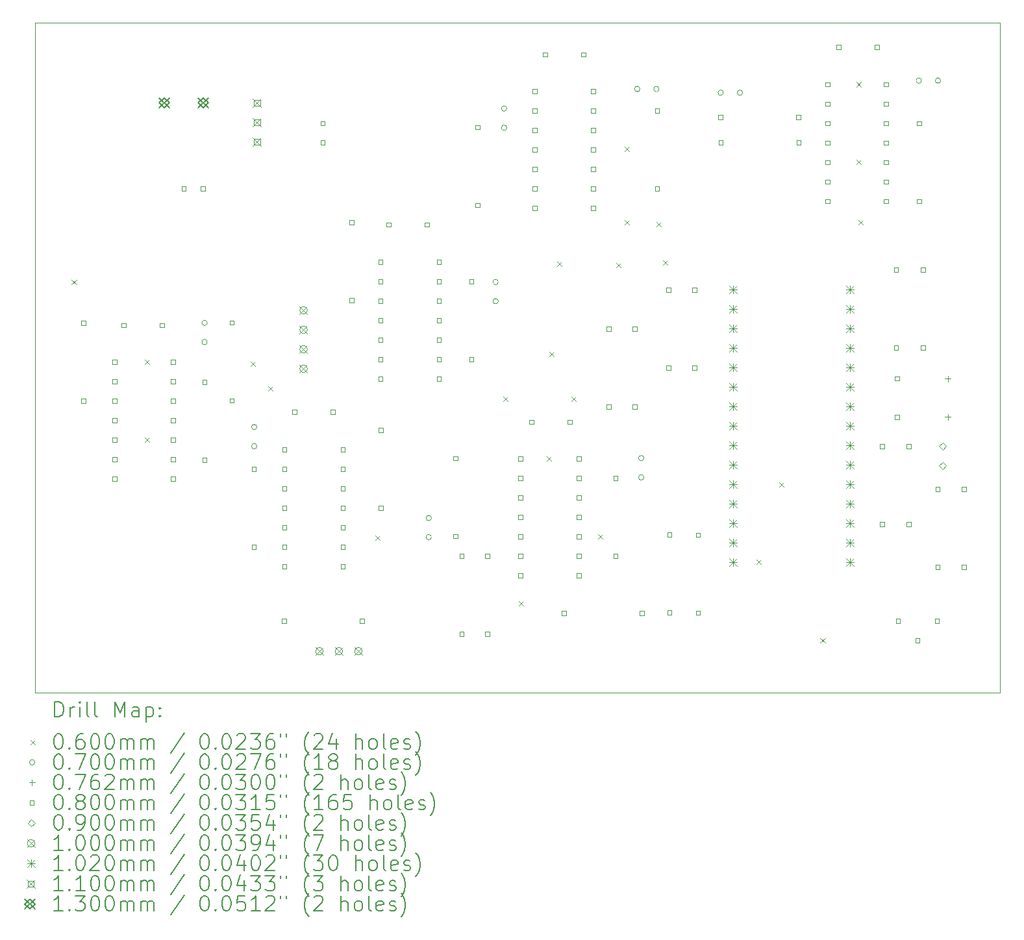
<source format=gbr>
%TF.GenerationSoftware,KiCad,Pcbnew,8.0.0*%
%TF.CreationDate,2025-03-10T21:38:59+01:00*%
%TF.ProjectId,Coincidence_board,436f696e-6369-4646-956e-63655f626f61,rev?*%
%TF.SameCoordinates,Original*%
%TF.FileFunction,Drillmap*%
%TF.FilePolarity,Positive*%
%FSLAX45Y45*%
G04 Gerber Fmt 4.5, Leading zero omitted, Abs format (unit mm)*
G04 Created by KiCad (PCBNEW 8.0.0) date 2025-03-10 21:38:59*
%MOMM*%
%LPD*%
G01*
G04 APERTURE LIST*
%ADD10C,0.050000*%
%ADD11C,0.200000*%
%ADD12C,0.100000*%
%ADD13C,0.102000*%
%ADD14C,0.110000*%
%ADD15C,0.130000*%
G04 APERTURE END LIST*
D10*
X13450000Y-6545000D02*
X26030000Y-6545000D01*
X26030000Y-15287000D01*
X13450000Y-15287000D01*
X13450000Y-6545000D01*
D11*
D12*
X13928000Y-9903000D02*
X13988000Y-9963000D01*
X13988000Y-9903000D02*
X13928000Y-9963000D01*
X14880000Y-10944000D02*
X14940000Y-11004000D01*
X14940000Y-10944000D02*
X14880000Y-11004000D01*
X14880000Y-11960000D02*
X14940000Y-12020000D01*
X14940000Y-11960000D02*
X14880000Y-12020000D01*
X16260000Y-10966000D02*
X16320000Y-11026000D01*
X16320000Y-10966000D02*
X16260000Y-11026000D01*
X16488000Y-11290000D02*
X16548000Y-11350000D01*
X16548000Y-11290000D02*
X16488000Y-11350000D01*
X17883000Y-13237000D02*
X17943000Y-13297000D01*
X17943000Y-13237000D02*
X17883000Y-13297000D01*
X19553400Y-11425400D02*
X19613400Y-11485400D01*
X19613400Y-11425400D02*
X19553400Y-11485400D01*
X19759000Y-14091000D02*
X19819000Y-14151000D01*
X19819000Y-14091000D02*
X19759000Y-14151000D01*
X20124000Y-12202000D02*
X20184000Y-12262000D01*
X20184000Y-12202000D02*
X20124000Y-12262000D01*
X20157000Y-10841200D02*
X20217000Y-10901200D01*
X20217000Y-10841200D02*
X20157000Y-10901200D01*
X20256000Y-9665000D02*
X20316000Y-9725000D01*
X20316000Y-9665000D02*
X20256000Y-9725000D01*
X20442400Y-11425400D02*
X20502400Y-11485400D01*
X20502400Y-11425400D02*
X20442400Y-11485400D01*
X20787000Y-13217000D02*
X20847000Y-13277000D01*
X20847000Y-13217000D02*
X20787000Y-13277000D01*
X21026600Y-9683500D02*
X21086600Y-9743500D01*
X21086600Y-9683500D02*
X21026600Y-9743500D01*
X21137000Y-8165000D02*
X21197000Y-8225000D01*
X21197000Y-8165000D02*
X21137000Y-8225000D01*
X21139000Y-9121000D02*
X21199000Y-9181000D01*
X21199000Y-9121000D02*
X21139000Y-9181000D01*
X21553900Y-9145500D02*
X21613900Y-9205500D01*
X21613900Y-9145500D02*
X21553900Y-9205500D01*
X21636200Y-9647400D02*
X21696200Y-9707400D01*
X21696200Y-9647400D02*
X21636200Y-9707400D01*
X22860000Y-13547000D02*
X22920000Y-13607000D01*
X22920000Y-13547000D02*
X22860000Y-13607000D01*
X23155000Y-12540000D02*
X23215000Y-12600000D01*
X23215000Y-12540000D02*
X23155000Y-12600000D01*
X23690000Y-14570000D02*
X23750000Y-14630000D01*
X23750000Y-14570000D02*
X23690000Y-14630000D01*
X24160000Y-7322000D02*
X24220000Y-7382000D01*
X24220000Y-7322000D02*
X24160000Y-7382000D01*
X24160000Y-8330000D02*
X24220000Y-8390000D01*
X24220000Y-8330000D02*
X24160000Y-8390000D01*
X24186000Y-9124000D02*
X24246000Y-9184000D01*
X24246000Y-9124000D02*
X24186000Y-9184000D01*
X15695000Y-10462500D02*
G75*
G02*
X15625000Y-10462500I-35000J0D01*
G01*
X15625000Y-10462500D02*
G75*
G02*
X15695000Y-10462500I35000J0D01*
G01*
X15695000Y-10712500D02*
G75*
G02*
X15625000Y-10712500I-35000J0D01*
G01*
X15625000Y-10712500D02*
G75*
G02*
X15695000Y-10712500I35000J0D01*
G01*
X16342500Y-11821000D02*
G75*
G02*
X16272500Y-11821000I-35000J0D01*
G01*
X16272500Y-11821000D02*
G75*
G02*
X16342500Y-11821000I35000J0D01*
G01*
X16342500Y-12071000D02*
G75*
G02*
X16272500Y-12071000I-35000J0D01*
G01*
X16272500Y-12071000D02*
G75*
G02*
X16342500Y-12071000I35000J0D01*
G01*
X18618000Y-13007000D02*
G75*
G02*
X18548000Y-13007000I-35000J0D01*
G01*
X18548000Y-13007000D02*
G75*
G02*
X18618000Y-13007000I35000J0D01*
G01*
X18618000Y-13257000D02*
G75*
G02*
X18548000Y-13257000I-35000J0D01*
G01*
X18548000Y-13257000D02*
G75*
G02*
X18618000Y-13257000I35000J0D01*
G01*
X19490000Y-9929000D02*
G75*
G02*
X19420000Y-9929000I-35000J0D01*
G01*
X19420000Y-9929000D02*
G75*
G02*
X19490000Y-9929000I35000J0D01*
G01*
X19490000Y-10179000D02*
G75*
G02*
X19420000Y-10179000I-35000J0D01*
G01*
X19420000Y-10179000D02*
G75*
G02*
X19490000Y-10179000I35000J0D01*
G01*
X19600000Y-7667000D02*
G75*
G02*
X19530000Y-7667000I-35000J0D01*
G01*
X19530000Y-7667000D02*
G75*
G02*
X19600000Y-7667000I35000J0D01*
G01*
X19600000Y-7917000D02*
G75*
G02*
X19530000Y-7917000I-35000J0D01*
G01*
X19530000Y-7917000D02*
G75*
G02*
X19600000Y-7917000I35000J0D01*
G01*
X21337000Y-7412000D02*
G75*
G02*
X21267000Y-7412000I-35000J0D01*
G01*
X21267000Y-7412000D02*
G75*
G02*
X21337000Y-7412000I35000J0D01*
G01*
X21389000Y-12227000D02*
G75*
G02*
X21319000Y-12227000I-35000J0D01*
G01*
X21319000Y-12227000D02*
G75*
G02*
X21389000Y-12227000I35000J0D01*
G01*
X21389000Y-12477000D02*
G75*
G02*
X21319000Y-12477000I-35000J0D01*
G01*
X21319000Y-12477000D02*
G75*
G02*
X21389000Y-12477000I35000J0D01*
G01*
X21587000Y-7412000D02*
G75*
G02*
X21517000Y-7412000I-35000J0D01*
G01*
X21517000Y-7412000D02*
G75*
G02*
X21587000Y-7412000I35000J0D01*
G01*
X22425000Y-7460000D02*
G75*
G02*
X22355000Y-7460000I-35000J0D01*
G01*
X22355000Y-7460000D02*
G75*
G02*
X22425000Y-7460000I35000J0D01*
G01*
X22675000Y-7460000D02*
G75*
G02*
X22605000Y-7460000I-35000J0D01*
G01*
X22605000Y-7460000D02*
G75*
G02*
X22675000Y-7460000I35000J0D01*
G01*
X25008000Y-7302000D02*
G75*
G02*
X24938000Y-7302000I-35000J0D01*
G01*
X24938000Y-7302000D02*
G75*
G02*
X25008000Y-7302000I35000J0D01*
G01*
X25258000Y-7302000D02*
G75*
G02*
X25188000Y-7302000I-35000J0D01*
G01*
X25188000Y-7302000D02*
G75*
G02*
X25258000Y-7302000I35000J0D01*
G01*
X25350500Y-11150400D02*
X25350500Y-11226600D01*
X25312400Y-11188500D02*
X25388600Y-11188500D01*
X25350500Y-11650400D02*
X25350500Y-11726600D01*
X25312400Y-11688500D02*
X25388600Y-11688500D01*
X14106284Y-10492285D02*
X14106284Y-10435716D01*
X14049715Y-10435716D01*
X14049715Y-10492285D01*
X14106284Y-10492285D01*
X14106284Y-11508284D02*
X14106284Y-11451715D01*
X14049715Y-11451715D01*
X14049715Y-11508284D01*
X14106284Y-11508284D01*
X14514284Y-11002285D02*
X14514284Y-10945716D01*
X14457715Y-10945716D01*
X14457715Y-11002285D01*
X14514284Y-11002285D01*
X14514284Y-11256284D02*
X14514284Y-11199715D01*
X14457715Y-11199715D01*
X14457715Y-11256284D01*
X14514284Y-11256284D01*
X14514284Y-11510284D02*
X14514284Y-11453715D01*
X14457715Y-11453715D01*
X14457715Y-11510284D01*
X14514284Y-11510284D01*
X14514284Y-11764284D02*
X14514284Y-11707715D01*
X14457715Y-11707715D01*
X14457715Y-11764284D01*
X14514284Y-11764284D01*
X14514284Y-12018284D02*
X14514284Y-11961715D01*
X14457715Y-11961715D01*
X14457715Y-12018284D01*
X14514284Y-12018284D01*
X14514284Y-12272284D02*
X14514284Y-12215715D01*
X14457715Y-12215715D01*
X14457715Y-12272284D01*
X14514284Y-12272284D01*
X14514284Y-12526284D02*
X14514284Y-12469715D01*
X14457715Y-12469715D01*
X14457715Y-12526284D01*
X14514284Y-12526284D01*
X14636284Y-10520285D02*
X14636284Y-10463716D01*
X14579715Y-10463716D01*
X14579715Y-10520285D01*
X14636284Y-10520285D01*
X15136284Y-10520285D02*
X15136284Y-10463716D01*
X15079715Y-10463716D01*
X15079715Y-10520285D01*
X15136284Y-10520285D01*
X15276284Y-11002285D02*
X15276284Y-10945716D01*
X15219715Y-10945716D01*
X15219715Y-11002285D01*
X15276284Y-11002285D01*
X15276284Y-11256284D02*
X15276284Y-11199715D01*
X15219715Y-11199715D01*
X15219715Y-11256284D01*
X15276284Y-11256284D01*
X15276284Y-11510284D02*
X15276284Y-11453715D01*
X15219715Y-11453715D01*
X15219715Y-11510284D01*
X15276284Y-11510284D01*
X15276284Y-11764284D02*
X15276284Y-11707715D01*
X15219715Y-11707715D01*
X15219715Y-11764284D01*
X15276284Y-11764284D01*
X15276284Y-12018284D02*
X15276284Y-11961715D01*
X15219715Y-11961715D01*
X15219715Y-12018284D01*
X15276284Y-12018284D01*
X15276284Y-12272284D02*
X15276284Y-12215715D01*
X15219715Y-12215715D01*
X15219715Y-12272284D01*
X15276284Y-12272284D01*
X15276284Y-12526284D02*
X15276284Y-12469715D01*
X15219715Y-12469715D01*
X15219715Y-12526284D01*
X15276284Y-12526284D01*
X15418284Y-8738285D02*
X15418284Y-8681716D01*
X15361715Y-8681716D01*
X15361715Y-8738285D01*
X15418284Y-8738285D01*
X15668284Y-8738285D02*
X15668284Y-8681716D01*
X15611715Y-8681716D01*
X15611715Y-8738285D01*
X15668284Y-8738285D01*
X15688284Y-11260284D02*
X15688284Y-11203715D01*
X15631715Y-11203715D01*
X15631715Y-11260284D01*
X15688284Y-11260284D01*
X15688284Y-12276284D02*
X15688284Y-12219715D01*
X15631715Y-12219715D01*
X15631715Y-12276284D01*
X15688284Y-12276284D01*
X16043284Y-10487285D02*
X16043284Y-10430716D01*
X15986715Y-10430716D01*
X15986715Y-10487285D01*
X16043284Y-10487285D01*
X16043284Y-11503284D02*
X16043284Y-11446715D01*
X15986715Y-11446715D01*
X15986715Y-11503284D01*
X16043284Y-11503284D01*
X16332784Y-12396284D02*
X16332784Y-12339715D01*
X16276215Y-12339715D01*
X16276215Y-12396284D01*
X16332784Y-12396284D01*
X16332784Y-13412284D02*
X16332784Y-13355715D01*
X16276215Y-13355715D01*
X16276215Y-13412284D01*
X16332784Y-13412284D01*
X16725784Y-14380784D02*
X16725784Y-14324215D01*
X16669215Y-14324215D01*
X16669215Y-14380784D01*
X16725784Y-14380784D01*
X16728784Y-12144284D02*
X16728784Y-12087715D01*
X16672215Y-12087715D01*
X16672215Y-12144284D01*
X16728784Y-12144284D01*
X16728784Y-12398284D02*
X16728784Y-12341715D01*
X16672215Y-12341715D01*
X16672215Y-12398284D01*
X16728784Y-12398284D01*
X16728784Y-12652284D02*
X16728784Y-12595715D01*
X16672215Y-12595715D01*
X16672215Y-12652284D01*
X16728784Y-12652284D01*
X16728784Y-12906284D02*
X16728784Y-12849715D01*
X16672215Y-12849715D01*
X16672215Y-12906284D01*
X16728784Y-12906284D01*
X16728784Y-13160284D02*
X16728784Y-13103715D01*
X16672215Y-13103715D01*
X16672215Y-13160284D01*
X16728784Y-13160284D01*
X16728784Y-13414284D02*
X16728784Y-13357715D01*
X16672215Y-13357715D01*
X16672215Y-13414284D01*
X16728784Y-13414284D01*
X16728784Y-13668284D02*
X16728784Y-13611715D01*
X16672215Y-13611715D01*
X16672215Y-13668284D01*
X16728784Y-13668284D01*
X16860785Y-11654284D02*
X16860785Y-11597715D01*
X16804216Y-11597715D01*
X16804216Y-11654284D01*
X16860785Y-11654284D01*
X17228285Y-7888284D02*
X17228285Y-7831715D01*
X17171716Y-7831715D01*
X17171716Y-7888284D01*
X17228285Y-7888284D01*
X17228285Y-8138284D02*
X17228285Y-8081715D01*
X17171716Y-8081715D01*
X17171716Y-8138284D01*
X17228285Y-8138284D01*
X17360785Y-11654284D02*
X17360785Y-11597715D01*
X17304216Y-11597715D01*
X17304216Y-11654284D01*
X17360785Y-11654284D01*
X17490785Y-12144284D02*
X17490785Y-12087715D01*
X17434216Y-12087715D01*
X17434216Y-12144284D01*
X17490785Y-12144284D01*
X17490785Y-12398284D02*
X17490785Y-12341715D01*
X17434216Y-12341715D01*
X17434216Y-12398284D01*
X17490785Y-12398284D01*
X17490785Y-12652284D02*
X17490785Y-12595715D01*
X17434216Y-12595715D01*
X17434216Y-12652284D01*
X17490785Y-12652284D01*
X17490785Y-12906284D02*
X17490785Y-12849715D01*
X17434216Y-12849715D01*
X17434216Y-12906284D01*
X17490785Y-12906284D01*
X17490785Y-13160284D02*
X17490785Y-13103715D01*
X17434216Y-13103715D01*
X17434216Y-13160284D01*
X17490785Y-13160284D01*
X17490785Y-13414284D02*
X17490785Y-13357715D01*
X17434216Y-13357715D01*
X17434216Y-13414284D01*
X17490785Y-13414284D01*
X17490785Y-13668284D02*
X17490785Y-13611715D01*
X17434216Y-13611715D01*
X17434216Y-13668284D01*
X17490785Y-13668284D01*
X17608285Y-9182285D02*
X17608285Y-9125716D01*
X17551716Y-9125716D01*
X17551716Y-9182285D01*
X17608285Y-9182285D01*
X17608285Y-10198285D02*
X17608285Y-10141716D01*
X17551716Y-10141716D01*
X17551716Y-10198285D01*
X17608285Y-10198285D01*
X17741785Y-14380784D02*
X17741785Y-14324215D01*
X17685216Y-14324215D01*
X17685216Y-14380784D01*
X17741785Y-14380784D01*
X17982285Y-9695285D02*
X17982285Y-9638716D01*
X17925716Y-9638716D01*
X17925716Y-9695285D01*
X17982285Y-9695285D01*
X17982285Y-9949285D02*
X17982285Y-9892716D01*
X17925716Y-9892716D01*
X17925716Y-9949285D01*
X17982285Y-9949285D01*
X17982285Y-10203285D02*
X17982285Y-10146716D01*
X17925716Y-10146716D01*
X17925716Y-10203285D01*
X17982285Y-10203285D01*
X17982285Y-10457285D02*
X17982285Y-10400716D01*
X17925716Y-10400716D01*
X17925716Y-10457285D01*
X17982285Y-10457285D01*
X17982285Y-10711285D02*
X17982285Y-10654716D01*
X17925716Y-10654716D01*
X17925716Y-10711285D01*
X17982285Y-10711285D01*
X17982285Y-10965285D02*
X17982285Y-10908716D01*
X17925716Y-10908716D01*
X17925716Y-10965285D01*
X17982285Y-10965285D01*
X17982285Y-11219284D02*
X17982285Y-11162716D01*
X17925716Y-11162716D01*
X17925716Y-11219284D01*
X17982285Y-11219284D01*
X17986085Y-11890084D02*
X17986085Y-11833515D01*
X17929516Y-11833515D01*
X17929516Y-11890084D01*
X17986085Y-11890084D01*
X17986085Y-12906084D02*
X17986085Y-12849515D01*
X17929516Y-12849515D01*
X17929516Y-12906084D01*
X17986085Y-12906084D01*
X18090285Y-9210285D02*
X18090285Y-9153716D01*
X18033716Y-9153716D01*
X18033716Y-9210285D01*
X18090285Y-9210285D01*
X18590285Y-9210285D02*
X18590285Y-9153716D01*
X18533716Y-9153716D01*
X18533716Y-9210285D01*
X18590285Y-9210285D01*
X18744285Y-9695285D02*
X18744285Y-9638716D01*
X18687716Y-9638716D01*
X18687716Y-9695285D01*
X18744285Y-9695285D01*
X18744285Y-9949285D02*
X18744285Y-9892716D01*
X18687716Y-9892716D01*
X18687716Y-9949285D01*
X18744285Y-9949285D01*
X18744285Y-10203285D02*
X18744285Y-10146716D01*
X18687716Y-10146716D01*
X18687716Y-10203285D01*
X18744285Y-10203285D01*
X18744285Y-10457285D02*
X18744285Y-10400716D01*
X18687716Y-10400716D01*
X18687716Y-10457285D01*
X18744285Y-10457285D01*
X18744285Y-10711285D02*
X18744285Y-10654716D01*
X18687716Y-10654716D01*
X18687716Y-10711285D01*
X18744285Y-10711285D01*
X18744285Y-10965285D02*
X18744285Y-10908716D01*
X18687716Y-10908716D01*
X18687716Y-10965285D01*
X18744285Y-10965285D01*
X18744285Y-11219284D02*
X18744285Y-11162716D01*
X18687716Y-11162716D01*
X18687716Y-11219284D01*
X18744285Y-11219284D01*
X18958285Y-12258284D02*
X18958285Y-12201715D01*
X18901716Y-12201715D01*
X18901716Y-12258284D01*
X18958285Y-12258284D01*
X18958285Y-13274284D02*
X18958285Y-13217715D01*
X18901716Y-13217715D01*
X18901716Y-13274284D01*
X18958285Y-13274284D01*
X19040285Y-13534284D02*
X19040285Y-13477715D01*
X18983716Y-13477715D01*
X18983716Y-13534284D01*
X19040285Y-13534284D01*
X19040285Y-14550284D02*
X19040285Y-14493715D01*
X18983716Y-14493715D01*
X18983716Y-14550284D01*
X19040285Y-14550284D01*
X19168285Y-9952285D02*
X19168285Y-9895716D01*
X19111716Y-9895716D01*
X19111716Y-9952285D01*
X19168285Y-9952285D01*
X19168285Y-10968285D02*
X19168285Y-10911716D01*
X19111716Y-10911716D01*
X19111716Y-10968285D01*
X19168285Y-10968285D01*
X19248285Y-7940284D02*
X19248285Y-7883715D01*
X19191716Y-7883715D01*
X19191716Y-7940284D01*
X19248285Y-7940284D01*
X19248285Y-8956285D02*
X19248285Y-8899716D01*
X19191716Y-8899716D01*
X19191716Y-8956285D01*
X19248285Y-8956285D01*
X19378285Y-13532284D02*
X19378285Y-13475715D01*
X19321716Y-13475715D01*
X19321716Y-13532284D01*
X19378285Y-13532284D01*
X19378285Y-14548284D02*
X19378285Y-14491715D01*
X19321716Y-14491715D01*
X19321716Y-14548284D01*
X19378285Y-14548284D01*
X19808285Y-12260284D02*
X19808285Y-12203715D01*
X19751716Y-12203715D01*
X19751716Y-12260284D01*
X19808285Y-12260284D01*
X19808285Y-12514284D02*
X19808285Y-12457715D01*
X19751716Y-12457715D01*
X19751716Y-12514284D01*
X19808285Y-12514284D01*
X19808285Y-12768284D02*
X19808285Y-12711715D01*
X19751716Y-12711715D01*
X19751716Y-12768284D01*
X19808285Y-12768284D01*
X19808285Y-13022284D02*
X19808285Y-12965715D01*
X19751716Y-12965715D01*
X19751716Y-13022284D01*
X19808285Y-13022284D01*
X19808285Y-13276284D02*
X19808285Y-13219715D01*
X19751716Y-13219715D01*
X19751716Y-13276284D01*
X19808285Y-13276284D01*
X19808285Y-13530284D02*
X19808285Y-13473715D01*
X19751716Y-13473715D01*
X19751716Y-13530284D01*
X19808285Y-13530284D01*
X19808285Y-13784284D02*
X19808285Y-13727715D01*
X19751716Y-13727715D01*
X19751716Y-13784284D01*
X19808285Y-13784284D01*
X19950285Y-11784284D02*
X19950285Y-11727715D01*
X19893716Y-11727715D01*
X19893716Y-11784284D01*
X19950285Y-11784284D01*
X19996285Y-7470284D02*
X19996285Y-7413715D01*
X19939716Y-7413715D01*
X19939716Y-7470284D01*
X19996285Y-7470284D01*
X19996285Y-7724284D02*
X19996285Y-7667715D01*
X19939716Y-7667715D01*
X19939716Y-7724284D01*
X19996285Y-7724284D01*
X19996285Y-7978284D02*
X19996285Y-7921715D01*
X19939716Y-7921715D01*
X19939716Y-7978284D01*
X19996285Y-7978284D01*
X19996285Y-8232284D02*
X19996285Y-8175715D01*
X19939716Y-8175715D01*
X19939716Y-8232284D01*
X19996285Y-8232284D01*
X19996285Y-8486285D02*
X19996285Y-8429716D01*
X19939716Y-8429716D01*
X19939716Y-8486285D01*
X19996285Y-8486285D01*
X19996285Y-8740285D02*
X19996285Y-8683716D01*
X19939716Y-8683716D01*
X19939716Y-8740285D01*
X19996285Y-8740285D01*
X19996285Y-8994285D02*
X19996285Y-8937716D01*
X19939716Y-8937716D01*
X19939716Y-8994285D01*
X19996285Y-8994285D01*
X20128285Y-6990284D02*
X20128285Y-6933715D01*
X20071716Y-6933715D01*
X20071716Y-6990284D01*
X20128285Y-6990284D01*
X20377285Y-14275784D02*
X20377285Y-14219215D01*
X20320716Y-14219215D01*
X20320716Y-14275784D01*
X20377285Y-14275784D01*
X20450285Y-11784284D02*
X20450285Y-11727715D01*
X20393716Y-11727715D01*
X20393716Y-11784284D01*
X20450285Y-11784284D01*
X20570285Y-12260284D02*
X20570285Y-12203715D01*
X20513716Y-12203715D01*
X20513716Y-12260284D01*
X20570285Y-12260284D01*
X20570285Y-12514284D02*
X20570285Y-12457715D01*
X20513716Y-12457715D01*
X20513716Y-12514284D01*
X20570285Y-12514284D01*
X20570285Y-12768284D02*
X20570285Y-12711715D01*
X20513716Y-12711715D01*
X20513716Y-12768284D01*
X20570285Y-12768284D01*
X20570285Y-13022284D02*
X20570285Y-12965715D01*
X20513716Y-12965715D01*
X20513716Y-13022284D01*
X20570285Y-13022284D01*
X20570285Y-13276284D02*
X20570285Y-13219715D01*
X20513716Y-13219715D01*
X20513716Y-13276284D01*
X20570285Y-13276284D01*
X20570285Y-13530284D02*
X20570285Y-13473715D01*
X20513716Y-13473715D01*
X20513716Y-13530284D01*
X20570285Y-13530284D01*
X20570285Y-13784284D02*
X20570285Y-13727715D01*
X20513716Y-13727715D01*
X20513716Y-13784284D01*
X20570285Y-13784284D01*
X20628285Y-6990284D02*
X20628285Y-6933715D01*
X20571716Y-6933715D01*
X20571716Y-6990284D01*
X20628285Y-6990284D01*
X20758285Y-7470284D02*
X20758285Y-7413715D01*
X20701716Y-7413715D01*
X20701716Y-7470284D01*
X20758285Y-7470284D01*
X20758285Y-7724284D02*
X20758285Y-7667715D01*
X20701716Y-7667715D01*
X20701716Y-7724284D01*
X20758285Y-7724284D01*
X20758285Y-7978284D02*
X20758285Y-7921715D01*
X20701716Y-7921715D01*
X20701716Y-7978284D01*
X20758285Y-7978284D01*
X20758285Y-8232284D02*
X20758285Y-8175715D01*
X20701716Y-8175715D01*
X20701716Y-8232284D01*
X20758285Y-8232284D01*
X20758285Y-8486285D02*
X20758285Y-8429716D01*
X20701716Y-8429716D01*
X20701716Y-8486285D01*
X20758285Y-8486285D01*
X20758285Y-8740285D02*
X20758285Y-8683716D01*
X20701716Y-8683716D01*
X20701716Y-8740285D01*
X20758285Y-8740285D01*
X20758285Y-8994285D02*
X20758285Y-8937716D01*
X20701716Y-8937716D01*
X20701716Y-8994285D01*
X20758285Y-8994285D01*
X20960285Y-10568285D02*
X20960285Y-10511716D01*
X20903716Y-10511716D01*
X20903716Y-10568285D01*
X20960285Y-10568285D01*
X20960285Y-11584284D02*
X20960285Y-11527715D01*
X20903716Y-11527715D01*
X20903716Y-11584284D01*
X20960285Y-11584284D01*
X21046285Y-12515284D02*
X21046285Y-12458715D01*
X20989716Y-12458715D01*
X20989716Y-12515284D01*
X21046285Y-12515284D01*
X21046285Y-13531284D02*
X21046285Y-13474715D01*
X20989716Y-13474715D01*
X20989716Y-13531284D01*
X21046285Y-13531284D01*
X21298285Y-10570285D02*
X21298285Y-10513716D01*
X21241716Y-10513716D01*
X21241716Y-10570285D01*
X21298285Y-10570285D01*
X21298285Y-11586284D02*
X21298285Y-11529715D01*
X21241716Y-11529715D01*
X21241716Y-11586284D01*
X21298285Y-11586284D01*
X21393285Y-14275784D02*
X21393285Y-14219215D01*
X21336716Y-14219215D01*
X21336716Y-14275784D01*
X21393285Y-14275784D01*
X21588285Y-7722284D02*
X21588285Y-7665715D01*
X21531716Y-7665715D01*
X21531716Y-7722284D01*
X21588285Y-7722284D01*
X21588285Y-8738285D02*
X21588285Y-8681716D01*
X21531716Y-8681716D01*
X21531716Y-8738285D01*
X21588285Y-8738285D01*
X21740285Y-10060285D02*
X21740285Y-10003716D01*
X21683716Y-10003716D01*
X21683716Y-10060285D01*
X21740285Y-10060285D01*
X21740285Y-11076285D02*
X21740285Y-11019716D01*
X21683716Y-11019716D01*
X21683716Y-11076285D01*
X21740285Y-11076285D01*
X21750785Y-13252784D02*
X21750785Y-13196215D01*
X21694216Y-13196215D01*
X21694216Y-13252784D01*
X21750785Y-13252784D01*
X21750785Y-14268784D02*
X21750785Y-14212215D01*
X21694216Y-14212215D01*
X21694216Y-14268784D01*
X21750785Y-14268784D01*
X22078285Y-10060285D02*
X22078285Y-10003716D01*
X22021716Y-10003716D01*
X22021716Y-10060285D01*
X22078285Y-10060285D01*
X22078285Y-11076285D02*
X22078285Y-11019716D01*
X22021716Y-11019716D01*
X22021716Y-11076285D01*
X22078285Y-11076285D01*
X22123285Y-13255784D02*
X22123285Y-13199215D01*
X22066716Y-13199215D01*
X22066716Y-13255784D01*
X22123285Y-13255784D01*
X22123285Y-14271784D02*
X22123285Y-14215215D01*
X22066716Y-14215215D01*
X22066716Y-14271784D01*
X22123285Y-14271784D01*
X22416284Y-7810284D02*
X22416284Y-7753715D01*
X22359716Y-7753715D01*
X22359716Y-7810284D01*
X22416284Y-7810284D01*
X22420284Y-8140284D02*
X22420284Y-8083715D01*
X22363716Y-8083715D01*
X22363716Y-8140284D01*
X22420284Y-8140284D01*
X23432284Y-7810284D02*
X23432284Y-7753715D01*
X23375715Y-7753715D01*
X23375715Y-7810284D01*
X23432284Y-7810284D01*
X23436284Y-8140284D02*
X23436284Y-8083715D01*
X23379715Y-8083715D01*
X23379715Y-8140284D01*
X23436284Y-8140284D01*
X23814284Y-7380284D02*
X23814284Y-7323715D01*
X23757715Y-7323715D01*
X23757715Y-7380284D01*
X23814284Y-7380284D01*
X23814284Y-7634284D02*
X23814284Y-7577715D01*
X23757715Y-7577715D01*
X23757715Y-7634284D01*
X23814284Y-7634284D01*
X23814284Y-7888284D02*
X23814284Y-7831715D01*
X23757715Y-7831715D01*
X23757715Y-7888284D01*
X23814284Y-7888284D01*
X23814284Y-8142284D02*
X23814284Y-8085715D01*
X23757715Y-8085715D01*
X23757715Y-8142284D01*
X23814284Y-8142284D01*
X23814284Y-8396285D02*
X23814284Y-8339715D01*
X23757715Y-8339715D01*
X23757715Y-8396285D01*
X23814284Y-8396285D01*
X23814284Y-8650285D02*
X23814284Y-8593716D01*
X23757715Y-8593716D01*
X23757715Y-8650285D01*
X23814284Y-8650285D01*
X23814284Y-8904285D02*
X23814284Y-8847716D01*
X23757715Y-8847716D01*
X23757715Y-8904285D01*
X23814284Y-8904285D01*
X23953284Y-6895784D02*
X23953284Y-6839215D01*
X23896715Y-6839215D01*
X23896715Y-6895784D01*
X23953284Y-6895784D01*
X24453284Y-6895784D02*
X24453284Y-6839215D01*
X24396715Y-6839215D01*
X24396715Y-6895784D01*
X24453284Y-6895784D01*
X24520784Y-12098784D02*
X24520784Y-12042215D01*
X24464215Y-12042215D01*
X24464215Y-12098784D01*
X24520784Y-12098784D01*
X24520784Y-13114784D02*
X24520784Y-13058215D01*
X24464215Y-13058215D01*
X24464215Y-13114784D01*
X24520784Y-13114784D01*
X24576284Y-7380284D02*
X24576284Y-7323715D01*
X24519715Y-7323715D01*
X24519715Y-7380284D01*
X24576284Y-7380284D01*
X24576284Y-7634284D02*
X24576284Y-7577715D01*
X24519715Y-7577715D01*
X24519715Y-7634284D01*
X24576284Y-7634284D01*
X24576284Y-7888284D02*
X24576284Y-7831715D01*
X24519715Y-7831715D01*
X24519715Y-7888284D01*
X24576284Y-7888284D01*
X24576284Y-8142284D02*
X24576284Y-8085715D01*
X24519715Y-8085715D01*
X24519715Y-8142284D01*
X24576284Y-8142284D01*
X24576284Y-8396285D02*
X24576284Y-8339715D01*
X24519715Y-8339715D01*
X24519715Y-8396285D01*
X24576284Y-8396285D01*
X24576284Y-8650285D02*
X24576284Y-8593716D01*
X24519715Y-8593716D01*
X24519715Y-8650285D01*
X24576284Y-8650285D01*
X24576284Y-8904285D02*
X24576284Y-8847716D01*
X24519715Y-8847716D01*
X24519715Y-8904285D01*
X24576284Y-8904285D01*
X24706284Y-9799285D02*
X24706284Y-9742716D01*
X24649715Y-9742716D01*
X24649715Y-9799285D01*
X24706284Y-9799285D01*
X24706284Y-10815285D02*
X24706284Y-10758716D01*
X24649715Y-10758716D01*
X24649715Y-10815285D01*
X24706284Y-10815285D01*
X24718784Y-11216784D02*
X24718784Y-11160216D01*
X24662215Y-11160216D01*
X24662215Y-11216784D01*
X24718784Y-11216784D01*
X24718784Y-11716784D02*
X24718784Y-11660215D01*
X24662215Y-11660215D01*
X24662215Y-11716784D01*
X24718784Y-11716784D01*
X24730284Y-14378284D02*
X24730284Y-14321715D01*
X24673715Y-14321715D01*
X24673715Y-14378284D01*
X24730284Y-14378284D01*
X24870784Y-12098784D02*
X24870784Y-12042215D01*
X24814215Y-12042215D01*
X24814215Y-12098784D01*
X24870784Y-12098784D01*
X24870784Y-13114784D02*
X24870784Y-13058215D01*
X24814215Y-13058215D01*
X24814215Y-13114784D01*
X24870784Y-13114784D01*
X24984284Y-14632284D02*
X24984284Y-14575715D01*
X24927715Y-14575715D01*
X24927715Y-14632284D01*
X24984284Y-14632284D01*
X25008284Y-7888284D02*
X25008284Y-7831715D01*
X24951715Y-7831715D01*
X24951715Y-7888284D01*
X25008284Y-7888284D01*
X25008284Y-8904285D02*
X25008284Y-8847716D01*
X24951715Y-8847716D01*
X24951715Y-8904285D01*
X25008284Y-8904285D01*
X25056284Y-9799285D02*
X25056284Y-9742716D01*
X24999715Y-9742716D01*
X24999715Y-9799285D01*
X25056284Y-9799285D01*
X25056284Y-10815285D02*
X25056284Y-10758716D01*
X24999715Y-10758716D01*
X24999715Y-10815285D01*
X25056284Y-10815285D01*
X25238284Y-14378284D02*
X25238284Y-14321715D01*
X25181715Y-14321715D01*
X25181715Y-14378284D01*
X25238284Y-14378284D01*
X25248284Y-12658284D02*
X25248284Y-12601715D01*
X25191715Y-12601715D01*
X25191715Y-12658284D01*
X25248284Y-12658284D01*
X25248284Y-13674284D02*
X25248284Y-13617715D01*
X25191715Y-13617715D01*
X25191715Y-13674284D01*
X25248284Y-13674284D01*
X25588284Y-12658284D02*
X25588284Y-12601715D01*
X25531715Y-12601715D01*
X25531715Y-12658284D01*
X25588284Y-12658284D01*
X25588284Y-13674284D02*
X25588284Y-13617715D01*
X25531715Y-13617715D01*
X25531715Y-13674284D01*
X25588284Y-13674284D01*
X25284000Y-12116000D02*
X25329000Y-12071000D01*
X25284000Y-12026000D01*
X25239000Y-12071000D01*
X25284000Y-12116000D01*
X25284000Y-12370000D02*
X25329000Y-12325000D01*
X25284000Y-12280000D01*
X25239000Y-12325000D01*
X25284000Y-12370000D01*
X16900000Y-10248000D02*
X17000000Y-10348000D01*
X17000000Y-10248000D02*
X16900000Y-10348000D01*
X17000000Y-10298000D02*
G75*
G02*
X16900000Y-10298000I-50000J0D01*
G01*
X16900000Y-10298000D02*
G75*
G02*
X17000000Y-10298000I50000J0D01*
G01*
X16900000Y-10502000D02*
X17000000Y-10602000D01*
X17000000Y-10502000D02*
X16900000Y-10602000D01*
X17000000Y-10552000D02*
G75*
G02*
X16900000Y-10552000I-50000J0D01*
G01*
X16900000Y-10552000D02*
G75*
G02*
X17000000Y-10552000I50000J0D01*
G01*
X16900000Y-10756000D02*
X17000000Y-10856000D01*
X17000000Y-10756000D02*
X16900000Y-10856000D01*
X17000000Y-10806000D02*
G75*
G02*
X16900000Y-10806000I-50000J0D01*
G01*
X16900000Y-10806000D02*
G75*
G02*
X17000000Y-10806000I50000J0D01*
G01*
X16900000Y-11010000D02*
X17000000Y-11110000D01*
X17000000Y-11010000D02*
X16900000Y-11110000D01*
X17000000Y-11060000D02*
G75*
G02*
X16900000Y-11060000I-50000J0D01*
G01*
X16900000Y-11060000D02*
G75*
G02*
X17000000Y-11060000I50000J0D01*
G01*
X17107500Y-14695000D02*
X17207500Y-14795000D01*
X17207500Y-14695000D02*
X17107500Y-14795000D01*
X17207500Y-14745000D02*
G75*
G02*
X17107500Y-14745000I-50000J0D01*
G01*
X17107500Y-14745000D02*
G75*
G02*
X17207500Y-14745000I50000J0D01*
G01*
X17361500Y-14695000D02*
X17461500Y-14795000D01*
X17461500Y-14695000D02*
X17361500Y-14795000D01*
X17461500Y-14745000D02*
G75*
G02*
X17361500Y-14745000I-50000J0D01*
G01*
X17361500Y-14745000D02*
G75*
G02*
X17461500Y-14745000I50000J0D01*
G01*
X17615500Y-14695000D02*
X17715500Y-14795000D01*
X17715500Y-14695000D02*
X17615500Y-14795000D01*
X17715500Y-14745000D02*
G75*
G02*
X17615500Y-14745000I-50000J0D01*
G01*
X17615500Y-14745000D02*
G75*
G02*
X17715500Y-14745000I50000J0D01*
G01*
D13*
X22499500Y-9977500D02*
X22601500Y-10079500D01*
X22601500Y-9977500D02*
X22499500Y-10079500D01*
X22550500Y-9977500D02*
X22550500Y-10079500D01*
X22499500Y-10028500D02*
X22601500Y-10028500D01*
X22499500Y-10231500D02*
X22601500Y-10333500D01*
X22601500Y-10231500D02*
X22499500Y-10333500D01*
X22550500Y-10231500D02*
X22550500Y-10333500D01*
X22499500Y-10282500D02*
X22601500Y-10282500D01*
X22499500Y-10485500D02*
X22601500Y-10587500D01*
X22601500Y-10485500D02*
X22499500Y-10587500D01*
X22550500Y-10485500D02*
X22550500Y-10587500D01*
X22499500Y-10536500D02*
X22601500Y-10536500D01*
X22499500Y-10739500D02*
X22601500Y-10841500D01*
X22601500Y-10739500D02*
X22499500Y-10841500D01*
X22550500Y-10739500D02*
X22550500Y-10841500D01*
X22499500Y-10790500D02*
X22601500Y-10790500D01*
X22499500Y-10993500D02*
X22601500Y-11095500D01*
X22601500Y-10993500D02*
X22499500Y-11095500D01*
X22550500Y-10993500D02*
X22550500Y-11095500D01*
X22499500Y-11044500D02*
X22601500Y-11044500D01*
X22499500Y-11247500D02*
X22601500Y-11349500D01*
X22601500Y-11247500D02*
X22499500Y-11349500D01*
X22550500Y-11247500D02*
X22550500Y-11349500D01*
X22499500Y-11298500D02*
X22601500Y-11298500D01*
X22499500Y-11501500D02*
X22601500Y-11603500D01*
X22601500Y-11501500D02*
X22499500Y-11603500D01*
X22550500Y-11501500D02*
X22550500Y-11603500D01*
X22499500Y-11552500D02*
X22601500Y-11552500D01*
X22499500Y-11755500D02*
X22601500Y-11857500D01*
X22601500Y-11755500D02*
X22499500Y-11857500D01*
X22550500Y-11755500D02*
X22550500Y-11857500D01*
X22499500Y-11806500D02*
X22601500Y-11806500D01*
X22499500Y-12009500D02*
X22601500Y-12111500D01*
X22601500Y-12009500D02*
X22499500Y-12111500D01*
X22550500Y-12009500D02*
X22550500Y-12111500D01*
X22499500Y-12060500D02*
X22601500Y-12060500D01*
X22499500Y-12263500D02*
X22601500Y-12365500D01*
X22601500Y-12263500D02*
X22499500Y-12365500D01*
X22550500Y-12263500D02*
X22550500Y-12365500D01*
X22499500Y-12314500D02*
X22601500Y-12314500D01*
X22499500Y-12517500D02*
X22601500Y-12619500D01*
X22601500Y-12517500D02*
X22499500Y-12619500D01*
X22550500Y-12517500D02*
X22550500Y-12619500D01*
X22499500Y-12568500D02*
X22601500Y-12568500D01*
X22499500Y-12771500D02*
X22601500Y-12873500D01*
X22601500Y-12771500D02*
X22499500Y-12873500D01*
X22550500Y-12771500D02*
X22550500Y-12873500D01*
X22499500Y-12822500D02*
X22601500Y-12822500D01*
X22499500Y-13025500D02*
X22601500Y-13127500D01*
X22601500Y-13025500D02*
X22499500Y-13127500D01*
X22550500Y-13025500D02*
X22550500Y-13127500D01*
X22499500Y-13076500D02*
X22601500Y-13076500D01*
X22499500Y-13279500D02*
X22601500Y-13381500D01*
X22601500Y-13279500D02*
X22499500Y-13381500D01*
X22550500Y-13279500D02*
X22550500Y-13381500D01*
X22499500Y-13330500D02*
X22601500Y-13330500D01*
X22499500Y-13533500D02*
X22601500Y-13635500D01*
X22601500Y-13533500D02*
X22499500Y-13635500D01*
X22550500Y-13533500D02*
X22550500Y-13635500D01*
X22499500Y-13584500D02*
X22601500Y-13584500D01*
X24023500Y-9977500D02*
X24125500Y-10079500D01*
X24125500Y-9977500D02*
X24023500Y-10079500D01*
X24074500Y-9977500D02*
X24074500Y-10079500D01*
X24023500Y-10028500D02*
X24125500Y-10028500D01*
X24023500Y-10231500D02*
X24125500Y-10333500D01*
X24125500Y-10231500D02*
X24023500Y-10333500D01*
X24074500Y-10231500D02*
X24074500Y-10333500D01*
X24023500Y-10282500D02*
X24125500Y-10282500D01*
X24023500Y-10485500D02*
X24125500Y-10587500D01*
X24125500Y-10485500D02*
X24023500Y-10587500D01*
X24074500Y-10485500D02*
X24074500Y-10587500D01*
X24023500Y-10536500D02*
X24125500Y-10536500D01*
X24023500Y-10739500D02*
X24125500Y-10841500D01*
X24125500Y-10739500D02*
X24023500Y-10841500D01*
X24074500Y-10739500D02*
X24074500Y-10841500D01*
X24023500Y-10790500D02*
X24125500Y-10790500D01*
X24023500Y-10993500D02*
X24125500Y-11095500D01*
X24125500Y-10993500D02*
X24023500Y-11095500D01*
X24074500Y-10993500D02*
X24074500Y-11095500D01*
X24023500Y-11044500D02*
X24125500Y-11044500D01*
X24023500Y-11247500D02*
X24125500Y-11349500D01*
X24125500Y-11247500D02*
X24023500Y-11349500D01*
X24074500Y-11247500D02*
X24074500Y-11349500D01*
X24023500Y-11298500D02*
X24125500Y-11298500D01*
X24023500Y-11501500D02*
X24125500Y-11603500D01*
X24125500Y-11501500D02*
X24023500Y-11603500D01*
X24074500Y-11501500D02*
X24074500Y-11603500D01*
X24023500Y-11552500D02*
X24125500Y-11552500D01*
X24023500Y-11755500D02*
X24125500Y-11857500D01*
X24125500Y-11755500D02*
X24023500Y-11857500D01*
X24074500Y-11755500D02*
X24074500Y-11857500D01*
X24023500Y-11806500D02*
X24125500Y-11806500D01*
X24023500Y-12009500D02*
X24125500Y-12111500D01*
X24125500Y-12009500D02*
X24023500Y-12111500D01*
X24074500Y-12009500D02*
X24074500Y-12111500D01*
X24023500Y-12060500D02*
X24125500Y-12060500D01*
X24023500Y-12263500D02*
X24125500Y-12365500D01*
X24125500Y-12263500D02*
X24023500Y-12365500D01*
X24074500Y-12263500D02*
X24074500Y-12365500D01*
X24023500Y-12314500D02*
X24125500Y-12314500D01*
X24023500Y-12517500D02*
X24125500Y-12619500D01*
X24125500Y-12517500D02*
X24023500Y-12619500D01*
X24074500Y-12517500D02*
X24074500Y-12619500D01*
X24023500Y-12568500D02*
X24125500Y-12568500D01*
X24023500Y-12771500D02*
X24125500Y-12873500D01*
X24125500Y-12771500D02*
X24023500Y-12873500D01*
X24074500Y-12771500D02*
X24074500Y-12873500D01*
X24023500Y-12822500D02*
X24125500Y-12822500D01*
X24023500Y-13025500D02*
X24125500Y-13127500D01*
X24125500Y-13025500D02*
X24023500Y-13127500D01*
X24074500Y-13025500D02*
X24074500Y-13127500D01*
X24023500Y-13076500D02*
X24125500Y-13076500D01*
X24023500Y-13279500D02*
X24125500Y-13381500D01*
X24125500Y-13279500D02*
X24023500Y-13381500D01*
X24074500Y-13279500D02*
X24074500Y-13381500D01*
X24023500Y-13330500D02*
X24125500Y-13330500D01*
X24023500Y-13533500D02*
X24125500Y-13635500D01*
X24125500Y-13533500D02*
X24023500Y-13635500D01*
X24074500Y-13533500D02*
X24074500Y-13635500D01*
X24023500Y-13584500D02*
X24125500Y-13584500D01*
D14*
X16290500Y-7538262D02*
X16400500Y-7648262D01*
X16400500Y-7538262D02*
X16290500Y-7648262D01*
X16384391Y-7632153D02*
X16384391Y-7554371D01*
X16306609Y-7554371D01*
X16306609Y-7632153D01*
X16384391Y-7632153D01*
X16290500Y-7792262D02*
X16400500Y-7902262D01*
X16400500Y-7792262D02*
X16290500Y-7902262D01*
X16384391Y-7886153D02*
X16384391Y-7808371D01*
X16306609Y-7808371D01*
X16306609Y-7886153D01*
X16384391Y-7886153D01*
X16290500Y-8046262D02*
X16400500Y-8156262D01*
X16400500Y-8046262D02*
X16290500Y-8156262D01*
X16384391Y-8140153D02*
X16384391Y-8062371D01*
X16306609Y-8062371D01*
X16306609Y-8140153D01*
X16384391Y-8140153D01*
D15*
X15070500Y-7526762D02*
X15200500Y-7656762D01*
X15200500Y-7526762D02*
X15070500Y-7656762D01*
X15135500Y-7656762D02*
X15200500Y-7591762D01*
X15135500Y-7526762D01*
X15070500Y-7591762D01*
X15135500Y-7656762D01*
X15578500Y-7526762D02*
X15708500Y-7656762D01*
X15708500Y-7526762D02*
X15578500Y-7656762D01*
X15643500Y-7656762D02*
X15708500Y-7591762D01*
X15643500Y-7526762D01*
X15578500Y-7591762D01*
X15643500Y-7656762D01*
D11*
X13708277Y-15600984D02*
X13708277Y-15400984D01*
X13708277Y-15400984D02*
X13755896Y-15400984D01*
X13755896Y-15400984D02*
X13784467Y-15410508D01*
X13784467Y-15410508D02*
X13803515Y-15429555D01*
X13803515Y-15429555D02*
X13813039Y-15448603D01*
X13813039Y-15448603D02*
X13822562Y-15486698D01*
X13822562Y-15486698D02*
X13822562Y-15515269D01*
X13822562Y-15515269D02*
X13813039Y-15553365D01*
X13813039Y-15553365D02*
X13803515Y-15572412D01*
X13803515Y-15572412D02*
X13784467Y-15591460D01*
X13784467Y-15591460D02*
X13755896Y-15600984D01*
X13755896Y-15600984D02*
X13708277Y-15600984D01*
X13908277Y-15600984D02*
X13908277Y-15467650D01*
X13908277Y-15505746D02*
X13917801Y-15486698D01*
X13917801Y-15486698D02*
X13927324Y-15477174D01*
X13927324Y-15477174D02*
X13946372Y-15467650D01*
X13946372Y-15467650D02*
X13965420Y-15467650D01*
X14032086Y-15600984D02*
X14032086Y-15467650D01*
X14032086Y-15400984D02*
X14022562Y-15410508D01*
X14022562Y-15410508D02*
X14032086Y-15420031D01*
X14032086Y-15420031D02*
X14041610Y-15410508D01*
X14041610Y-15410508D02*
X14032086Y-15400984D01*
X14032086Y-15400984D02*
X14032086Y-15420031D01*
X14155896Y-15600984D02*
X14136848Y-15591460D01*
X14136848Y-15591460D02*
X14127324Y-15572412D01*
X14127324Y-15572412D02*
X14127324Y-15400984D01*
X14260658Y-15600984D02*
X14241610Y-15591460D01*
X14241610Y-15591460D02*
X14232086Y-15572412D01*
X14232086Y-15572412D02*
X14232086Y-15400984D01*
X14489229Y-15600984D02*
X14489229Y-15400984D01*
X14489229Y-15400984D02*
X14555896Y-15543841D01*
X14555896Y-15543841D02*
X14622562Y-15400984D01*
X14622562Y-15400984D02*
X14622562Y-15600984D01*
X14803515Y-15600984D02*
X14803515Y-15496222D01*
X14803515Y-15496222D02*
X14793991Y-15477174D01*
X14793991Y-15477174D02*
X14774943Y-15467650D01*
X14774943Y-15467650D02*
X14736848Y-15467650D01*
X14736848Y-15467650D02*
X14717801Y-15477174D01*
X14803515Y-15591460D02*
X14784467Y-15600984D01*
X14784467Y-15600984D02*
X14736848Y-15600984D01*
X14736848Y-15600984D02*
X14717801Y-15591460D01*
X14717801Y-15591460D02*
X14708277Y-15572412D01*
X14708277Y-15572412D02*
X14708277Y-15553365D01*
X14708277Y-15553365D02*
X14717801Y-15534317D01*
X14717801Y-15534317D02*
X14736848Y-15524793D01*
X14736848Y-15524793D02*
X14784467Y-15524793D01*
X14784467Y-15524793D02*
X14803515Y-15515269D01*
X14898753Y-15467650D02*
X14898753Y-15667650D01*
X14898753Y-15477174D02*
X14917801Y-15467650D01*
X14917801Y-15467650D02*
X14955896Y-15467650D01*
X14955896Y-15467650D02*
X14974943Y-15477174D01*
X14974943Y-15477174D02*
X14984467Y-15486698D01*
X14984467Y-15486698D02*
X14993991Y-15505746D01*
X14993991Y-15505746D02*
X14993991Y-15562888D01*
X14993991Y-15562888D02*
X14984467Y-15581936D01*
X14984467Y-15581936D02*
X14974943Y-15591460D01*
X14974943Y-15591460D02*
X14955896Y-15600984D01*
X14955896Y-15600984D02*
X14917801Y-15600984D01*
X14917801Y-15600984D02*
X14898753Y-15591460D01*
X15079705Y-15581936D02*
X15089229Y-15591460D01*
X15089229Y-15591460D02*
X15079705Y-15600984D01*
X15079705Y-15600984D02*
X15070182Y-15591460D01*
X15070182Y-15591460D02*
X15079705Y-15581936D01*
X15079705Y-15581936D02*
X15079705Y-15600984D01*
X15079705Y-15477174D02*
X15089229Y-15486698D01*
X15089229Y-15486698D02*
X15079705Y-15496222D01*
X15079705Y-15496222D02*
X15070182Y-15486698D01*
X15070182Y-15486698D02*
X15079705Y-15477174D01*
X15079705Y-15477174D02*
X15079705Y-15496222D01*
D12*
X13387500Y-15899500D02*
X13447500Y-15959500D01*
X13447500Y-15899500D02*
X13387500Y-15959500D01*
D11*
X13746372Y-15820984D02*
X13765420Y-15820984D01*
X13765420Y-15820984D02*
X13784467Y-15830508D01*
X13784467Y-15830508D02*
X13793991Y-15840031D01*
X13793991Y-15840031D02*
X13803515Y-15859079D01*
X13803515Y-15859079D02*
X13813039Y-15897174D01*
X13813039Y-15897174D02*
X13813039Y-15944793D01*
X13813039Y-15944793D02*
X13803515Y-15982888D01*
X13803515Y-15982888D02*
X13793991Y-16001936D01*
X13793991Y-16001936D02*
X13784467Y-16011460D01*
X13784467Y-16011460D02*
X13765420Y-16020984D01*
X13765420Y-16020984D02*
X13746372Y-16020984D01*
X13746372Y-16020984D02*
X13727324Y-16011460D01*
X13727324Y-16011460D02*
X13717801Y-16001936D01*
X13717801Y-16001936D02*
X13708277Y-15982888D01*
X13708277Y-15982888D02*
X13698753Y-15944793D01*
X13698753Y-15944793D02*
X13698753Y-15897174D01*
X13698753Y-15897174D02*
X13708277Y-15859079D01*
X13708277Y-15859079D02*
X13717801Y-15840031D01*
X13717801Y-15840031D02*
X13727324Y-15830508D01*
X13727324Y-15830508D02*
X13746372Y-15820984D01*
X13898753Y-16001936D02*
X13908277Y-16011460D01*
X13908277Y-16011460D02*
X13898753Y-16020984D01*
X13898753Y-16020984D02*
X13889229Y-16011460D01*
X13889229Y-16011460D02*
X13898753Y-16001936D01*
X13898753Y-16001936D02*
X13898753Y-16020984D01*
X14079705Y-15820984D02*
X14041610Y-15820984D01*
X14041610Y-15820984D02*
X14022562Y-15830508D01*
X14022562Y-15830508D02*
X14013039Y-15840031D01*
X14013039Y-15840031D02*
X13993991Y-15868603D01*
X13993991Y-15868603D02*
X13984467Y-15906698D01*
X13984467Y-15906698D02*
X13984467Y-15982888D01*
X13984467Y-15982888D02*
X13993991Y-16001936D01*
X13993991Y-16001936D02*
X14003515Y-16011460D01*
X14003515Y-16011460D02*
X14022562Y-16020984D01*
X14022562Y-16020984D02*
X14060658Y-16020984D01*
X14060658Y-16020984D02*
X14079705Y-16011460D01*
X14079705Y-16011460D02*
X14089229Y-16001936D01*
X14089229Y-16001936D02*
X14098753Y-15982888D01*
X14098753Y-15982888D02*
X14098753Y-15935269D01*
X14098753Y-15935269D02*
X14089229Y-15916222D01*
X14089229Y-15916222D02*
X14079705Y-15906698D01*
X14079705Y-15906698D02*
X14060658Y-15897174D01*
X14060658Y-15897174D02*
X14022562Y-15897174D01*
X14022562Y-15897174D02*
X14003515Y-15906698D01*
X14003515Y-15906698D02*
X13993991Y-15916222D01*
X13993991Y-15916222D02*
X13984467Y-15935269D01*
X14222562Y-15820984D02*
X14241610Y-15820984D01*
X14241610Y-15820984D02*
X14260658Y-15830508D01*
X14260658Y-15830508D02*
X14270182Y-15840031D01*
X14270182Y-15840031D02*
X14279705Y-15859079D01*
X14279705Y-15859079D02*
X14289229Y-15897174D01*
X14289229Y-15897174D02*
X14289229Y-15944793D01*
X14289229Y-15944793D02*
X14279705Y-15982888D01*
X14279705Y-15982888D02*
X14270182Y-16001936D01*
X14270182Y-16001936D02*
X14260658Y-16011460D01*
X14260658Y-16011460D02*
X14241610Y-16020984D01*
X14241610Y-16020984D02*
X14222562Y-16020984D01*
X14222562Y-16020984D02*
X14203515Y-16011460D01*
X14203515Y-16011460D02*
X14193991Y-16001936D01*
X14193991Y-16001936D02*
X14184467Y-15982888D01*
X14184467Y-15982888D02*
X14174943Y-15944793D01*
X14174943Y-15944793D02*
X14174943Y-15897174D01*
X14174943Y-15897174D02*
X14184467Y-15859079D01*
X14184467Y-15859079D02*
X14193991Y-15840031D01*
X14193991Y-15840031D02*
X14203515Y-15830508D01*
X14203515Y-15830508D02*
X14222562Y-15820984D01*
X14413039Y-15820984D02*
X14432086Y-15820984D01*
X14432086Y-15820984D02*
X14451134Y-15830508D01*
X14451134Y-15830508D02*
X14460658Y-15840031D01*
X14460658Y-15840031D02*
X14470182Y-15859079D01*
X14470182Y-15859079D02*
X14479705Y-15897174D01*
X14479705Y-15897174D02*
X14479705Y-15944793D01*
X14479705Y-15944793D02*
X14470182Y-15982888D01*
X14470182Y-15982888D02*
X14460658Y-16001936D01*
X14460658Y-16001936D02*
X14451134Y-16011460D01*
X14451134Y-16011460D02*
X14432086Y-16020984D01*
X14432086Y-16020984D02*
X14413039Y-16020984D01*
X14413039Y-16020984D02*
X14393991Y-16011460D01*
X14393991Y-16011460D02*
X14384467Y-16001936D01*
X14384467Y-16001936D02*
X14374943Y-15982888D01*
X14374943Y-15982888D02*
X14365420Y-15944793D01*
X14365420Y-15944793D02*
X14365420Y-15897174D01*
X14365420Y-15897174D02*
X14374943Y-15859079D01*
X14374943Y-15859079D02*
X14384467Y-15840031D01*
X14384467Y-15840031D02*
X14393991Y-15830508D01*
X14393991Y-15830508D02*
X14413039Y-15820984D01*
X14565420Y-16020984D02*
X14565420Y-15887650D01*
X14565420Y-15906698D02*
X14574943Y-15897174D01*
X14574943Y-15897174D02*
X14593991Y-15887650D01*
X14593991Y-15887650D02*
X14622563Y-15887650D01*
X14622563Y-15887650D02*
X14641610Y-15897174D01*
X14641610Y-15897174D02*
X14651134Y-15916222D01*
X14651134Y-15916222D02*
X14651134Y-16020984D01*
X14651134Y-15916222D02*
X14660658Y-15897174D01*
X14660658Y-15897174D02*
X14679705Y-15887650D01*
X14679705Y-15887650D02*
X14708277Y-15887650D01*
X14708277Y-15887650D02*
X14727324Y-15897174D01*
X14727324Y-15897174D02*
X14736848Y-15916222D01*
X14736848Y-15916222D02*
X14736848Y-16020984D01*
X14832086Y-16020984D02*
X14832086Y-15887650D01*
X14832086Y-15906698D02*
X14841610Y-15897174D01*
X14841610Y-15897174D02*
X14860658Y-15887650D01*
X14860658Y-15887650D02*
X14889229Y-15887650D01*
X14889229Y-15887650D02*
X14908277Y-15897174D01*
X14908277Y-15897174D02*
X14917801Y-15916222D01*
X14917801Y-15916222D02*
X14917801Y-16020984D01*
X14917801Y-15916222D02*
X14927324Y-15897174D01*
X14927324Y-15897174D02*
X14946372Y-15887650D01*
X14946372Y-15887650D02*
X14974943Y-15887650D01*
X14974943Y-15887650D02*
X14993991Y-15897174D01*
X14993991Y-15897174D02*
X15003515Y-15916222D01*
X15003515Y-15916222D02*
X15003515Y-16020984D01*
X15393991Y-15811460D02*
X15222563Y-16068603D01*
X15651134Y-15820984D02*
X15670182Y-15820984D01*
X15670182Y-15820984D02*
X15689229Y-15830508D01*
X15689229Y-15830508D02*
X15698753Y-15840031D01*
X15698753Y-15840031D02*
X15708277Y-15859079D01*
X15708277Y-15859079D02*
X15717801Y-15897174D01*
X15717801Y-15897174D02*
X15717801Y-15944793D01*
X15717801Y-15944793D02*
X15708277Y-15982888D01*
X15708277Y-15982888D02*
X15698753Y-16001936D01*
X15698753Y-16001936D02*
X15689229Y-16011460D01*
X15689229Y-16011460D02*
X15670182Y-16020984D01*
X15670182Y-16020984D02*
X15651134Y-16020984D01*
X15651134Y-16020984D02*
X15632086Y-16011460D01*
X15632086Y-16011460D02*
X15622563Y-16001936D01*
X15622563Y-16001936D02*
X15613039Y-15982888D01*
X15613039Y-15982888D02*
X15603515Y-15944793D01*
X15603515Y-15944793D02*
X15603515Y-15897174D01*
X15603515Y-15897174D02*
X15613039Y-15859079D01*
X15613039Y-15859079D02*
X15622563Y-15840031D01*
X15622563Y-15840031D02*
X15632086Y-15830508D01*
X15632086Y-15830508D02*
X15651134Y-15820984D01*
X15803515Y-16001936D02*
X15813039Y-16011460D01*
X15813039Y-16011460D02*
X15803515Y-16020984D01*
X15803515Y-16020984D02*
X15793991Y-16011460D01*
X15793991Y-16011460D02*
X15803515Y-16001936D01*
X15803515Y-16001936D02*
X15803515Y-16020984D01*
X15936848Y-15820984D02*
X15955896Y-15820984D01*
X15955896Y-15820984D02*
X15974944Y-15830508D01*
X15974944Y-15830508D02*
X15984467Y-15840031D01*
X15984467Y-15840031D02*
X15993991Y-15859079D01*
X15993991Y-15859079D02*
X16003515Y-15897174D01*
X16003515Y-15897174D02*
X16003515Y-15944793D01*
X16003515Y-15944793D02*
X15993991Y-15982888D01*
X15993991Y-15982888D02*
X15984467Y-16001936D01*
X15984467Y-16001936D02*
X15974944Y-16011460D01*
X15974944Y-16011460D02*
X15955896Y-16020984D01*
X15955896Y-16020984D02*
X15936848Y-16020984D01*
X15936848Y-16020984D02*
X15917801Y-16011460D01*
X15917801Y-16011460D02*
X15908277Y-16001936D01*
X15908277Y-16001936D02*
X15898753Y-15982888D01*
X15898753Y-15982888D02*
X15889229Y-15944793D01*
X15889229Y-15944793D02*
X15889229Y-15897174D01*
X15889229Y-15897174D02*
X15898753Y-15859079D01*
X15898753Y-15859079D02*
X15908277Y-15840031D01*
X15908277Y-15840031D02*
X15917801Y-15830508D01*
X15917801Y-15830508D02*
X15936848Y-15820984D01*
X16079706Y-15840031D02*
X16089229Y-15830508D01*
X16089229Y-15830508D02*
X16108277Y-15820984D01*
X16108277Y-15820984D02*
X16155896Y-15820984D01*
X16155896Y-15820984D02*
X16174944Y-15830508D01*
X16174944Y-15830508D02*
X16184467Y-15840031D01*
X16184467Y-15840031D02*
X16193991Y-15859079D01*
X16193991Y-15859079D02*
X16193991Y-15878127D01*
X16193991Y-15878127D02*
X16184467Y-15906698D01*
X16184467Y-15906698D02*
X16070182Y-16020984D01*
X16070182Y-16020984D02*
X16193991Y-16020984D01*
X16260658Y-15820984D02*
X16384467Y-15820984D01*
X16384467Y-15820984D02*
X16317801Y-15897174D01*
X16317801Y-15897174D02*
X16346372Y-15897174D01*
X16346372Y-15897174D02*
X16365420Y-15906698D01*
X16365420Y-15906698D02*
X16374944Y-15916222D01*
X16374944Y-15916222D02*
X16384467Y-15935269D01*
X16384467Y-15935269D02*
X16384467Y-15982888D01*
X16384467Y-15982888D02*
X16374944Y-16001936D01*
X16374944Y-16001936D02*
X16365420Y-16011460D01*
X16365420Y-16011460D02*
X16346372Y-16020984D01*
X16346372Y-16020984D02*
X16289229Y-16020984D01*
X16289229Y-16020984D02*
X16270182Y-16011460D01*
X16270182Y-16011460D02*
X16260658Y-16001936D01*
X16555896Y-15820984D02*
X16517801Y-15820984D01*
X16517801Y-15820984D02*
X16498753Y-15830508D01*
X16498753Y-15830508D02*
X16489229Y-15840031D01*
X16489229Y-15840031D02*
X16470182Y-15868603D01*
X16470182Y-15868603D02*
X16460658Y-15906698D01*
X16460658Y-15906698D02*
X16460658Y-15982888D01*
X16460658Y-15982888D02*
X16470182Y-16001936D01*
X16470182Y-16001936D02*
X16479706Y-16011460D01*
X16479706Y-16011460D02*
X16498753Y-16020984D01*
X16498753Y-16020984D02*
X16536848Y-16020984D01*
X16536848Y-16020984D02*
X16555896Y-16011460D01*
X16555896Y-16011460D02*
X16565420Y-16001936D01*
X16565420Y-16001936D02*
X16574944Y-15982888D01*
X16574944Y-15982888D02*
X16574944Y-15935269D01*
X16574944Y-15935269D02*
X16565420Y-15916222D01*
X16565420Y-15916222D02*
X16555896Y-15906698D01*
X16555896Y-15906698D02*
X16536848Y-15897174D01*
X16536848Y-15897174D02*
X16498753Y-15897174D01*
X16498753Y-15897174D02*
X16479706Y-15906698D01*
X16479706Y-15906698D02*
X16470182Y-15916222D01*
X16470182Y-15916222D02*
X16460658Y-15935269D01*
X16651134Y-15820984D02*
X16651134Y-15859079D01*
X16727325Y-15820984D02*
X16727325Y-15859079D01*
X17022563Y-16097174D02*
X17013039Y-16087650D01*
X17013039Y-16087650D02*
X16993991Y-16059079D01*
X16993991Y-16059079D02*
X16984468Y-16040031D01*
X16984468Y-16040031D02*
X16974944Y-16011460D01*
X16974944Y-16011460D02*
X16965420Y-15963841D01*
X16965420Y-15963841D02*
X16965420Y-15925746D01*
X16965420Y-15925746D02*
X16974944Y-15878127D01*
X16974944Y-15878127D02*
X16984468Y-15849555D01*
X16984468Y-15849555D02*
X16993991Y-15830508D01*
X16993991Y-15830508D02*
X17013039Y-15801936D01*
X17013039Y-15801936D02*
X17022563Y-15792412D01*
X17089230Y-15840031D02*
X17098753Y-15830508D01*
X17098753Y-15830508D02*
X17117801Y-15820984D01*
X17117801Y-15820984D02*
X17165420Y-15820984D01*
X17165420Y-15820984D02*
X17184468Y-15830508D01*
X17184468Y-15830508D02*
X17193991Y-15840031D01*
X17193991Y-15840031D02*
X17203515Y-15859079D01*
X17203515Y-15859079D02*
X17203515Y-15878127D01*
X17203515Y-15878127D02*
X17193991Y-15906698D01*
X17193991Y-15906698D02*
X17079706Y-16020984D01*
X17079706Y-16020984D02*
X17203515Y-16020984D01*
X17374944Y-15887650D02*
X17374944Y-16020984D01*
X17327325Y-15811460D02*
X17279706Y-15954317D01*
X17279706Y-15954317D02*
X17403515Y-15954317D01*
X17632087Y-16020984D02*
X17632087Y-15820984D01*
X17717801Y-16020984D02*
X17717801Y-15916222D01*
X17717801Y-15916222D02*
X17708277Y-15897174D01*
X17708277Y-15897174D02*
X17689230Y-15887650D01*
X17689230Y-15887650D02*
X17660658Y-15887650D01*
X17660658Y-15887650D02*
X17641611Y-15897174D01*
X17641611Y-15897174D02*
X17632087Y-15906698D01*
X17841611Y-16020984D02*
X17822563Y-16011460D01*
X17822563Y-16011460D02*
X17813039Y-16001936D01*
X17813039Y-16001936D02*
X17803515Y-15982888D01*
X17803515Y-15982888D02*
X17803515Y-15925746D01*
X17803515Y-15925746D02*
X17813039Y-15906698D01*
X17813039Y-15906698D02*
X17822563Y-15897174D01*
X17822563Y-15897174D02*
X17841611Y-15887650D01*
X17841611Y-15887650D02*
X17870182Y-15887650D01*
X17870182Y-15887650D02*
X17889230Y-15897174D01*
X17889230Y-15897174D02*
X17898753Y-15906698D01*
X17898753Y-15906698D02*
X17908277Y-15925746D01*
X17908277Y-15925746D02*
X17908277Y-15982888D01*
X17908277Y-15982888D02*
X17898753Y-16001936D01*
X17898753Y-16001936D02*
X17889230Y-16011460D01*
X17889230Y-16011460D02*
X17870182Y-16020984D01*
X17870182Y-16020984D02*
X17841611Y-16020984D01*
X18022563Y-16020984D02*
X18003515Y-16011460D01*
X18003515Y-16011460D02*
X17993992Y-15992412D01*
X17993992Y-15992412D02*
X17993992Y-15820984D01*
X18174944Y-16011460D02*
X18155896Y-16020984D01*
X18155896Y-16020984D02*
X18117801Y-16020984D01*
X18117801Y-16020984D02*
X18098753Y-16011460D01*
X18098753Y-16011460D02*
X18089230Y-15992412D01*
X18089230Y-15992412D02*
X18089230Y-15916222D01*
X18089230Y-15916222D02*
X18098753Y-15897174D01*
X18098753Y-15897174D02*
X18117801Y-15887650D01*
X18117801Y-15887650D02*
X18155896Y-15887650D01*
X18155896Y-15887650D02*
X18174944Y-15897174D01*
X18174944Y-15897174D02*
X18184468Y-15916222D01*
X18184468Y-15916222D02*
X18184468Y-15935269D01*
X18184468Y-15935269D02*
X18089230Y-15954317D01*
X18260658Y-16011460D02*
X18279706Y-16020984D01*
X18279706Y-16020984D02*
X18317801Y-16020984D01*
X18317801Y-16020984D02*
X18336849Y-16011460D01*
X18336849Y-16011460D02*
X18346373Y-15992412D01*
X18346373Y-15992412D02*
X18346373Y-15982888D01*
X18346373Y-15982888D02*
X18336849Y-15963841D01*
X18336849Y-15963841D02*
X18317801Y-15954317D01*
X18317801Y-15954317D02*
X18289230Y-15954317D01*
X18289230Y-15954317D02*
X18270182Y-15944793D01*
X18270182Y-15944793D02*
X18260658Y-15925746D01*
X18260658Y-15925746D02*
X18260658Y-15916222D01*
X18260658Y-15916222D02*
X18270182Y-15897174D01*
X18270182Y-15897174D02*
X18289230Y-15887650D01*
X18289230Y-15887650D02*
X18317801Y-15887650D01*
X18317801Y-15887650D02*
X18336849Y-15897174D01*
X18413039Y-16097174D02*
X18422563Y-16087650D01*
X18422563Y-16087650D02*
X18441611Y-16059079D01*
X18441611Y-16059079D02*
X18451134Y-16040031D01*
X18451134Y-16040031D02*
X18460658Y-16011460D01*
X18460658Y-16011460D02*
X18470182Y-15963841D01*
X18470182Y-15963841D02*
X18470182Y-15925746D01*
X18470182Y-15925746D02*
X18460658Y-15878127D01*
X18460658Y-15878127D02*
X18451134Y-15849555D01*
X18451134Y-15849555D02*
X18441611Y-15830508D01*
X18441611Y-15830508D02*
X18422563Y-15801936D01*
X18422563Y-15801936D02*
X18413039Y-15792412D01*
D12*
X13447500Y-16193500D02*
G75*
G02*
X13377500Y-16193500I-35000J0D01*
G01*
X13377500Y-16193500D02*
G75*
G02*
X13447500Y-16193500I35000J0D01*
G01*
D11*
X13746372Y-16084984D02*
X13765420Y-16084984D01*
X13765420Y-16084984D02*
X13784467Y-16094508D01*
X13784467Y-16094508D02*
X13793991Y-16104031D01*
X13793991Y-16104031D02*
X13803515Y-16123079D01*
X13803515Y-16123079D02*
X13813039Y-16161174D01*
X13813039Y-16161174D02*
X13813039Y-16208793D01*
X13813039Y-16208793D02*
X13803515Y-16246888D01*
X13803515Y-16246888D02*
X13793991Y-16265936D01*
X13793991Y-16265936D02*
X13784467Y-16275460D01*
X13784467Y-16275460D02*
X13765420Y-16284984D01*
X13765420Y-16284984D02*
X13746372Y-16284984D01*
X13746372Y-16284984D02*
X13727324Y-16275460D01*
X13727324Y-16275460D02*
X13717801Y-16265936D01*
X13717801Y-16265936D02*
X13708277Y-16246888D01*
X13708277Y-16246888D02*
X13698753Y-16208793D01*
X13698753Y-16208793D02*
X13698753Y-16161174D01*
X13698753Y-16161174D02*
X13708277Y-16123079D01*
X13708277Y-16123079D02*
X13717801Y-16104031D01*
X13717801Y-16104031D02*
X13727324Y-16094508D01*
X13727324Y-16094508D02*
X13746372Y-16084984D01*
X13898753Y-16265936D02*
X13908277Y-16275460D01*
X13908277Y-16275460D02*
X13898753Y-16284984D01*
X13898753Y-16284984D02*
X13889229Y-16275460D01*
X13889229Y-16275460D02*
X13898753Y-16265936D01*
X13898753Y-16265936D02*
X13898753Y-16284984D01*
X13974943Y-16084984D02*
X14108277Y-16084984D01*
X14108277Y-16084984D02*
X14022562Y-16284984D01*
X14222562Y-16084984D02*
X14241610Y-16084984D01*
X14241610Y-16084984D02*
X14260658Y-16094508D01*
X14260658Y-16094508D02*
X14270182Y-16104031D01*
X14270182Y-16104031D02*
X14279705Y-16123079D01*
X14279705Y-16123079D02*
X14289229Y-16161174D01*
X14289229Y-16161174D02*
X14289229Y-16208793D01*
X14289229Y-16208793D02*
X14279705Y-16246888D01*
X14279705Y-16246888D02*
X14270182Y-16265936D01*
X14270182Y-16265936D02*
X14260658Y-16275460D01*
X14260658Y-16275460D02*
X14241610Y-16284984D01*
X14241610Y-16284984D02*
X14222562Y-16284984D01*
X14222562Y-16284984D02*
X14203515Y-16275460D01*
X14203515Y-16275460D02*
X14193991Y-16265936D01*
X14193991Y-16265936D02*
X14184467Y-16246888D01*
X14184467Y-16246888D02*
X14174943Y-16208793D01*
X14174943Y-16208793D02*
X14174943Y-16161174D01*
X14174943Y-16161174D02*
X14184467Y-16123079D01*
X14184467Y-16123079D02*
X14193991Y-16104031D01*
X14193991Y-16104031D02*
X14203515Y-16094508D01*
X14203515Y-16094508D02*
X14222562Y-16084984D01*
X14413039Y-16084984D02*
X14432086Y-16084984D01*
X14432086Y-16084984D02*
X14451134Y-16094508D01*
X14451134Y-16094508D02*
X14460658Y-16104031D01*
X14460658Y-16104031D02*
X14470182Y-16123079D01*
X14470182Y-16123079D02*
X14479705Y-16161174D01*
X14479705Y-16161174D02*
X14479705Y-16208793D01*
X14479705Y-16208793D02*
X14470182Y-16246888D01*
X14470182Y-16246888D02*
X14460658Y-16265936D01*
X14460658Y-16265936D02*
X14451134Y-16275460D01*
X14451134Y-16275460D02*
X14432086Y-16284984D01*
X14432086Y-16284984D02*
X14413039Y-16284984D01*
X14413039Y-16284984D02*
X14393991Y-16275460D01*
X14393991Y-16275460D02*
X14384467Y-16265936D01*
X14384467Y-16265936D02*
X14374943Y-16246888D01*
X14374943Y-16246888D02*
X14365420Y-16208793D01*
X14365420Y-16208793D02*
X14365420Y-16161174D01*
X14365420Y-16161174D02*
X14374943Y-16123079D01*
X14374943Y-16123079D02*
X14384467Y-16104031D01*
X14384467Y-16104031D02*
X14393991Y-16094508D01*
X14393991Y-16094508D02*
X14413039Y-16084984D01*
X14565420Y-16284984D02*
X14565420Y-16151650D01*
X14565420Y-16170698D02*
X14574943Y-16161174D01*
X14574943Y-16161174D02*
X14593991Y-16151650D01*
X14593991Y-16151650D02*
X14622563Y-16151650D01*
X14622563Y-16151650D02*
X14641610Y-16161174D01*
X14641610Y-16161174D02*
X14651134Y-16180222D01*
X14651134Y-16180222D02*
X14651134Y-16284984D01*
X14651134Y-16180222D02*
X14660658Y-16161174D01*
X14660658Y-16161174D02*
X14679705Y-16151650D01*
X14679705Y-16151650D02*
X14708277Y-16151650D01*
X14708277Y-16151650D02*
X14727324Y-16161174D01*
X14727324Y-16161174D02*
X14736848Y-16180222D01*
X14736848Y-16180222D02*
X14736848Y-16284984D01*
X14832086Y-16284984D02*
X14832086Y-16151650D01*
X14832086Y-16170698D02*
X14841610Y-16161174D01*
X14841610Y-16161174D02*
X14860658Y-16151650D01*
X14860658Y-16151650D02*
X14889229Y-16151650D01*
X14889229Y-16151650D02*
X14908277Y-16161174D01*
X14908277Y-16161174D02*
X14917801Y-16180222D01*
X14917801Y-16180222D02*
X14917801Y-16284984D01*
X14917801Y-16180222D02*
X14927324Y-16161174D01*
X14927324Y-16161174D02*
X14946372Y-16151650D01*
X14946372Y-16151650D02*
X14974943Y-16151650D01*
X14974943Y-16151650D02*
X14993991Y-16161174D01*
X14993991Y-16161174D02*
X15003515Y-16180222D01*
X15003515Y-16180222D02*
X15003515Y-16284984D01*
X15393991Y-16075460D02*
X15222563Y-16332603D01*
X15651134Y-16084984D02*
X15670182Y-16084984D01*
X15670182Y-16084984D02*
X15689229Y-16094508D01*
X15689229Y-16094508D02*
X15698753Y-16104031D01*
X15698753Y-16104031D02*
X15708277Y-16123079D01*
X15708277Y-16123079D02*
X15717801Y-16161174D01*
X15717801Y-16161174D02*
X15717801Y-16208793D01*
X15717801Y-16208793D02*
X15708277Y-16246888D01*
X15708277Y-16246888D02*
X15698753Y-16265936D01*
X15698753Y-16265936D02*
X15689229Y-16275460D01*
X15689229Y-16275460D02*
X15670182Y-16284984D01*
X15670182Y-16284984D02*
X15651134Y-16284984D01*
X15651134Y-16284984D02*
X15632086Y-16275460D01*
X15632086Y-16275460D02*
X15622563Y-16265936D01*
X15622563Y-16265936D02*
X15613039Y-16246888D01*
X15613039Y-16246888D02*
X15603515Y-16208793D01*
X15603515Y-16208793D02*
X15603515Y-16161174D01*
X15603515Y-16161174D02*
X15613039Y-16123079D01*
X15613039Y-16123079D02*
X15622563Y-16104031D01*
X15622563Y-16104031D02*
X15632086Y-16094508D01*
X15632086Y-16094508D02*
X15651134Y-16084984D01*
X15803515Y-16265936D02*
X15813039Y-16275460D01*
X15813039Y-16275460D02*
X15803515Y-16284984D01*
X15803515Y-16284984D02*
X15793991Y-16275460D01*
X15793991Y-16275460D02*
X15803515Y-16265936D01*
X15803515Y-16265936D02*
X15803515Y-16284984D01*
X15936848Y-16084984D02*
X15955896Y-16084984D01*
X15955896Y-16084984D02*
X15974944Y-16094508D01*
X15974944Y-16094508D02*
X15984467Y-16104031D01*
X15984467Y-16104031D02*
X15993991Y-16123079D01*
X15993991Y-16123079D02*
X16003515Y-16161174D01*
X16003515Y-16161174D02*
X16003515Y-16208793D01*
X16003515Y-16208793D02*
X15993991Y-16246888D01*
X15993991Y-16246888D02*
X15984467Y-16265936D01*
X15984467Y-16265936D02*
X15974944Y-16275460D01*
X15974944Y-16275460D02*
X15955896Y-16284984D01*
X15955896Y-16284984D02*
X15936848Y-16284984D01*
X15936848Y-16284984D02*
X15917801Y-16275460D01*
X15917801Y-16275460D02*
X15908277Y-16265936D01*
X15908277Y-16265936D02*
X15898753Y-16246888D01*
X15898753Y-16246888D02*
X15889229Y-16208793D01*
X15889229Y-16208793D02*
X15889229Y-16161174D01*
X15889229Y-16161174D02*
X15898753Y-16123079D01*
X15898753Y-16123079D02*
X15908277Y-16104031D01*
X15908277Y-16104031D02*
X15917801Y-16094508D01*
X15917801Y-16094508D02*
X15936848Y-16084984D01*
X16079706Y-16104031D02*
X16089229Y-16094508D01*
X16089229Y-16094508D02*
X16108277Y-16084984D01*
X16108277Y-16084984D02*
X16155896Y-16084984D01*
X16155896Y-16084984D02*
X16174944Y-16094508D01*
X16174944Y-16094508D02*
X16184467Y-16104031D01*
X16184467Y-16104031D02*
X16193991Y-16123079D01*
X16193991Y-16123079D02*
X16193991Y-16142127D01*
X16193991Y-16142127D02*
X16184467Y-16170698D01*
X16184467Y-16170698D02*
X16070182Y-16284984D01*
X16070182Y-16284984D02*
X16193991Y-16284984D01*
X16260658Y-16084984D02*
X16393991Y-16084984D01*
X16393991Y-16084984D02*
X16308277Y-16284984D01*
X16555896Y-16084984D02*
X16517801Y-16084984D01*
X16517801Y-16084984D02*
X16498753Y-16094508D01*
X16498753Y-16094508D02*
X16489229Y-16104031D01*
X16489229Y-16104031D02*
X16470182Y-16132603D01*
X16470182Y-16132603D02*
X16460658Y-16170698D01*
X16460658Y-16170698D02*
X16460658Y-16246888D01*
X16460658Y-16246888D02*
X16470182Y-16265936D01*
X16470182Y-16265936D02*
X16479706Y-16275460D01*
X16479706Y-16275460D02*
X16498753Y-16284984D01*
X16498753Y-16284984D02*
X16536848Y-16284984D01*
X16536848Y-16284984D02*
X16555896Y-16275460D01*
X16555896Y-16275460D02*
X16565420Y-16265936D01*
X16565420Y-16265936D02*
X16574944Y-16246888D01*
X16574944Y-16246888D02*
X16574944Y-16199269D01*
X16574944Y-16199269D02*
X16565420Y-16180222D01*
X16565420Y-16180222D02*
X16555896Y-16170698D01*
X16555896Y-16170698D02*
X16536848Y-16161174D01*
X16536848Y-16161174D02*
X16498753Y-16161174D01*
X16498753Y-16161174D02*
X16479706Y-16170698D01*
X16479706Y-16170698D02*
X16470182Y-16180222D01*
X16470182Y-16180222D02*
X16460658Y-16199269D01*
X16651134Y-16084984D02*
X16651134Y-16123079D01*
X16727325Y-16084984D02*
X16727325Y-16123079D01*
X17022563Y-16361174D02*
X17013039Y-16351650D01*
X17013039Y-16351650D02*
X16993991Y-16323079D01*
X16993991Y-16323079D02*
X16984468Y-16304031D01*
X16984468Y-16304031D02*
X16974944Y-16275460D01*
X16974944Y-16275460D02*
X16965420Y-16227841D01*
X16965420Y-16227841D02*
X16965420Y-16189746D01*
X16965420Y-16189746D02*
X16974944Y-16142127D01*
X16974944Y-16142127D02*
X16984468Y-16113555D01*
X16984468Y-16113555D02*
X16993991Y-16094508D01*
X16993991Y-16094508D02*
X17013039Y-16065936D01*
X17013039Y-16065936D02*
X17022563Y-16056412D01*
X17203515Y-16284984D02*
X17089230Y-16284984D01*
X17146372Y-16284984D02*
X17146372Y-16084984D01*
X17146372Y-16084984D02*
X17127325Y-16113555D01*
X17127325Y-16113555D02*
X17108277Y-16132603D01*
X17108277Y-16132603D02*
X17089230Y-16142127D01*
X17317801Y-16170698D02*
X17298753Y-16161174D01*
X17298753Y-16161174D02*
X17289230Y-16151650D01*
X17289230Y-16151650D02*
X17279706Y-16132603D01*
X17279706Y-16132603D02*
X17279706Y-16123079D01*
X17279706Y-16123079D02*
X17289230Y-16104031D01*
X17289230Y-16104031D02*
X17298753Y-16094508D01*
X17298753Y-16094508D02*
X17317801Y-16084984D01*
X17317801Y-16084984D02*
X17355896Y-16084984D01*
X17355896Y-16084984D02*
X17374944Y-16094508D01*
X17374944Y-16094508D02*
X17384468Y-16104031D01*
X17384468Y-16104031D02*
X17393991Y-16123079D01*
X17393991Y-16123079D02*
X17393991Y-16132603D01*
X17393991Y-16132603D02*
X17384468Y-16151650D01*
X17384468Y-16151650D02*
X17374944Y-16161174D01*
X17374944Y-16161174D02*
X17355896Y-16170698D01*
X17355896Y-16170698D02*
X17317801Y-16170698D01*
X17317801Y-16170698D02*
X17298753Y-16180222D01*
X17298753Y-16180222D02*
X17289230Y-16189746D01*
X17289230Y-16189746D02*
X17279706Y-16208793D01*
X17279706Y-16208793D02*
X17279706Y-16246888D01*
X17279706Y-16246888D02*
X17289230Y-16265936D01*
X17289230Y-16265936D02*
X17298753Y-16275460D01*
X17298753Y-16275460D02*
X17317801Y-16284984D01*
X17317801Y-16284984D02*
X17355896Y-16284984D01*
X17355896Y-16284984D02*
X17374944Y-16275460D01*
X17374944Y-16275460D02*
X17384468Y-16265936D01*
X17384468Y-16265936D02*
X17393991Y-16246888D01*
X17393991Y-16246888D02*
X17393991Y-16208793D01*
X17393991Y-16208793D02*
X17384468Y-16189746D01*
X17384468Y-16189746D02*
X17374944Y-16180222D01*
X17374944Y-16180222D02*
X17355896Y-16170698D01*
X17632087Y-16284984D02*
X17632087Y-16084984D01*
X17717801Y-16284984D02*
X17717801Y-16180222D01*
X17717801Y-16180222D02*
X17708277Y-16161174D01*
X17708277Y-16161174D02*
X17689230Y-16151650D01*
X17689230Y-16151650D02*
X17660658Y-16151650D01*
X17660658Y-16151650D02*
X17641611Y-16161174D01*
X17641611Y-16161174D02*
X17632087Y-16170698D01*
X17841611Y-16284984D02*
X17822563Y-16275460D01*
X17822563Y-16275460D02*
X17813039Y-16265936D01*
X17813039Y-16265936D02*
X17803515Y-16246888D01*
X17803515Y-16246888D02*
X17803515Y-16189746D01*
X17803515Y-16189746D02*
X17813039Y-16170698D01*
X17813039Y-16170698D02*
X17822563Y-16161174D01*
X17822563Y-16161174D02*
X17841611Y-16151650D01*
X17841611Y-16151650D02*
X17870182Y-16151650D01*
X17870182Y-16151650D02*
X17889230Y-16161174D01*
X17889230Y-16161174D02*
X17898753Y-16170698D01*
X17898753Y-16170698D02*
X17908277Y-16189746D01*
X17908277Y-16189746D02*
X17908277Y-16246888D01*
X17908277Y-16246888D02*
X17898753Y-16265936D01*
X17898753Y-16265936D02*
X17889230Y-16275460D01*
X17889230Y-16275460D02*
X17870182Y-16284984D01*
X17870182Y-16284984D02*
X17841611Y-16284984D01*
X18022563Y-16284984D02*
X18003515Y-16275460D01*
X18003515Y-16275460D02*
X17993992Y-16256412D01*
X17993992Y-16256412D02*
X17993992Y-16084984D01*
X18174944Y-16275460D02*
X18155896Y-16284984D01*
X18155896Y-16284984D02*
X18117801Y-16284984D01*
X18117801Y-16284984D02*
X18098753Y-16275460D01*
X18098753Y-16275460D02*
X18089230Y-16256412D01*
X18089230Y-16256412D02*
X18089230Y-16180222D01*
X18089230Y-16180222D02*
X18098753Y-16161174D01*
X18098753Y-16161174D02*
X18117801Y-16151650D01*
X18117801Y-16151650D02*
X18155896Y-16151650D01*
X18155896Y-16151650D02*
X18174944Y-16161174D01*
X18174944Y-16161174D02*
X18184468Y-16180222D01*
X18184468Y-16180222D02*
X18184468Y-16199269D01*
X18184468Y-16199269D02*
X18089230Y-16218317D01*
X18260658Y-16275460D02*
X18279706Y-16284984D01*
X18279706Y-16284984D02*
X18317801Y-16284984D01*
X18317801Y-16284984D02*
X18336849Y-16275460D01*
X18336849Y-16275460D02*
X18346373Y-16256412D01*
X18346373Y-16256412D02*
X18346373Y-16246888D01*
X18346373Y-16246888D02*
X18336849Y-16227841D01*
X18336849Y-16227841D02*
X18317801Y-16218317D01*
X18317801Y-16218317D02*
X18289230Y-16218317D01*
X18289230Y-16218317D02*
X18270182Y-16208793D01*
X18270182Y-16208793D02*
X18260658Y-16189746D01*
X18260658Y-16189746D02*
X18260658Y-16180222D01*
X18260658Y-16180222D02*
X18270182Y-16161174D01*
X18270182Y-16161174D02*
X18289230Y-16151650D01*
X18289230Y-16151650D02*
X18317801Y-16151650D01*
X18317801Y-16151650D02*
X18336849Y-16161174D01*
X18413039Y-16361174D02*
X18422563Y-16351650D01*
X18422563Y-16351650D02*
X18441611Y-16323079D01*
X18441611Y-16323079D02*
X18451134Y-16304031D01*
X18451134Y-16304031D02*
X18460658Y-16275460D01*
X18460658Y-16275460D02*
X18470182Y-16227841D01*
X18470182Y-16227841D02*
X18470182Y-16189746D01*
X18470182Y-16189746D02*
X18460658Y-16142127D01*
X18460658Y-16142127D02*
X18451134Y-16113555D01*
X18451134Y-16113555D02*
X18441611Y-16094508D01*
X18441611Y-16094508D02*
X18422563Y-16065936D01*
X18422563Y-16065936D02*
X18413039Y-16056412D01*
D12*
X13409400Y-16419400D02*
X13409400Y-16495600D01*
X13371300Y-16457500D02*
X13447500Y-16457500D01*
D11*
X13746372Y-16348984D02*
X13765420Y-16348984D01*
X13765420Y-16348984D02*
X13784467Y-16358508D01*
X13784467Y-16358508D02*
X13793991Y-16368031D01*
X13793991Y-16368031D02*
X13803515Y-16387079D01*
X13803515Y-16387079D02*
X13813039Y-16425174D01*
X13813039Y-16425174D02*
X13813039Y-16472793D01*
X13813039Y-16472793D02*
X13803515Y-16510888D01*
X13803515Y-16510888D02*
X13793991Y-16529936D01*
X13793991Y-16529936D02*
X13784467Y-16539460D01*
X13784467Y-16539460D02*
X13765420Y-16548984D01*
X13765420Y-16548984D02*
X13746372Y-16548984D01*
X13746372Y-16548984D02*
X13727324Y-16539460D01*
X13727324Y-16539460D02*
X13717801Y-16529936D01*
X13717801Y-16529936D02*
X13708277Y-16510888D01*
X13708277Y-16510888D02*
X13698753Y-16472793D01*
X13698753Y-16472793D02*
X13698753Y-16425174D01*
X13698753Y-16425174D02*
X13708277Y-16387079D01*
X13708277Y-16387079D02*
X13717801Y-16368031D01*
X13717801Y-16368031D02*
X13727324Y-16358508D01*
X13727324Y-16358508D02*
X13746372Y-16348984D01*
X13898753Y-16529936D02*
X13908277Y-16539460D01*
X13908277Y-16539460D02*
X13898753Y-16548984D01*
X13898753Y-16548984D02*
X13889229Y-16539460D01*
X13889229Y-16539460D02*
X13898753Y-16529936D01*
X13898753Y-16529936D02*
X13898753Y-16548984D01*
X13974943Y-16348984D02*
X14108277Y-16348984D01*
X14108277Y-16348984D02*
X14022562Y-16548984D01*
X14270182Y-16348984D02*
X14232086Y-16348984D01*
X14232086Y-16348984D02*
X14213039Y-16358508D01*
X14213039Y-16358508D02*
X14203515Y-16368031D01*
X14203515Y-16368031D02*
X14184467Y-16396603D01*
X14184467Y-16396603D02*
X14174943Y-16434698D01*
X14174943Y-16434698D02*
X14174943Y-16510888D01*
X14174943Y-16510888D02*
X14184467Y-16529936D01*
X14184467Y-16529936D02*
X14193991Y-16539460D01*
X14193991Y-16539460D02*
X14213039Y-16548984D01*
X14213039Y-16548984D02*
X14251134Y-16548984D01*
X14251134Y-16548984D02*
X14270182Y-16539460D01*
X14270182Y-16539460D02*
X14279705Y-16529936D01*
X14279705Y-16529936D02*
X14289229Y-16510888D01*
X14289229Y-16510888D02*
X14289229Y-16463269D01*
X14289229Y-16463269D02*
X14279705Y-16444222D01*
X14279705Y-16444222D02*
X14270182Y-16434698D01*
X14270182Y-16434698D02*
X14251134Y-16425174D01*
X14251134Y-16425174D02*
X14213039Y-16425174D01*
X14213039Y-16425174D02*
X14193991Y-16434698D01*
X14193991Y-16434698D02*
X14184467Y-16444222D01*
X14184467Y-16444222D02*
X14174943Y-16463269D01*
X14365420Y-16368031D02*
X14374943Y-16358508D01*
X14374943Y-16358508D02*
X14393991Y-16348984D01*
X14393991Y-16348984D02*
X14441610Y-16348984D01*
X14441610Y-16348984D02*
X14460658Y-16358508D01*
X14460658Y-16358508D02*
X14470182Y-16368031D01*
X14470182Y-16368031D02*
X14479705Y-16387079D01*
X14479705Y-16387079D02*
X14479705Y-16406127D01*
X14479705Y-16406127D02*
X14470182Y-16434698D01*
X14470182Y-16434698D02*
X14355896Y-16548984D01*
X14355896Y-16548984D02*
X14479705Y-16548984D01*
X14565420Y-16548984D02*
X14565420Y-16415650D01*
X14565420Y-16434698D02*
X14574943Y-16425174D01*
X14574943Y-16425174D02*
X14593991Y-16415650D01*
X14593991Y-16415650D02*
X14622563Y-16415650D01*
X14622563Y-16415650D02*
X14641610Y-16425174D01*
X14641610Y-16425174D02*
X14651134Y-16444222D01*
X14651134Y-16444222D02*
X14651134Y-16548984D01*
X14651134Y-16444222D02*
X14660658Y-16425174D01*
X14660658Y-16425174D02*
X14679705Y-16415650D01*
X14679705Y-16415650D02*
X14708277Y-16415650D01*
X14708277Y-16415650D02*
X14727324Y-16425174D01*
X14727324Y-16425174D02*
X14736848Y-16444222D01*
X14736848Y-16444222D02*
X14736848Y-16548984D01*
X14832086Y-16548984D02*
X14832086Y-16415650D01*
X14832086Y-16434698D02*
X14841610Y-16425174D01*
X14841610Y-16425174D02*
X14860658Y-16415650D01*
X14860658Y-16415650D02*
X14889229Y-16415650D01*
X14889229Y-16415650D02*
X14908277Y-16425174D01*
X14908277Y-16425174D02*
X14917801Y-16444222D01*
X14917801Y-16444222D02*
X14917801Y-16548984D01*
X14917801Y-16444222D02*
X14927324Y-16425174D01*
X14927324Y-16425174D02*
X14946372Y-16415650D01*
X14946372Y-16415650D02*
X14974943Y-16415650D01*
X14974943Y-16415650D02*
X14993991Y-16425174D01*
X14993991Y-16425174D02*
X15003515Y-16444222D01*
X15003515Y-16444222D02*
X15003515Y-16548984D01*
X15393991Y-16339460D02*
X15222563Y-16596603D01*
X15651134Y-16348984D02*
X15670182Y-16348984D01*
X15670182Y-16348984D02*
X15689229Y-16358508D01*
X15689229Y-16358508D02*
X15698753Y-16368031D01*
X15698753Y-16368031D02*
X15708277Y-16387079D01*
X15708277Y-16387079D02*
X15717801Y-16425174D01*
X15717801Y-16425174D02*
X15717801Y-16472793D01*
X15717801Y-16472793D02*
X15708277Y-16510888D01*
X15708277Y-16510888D02*
X15698753Y-16529936D01*
X15698753Y-16529936D02*
X15689229Y-16539460D01*
X15689229Y-16539460D02*
X15670182Y-16548984D01*
X15670182Y-16548984D02*
X15651134Y-16548984D01*
X15651134Y-16548984D02*
X15632086Y-16539460D01*
X15632086Y-16539460D02*
X15622563Y-16529936D01*
X15622563Y-16529936D02*
X15613039Y-16510888D01*
X15613039Y-16510888D02*
X15603515Y-16472793D01*
X15603515Y-16472793D02*
X15603515Y-16425174D01*
X15603515Y-16425174D02*
X15613039Y-16387079D01*
X15613039Y-16387079D02*
X15622563Y-16368031D01*
X15622563Y-16368031D02*
X15632086Y-16358508D01*
X15632086Y-16358508D02*
X15651134Y-16348984D01*
X15803515Y-16529936D02*
X15813039Y-16539460D01*
X15813039Y-16539460D02*
X15803515Y-16548984D01*
X15803515Y-16548984D02*
X15793991Y-16539460D01*
X15793991Y-16539460D02*
X15803515Y-16529936D01*
X15803515Y-16529936D02*
X15803515Y-16548984D01*
X15936848Y-16348984D02*
X15955896Y-16348984D01*
X15955896Y-16348984D02*
X15974944Y-16358508D01*
X15974944Y-16358508D02*
X15984467Y-16368031D01*
X15984467Y-16368031D02*
X15993991Y-16387079D01*
X15993991Y-16387079D02*
X16003515Y-16425174D01*
X16003515Y-16425174D02*
X16003515Y-16472793D01*
X16003515Y-16472793D02*
X15993991Y-16510888D01*
X15993991Y-16510888D02*
X15984467Y-16529936D01*
X15984467Y-16529936D02*
X15974944Y-16539460D01*
X15974944Y-16539460D02*
X15955896Y-16548984D01*
X15955896Y-16548984D02*
X15936848Y-16548984D01*
X15936848Y-16548984D02*
X15917801Y-16539460D01*
X15917801Y-16539460D02*
X15908277Y-16529936D01*
X15908277Y-16529936D02*
X15898753Y-16510888D01*
X15898753Y-16510888D02*
X15889229Y-16472793D01*
X15889229Y-16472793D02*
X15889229Y-16425174D01*
X15889229Y-16425174D02*
X15898753Y-16387079D01*
X15898753Y-16387079D02*
X15908277Y-16368031D01*
X15908277Y-16368031D02*
X15917801Y-16358508D01*
X15917801Y-16358508D02*
X15936848Y-16348984D01*
X16070182Y-16348984D02*
X16193991Y-16348984D01*
X16193991Y-16348984D02*
X16127325Y-16425174D01*
X16127325Y-16425174D02*
X16155896Y-16425174D01*
X16155896Y-16425174D02*
X16174944Y-16434698D01*
X16174944Y-16434698D02*
X16184467Y-16444222D01*
X16184467Y-16444222D02*
X16193991Y-16463269D01*
X16193991Y-16463269D02*
X16193991Y-16510888D01*
X16193991Y-16510888D02*
X16184467Y-16529936D01*
X16184467Y-16529936D02*
X16174944Y-16539460D01*
X16174944Y-16539460D02*
X16155896Y-16548984D01*
X16155896Y-16548984D02*
X16098753Y-16548984D01*
X16098753Y-16548984D02*
X16079706Y-16539460D01*
X16079706Y-16539460D02*
X16070182Y-16529936D01*
X16317801Y-16348984D02*
X16336848Y-16348984D01*
X16336848Y-16348984D02*
X16355896Y-16358508D01*
X16355896Y-16358508D02*
X16365420Y-16368031D01*
X16365420Y-16368031D02*
X16374944Y-16387079D01*
X16374944Y-16387079D02*
X16384467Y-16425174D01*
X16384467Y-16425174D02*
X16384467Y-16472793D01*
X16384467Y-16472793D02*
X16374944Y-16510888D01*
X16374944Y-16510888D02*
X16365420Y-16529936D01*
X16365420Y-16529936D02*
X16355896Y-16539460D01*
X16355896Y-16539460D02*
X16336848Y-16548984D01*
X16336848Y-16548984D02*
X16317801Y-16548984D01*
X16317801Y-16548984D02*
X16298753Y-16539460D01*
X16298753Y-16539460D02*
X16289229Y-16529936D01*
X16289229Y-16529936D02*
X16279706Y-16510888D01*
X16279706Y-16510888D02*
X16270182Y-16472793D01*
X16270182Y-16472793D02*
X16270182Y-16425174D01*
X16270182Y-16425174D02*
X16279706Y-16387079D01*
X16279706Y-16387079D02*
X16289229Y-16368031D01*
X16289229Y-16368031D02*
X16298753Y-16358508D01*
X16298753Y-16358508D02*
X16317801Y-16348984D01*
X16508277Y-16348984D02*
X16527325Y-16348984D01*
X16527325Y-16348984D02*
X16546372Y-16358508D01*
X16546372Y-16358508D02*
X16555896Y-16368031D01*
X16555896Y-16368031D02*
X16565420Y-16387079D01*
X16565420Y-16387079D02*
X16574944Y-16425174D01*
X16574944Y-16425174D02*
X16574944Y-16472793D01*
X16574944Y-16472793D02*
X16565420Y-16510888D01*
X16565420Y-16510888D02*
X16555896Y-16529936D01*
X16555896Y-16529936D02*
X16546372Y-16539460D01*
X16546372Y-16539460D02*
X16527325Y-16548984D01*
X16527325Y-16548984D02*
X16508277Y-16548984D01*
X16508277Y-16548984D02*
X16489229Y-16539460D01*
X16489229Y-16539460D02*
X16479706Y-16529936D01*
X16479706Y-16529936D02*
X16470182Y-16510888D01*
X16470182Y-16510888D02*
X16460658Y-16472793D01*
X16460658Y-16472793D02*
X16460658Y-16425174D01*
X16460658Y-16425174D02*
X16470182Y-16387079D01*
X16470182Y-16387079D02*
X16479706Y-16368031D01*
X16479706Y-16368031D02*
X16489229Y-16358508D01*
X16489229Y-16358508D02*
X16508277Y-16348984D01*
X16651134Y-16348984D02*
X16651134Y-16387079D01*
X16727325Y-16348984D02*
X16727325Y-16387079D01*
X17022563Y-16625174D02*
X17013039Y-16615650D01*
X17013039Y-16615650D02*
X16993991Y-16587079D01*
X16993991Y-16587079D02*
X16984468Y-16568031D01*
X16984468Y-16568031D02*
X16974944Y-16539460D01*
X16974944Y-16539460D02*
X16965420Y-16491841D01*
X16965420Y-16491841D02*
X16965420Y-16453746D01*
X16965420Y-16453746D02*
X16974944Y-16406127D01*
X16974944Y-16406127D02*
X16984468Y-16377555D01*
X16984468Y-16377555D02*
X16993991Y-16358508D01*
X16993991Y-16358508D02*
X17013039Y-16329936D01*
X17013039Y-16329936D02*
X17022563Y-16320412D01*
X17089230Y-16368031D02*
X17098753Y-16358508D01*
X17098753Y-16358508D02*
X17117801Y-16348984D01*
X17117801Y-16348984D02*
X17165420Y-16348984D01*
X17165420Y-16348984D02*
X17184468Y-16358508D01*
X17184468Y-16358508D02*
X17193991Y-16368031D01*
X17193991Y-16368031D02*
X17203515Y-16387079D01*
X17203515Y-16387079D02*
X17203515Y-16406127D01*
X17203515Y-16406127D02*
X17193991Y-16434698D01*
X17193991Y-16434698D02*
X17079706Y-16548984D01*
X17079706Y-16548984D02*
X17203515Y-16548984D01*
X17441611Y-16548984D02*
X17441611Y-16348984D01*
X17527325Y-16548984D02*
X17527325Y-16444222D01*
X17527325Y-16444222D02*
X17517801Y-16425174D01*
X17517801Y-16425174D02*
X17498753Y-16415650D01*
X17498753Y-16415650D02*
X17470182Y-16415650D01*
X17470182Y-16415650D02*
X17451134Y-16425174D01*
X17451134Y-16425174D02*
X17441611Y-16434698D01*
X17651134Y-16548984D02*
X17632087Y-16539460D01*
X17632087Y-16539460D02*
X17622563Y-16529936D01*
X17622563Y-16529936D02*
X17613039Y-16510888D01*
X17613039Y-16510888D02*
X17613039Y-16453746D01*
X17613039Y-16453746D02*
X17622563Y-16434698D01*
X17622563Y-16434698D02*
X17632087Y-16425174D01*
X17632087Y-16425174D02*
X17651134Y-16415650D01*
X17651134Y-16415650D02*
X17679706Y-16415650D01*
X17679706Y-16415650D02*
X17698753Y-16425174D01*
X17698753Y-16425174D02*
X17708277Y-16434698D01*
X17708277Y-16434698D02*
X17717801Y-16453746D01*
X17717801Y-16453746D02*
X17717801Y-16510888D01*
X17717801Y-16510888D02*
X17708277Y-16529936D01*
X17708277Y-16529936D02*
X17698753Y-16539460D01*
X17698753Y-16539460D02*
X17679706Y-16548984D01*
X17679706Y-16548984D02*
X17651134Y-16548984D01*
X17832087Y-16548984D02*
X17813039Y-16539460D01*
X17813039Y-16539460D02*
X17803515Y-16520412D01*
X17803515Y-16520412D02*
X17803515Y-16348984D01*
X17984468Y-16539460D02*
X17965420Y-16548984D01*
X17965420Y-16548984D02*
X17927325Y-16548984D01*
X17927325Y-16548984D02*
X17908277Y-16539460D01*
X17908277Y-16539460D02*
X17898753Y-16520412D01*
X17898753Y-16520412D02*
X17898753Y-16444222D01*
X17898753Y-16444222D02*
X17908277Y-16425174D01*
X17908277Y-16425174D02*
X17927325Y-16415650D01*
X17927325Y-16415650D02*
X17965420Y-16415650D01*
X17965420Y-16415650D02*
X17984468Y-16425174D01*
X17984468Y-16425174D02*
X17993992Y-16444222D01*
X17993992Y-16444222D02*
X17993992Y-16463269D01*
X17993992Y-16463269D02*
X17898753Y-16482317D01*
X18070182Y-16539460D02*
X18089230Y-16548984D01*
X18089230Y-16548984D02*
X18127325Y-16548984D01*
X18127325Y-16548984D02*
X18146373Y-16539460D01*
X18146373Y-16539460D02*
X18155896Y-16520412D01*
X18155896Y-16520412D02*
X18155896Y-16510888D01*
X18155896Y-16510888D02*
X18146373Y-16491841D01*
X18146373Y-16491841D02*
X18127325Y-16482317D01*
X18127325Y-16482317D02*
X18098753Y-16482317D01*
X18098753Y-16482317D02*
X18079706Y-16472793D01*
X18079706Y-16472793D02*
X18070182Y-16453746D01*
X18070182Y-16453746D02*
X18070182Y-16444222D01*
X18070182Y-16444222D02*
X18079706Y-16425174D01*
X18079706Y-16425174D02*
X18098753Y-16415650D01*
X18098753Y-16415650D02*
X18127325Y-16415650D01*
X18127325Y-16415650D02*
X18146373Y-16425174D01*
X18222563Y-16625174D02*
X18232087Y-16615650D01*
X18232087Y-16615650D02*
X18251134Y-16587079D01*
X18251134Y-16587079D02*
X18260658Y-16568031D01*
X18260658Y-16568031D02*
X18270182Y-16539460D01*
X18270182Y-16539460D02*
X18279706Y-16491841D01*
X18279706Y-16491841D02*
X18279706Y-16453746D01*
X18279706Y-16453746D02*
X18270182Y-16406127D01*
X18270182Y-16406127D02*
X18260658Y-16377555D01*
X18260658Y-16377555D02*
X18251134Y-16358508D01*
X18251134Y-16358508D02*
X18232087Y-16329936D01*
X18232087Y-16329936D02*
X18222563Y-16320412D01*
D12*
X13435784Y-16749784D02*
X13435784Y-16693215D01*
X13379215Y-16693215D01*
X13379215Y-16749784D01*
X13435784Y-16749784D01*
D11*
X13746372Y-16612984D02*
X13765420Y-16612984D01*
X13765420Y-16612984D02*
X13784467Y-16622508D01*
X13784467Y-16622508D02*
X13793991Y-16632031D01*
X13793991Y-16632031D02*
X13803515Y-16651079D01*
X13803515Y-16651079D02*
X13813039Y-16689174D01*
X13813039Y-16689174D02*
X13813039Y-16736793D01*
X13813039Y-16736793D02*
X13803515Y-16774888D01*
X13803515Y-16774888D02*
X13793991Y-16793936D01*
X13793991Y-16793936D02*
X13784467Y-16803460D01*
X13784467Y-16803460D02*
X13765420Y-16812984D01*
X13765420Y-16812984D02*
X13746372Y-16812984D01*
X13746372Y-16812984D02*
X13727324Y-16803460D01*
X13727324Y-16803460D02*
X13717801Y-16793936D01*
X13717801Y-16793936D02*
X13708277Y-16774888D01*
X13708277Y-16774888D02*
X13698753Y-16736793D01*
X13698753Y-16736793D02*
X13698753Y-16689174D01*
X13698753Y-16689174D02*
X13708277Y-16651079D01*
X13708277Y-16651079D02*
X13717801Y-16632031D01*
X13717801Y-16632031D02*
X13727324Y-16622508D01*
X13727324Y-16622508D02*
X13746372Y-16612984D01*
X13898753Y-16793936D02*
X13908277Y-16803460D01*
X13908277Y-16803460D02*
X13898753Y-16812984D01*
X13898753Y-16812984D02*
X13889229Y-16803460D01*
X13889229Y-16803460D02*
X13898753Y-16793936D01*
X13898753Y-16793936D02*
X13898753Y-16812984D01*
X14022562Y-16698698D02*
X14003515Y-16689174D01*
X14003515Y-16689174D02*
X13993991Y-16679650D01*
X13993991Y-16679650D02*
X13984467Y-16660603D01*
X13984467Y-16660603D02*
X13984467Y-16651079D01*
X13984467Y-16651079D02*
X13993991Y-16632031D01*
X13993991Y-16632031D02*
X14003515Y-16622508D01*
X14003515Y-16622508D02*
X14022562Y-16612984D01*
X14022562Y-16612984D02*
X14060658Y-16612984D01*
X14060658Y-16612984D02*
X14079705Y-16622508D01*
X14079705Y-16622508D02*
X14089229Y-16632031D01*
X14089229Y-16632031D02*
X14098753Y-16651079D01*
X14098753Y-16651079D02*
X14098753Y-16660603D01*
X14098753Y-16660603D02*
X14089229Y-16679650D01*
X14089229Y-16679650D02*
X14079705Y-16689174D01*
X14079705Y-16689174D02*
X14060658Y-16698698D01*
X14060658Y-16698698D02*
X14022562Y-16698698D01*
X14022562Y-16698698D02*
X14003515Y-16708222D01*
X14003515Y-16708222D02*
X13993991Y-16717746D01*
X13993991Y-16717746D02*
X13984467Y-16736793D01*
X13984467Y-16736793D02*
X13984467Y-16774888D01*
X13984467Y-16774888D02*
X13993991Y-16793936D01*
X13993991Y-16793936D02*
X14003515Y-16803460D01*
X14003515Y-16803460D02*
X14022562Y-16812984D01*
X14022562Y-16812984D02*
X14060658Y-16812984D01*
X14060658Y-16812984D02*
X14079705Y-16803460D01*
X14079705Y-16803460D02*
X14089229Y-16793936D01*
X14089229Y-16793936D02*
X14098753Y-16774888D01*
X14098753Y-16774888D02*
X14098753Y-16736793D01*
X14098753Y-16736793D02*
X14089229Y-16717746D01*
X14089229Y-16717746D02*
X14079705Y-16708222D01*
X14079705Y-16708222D02*
X14060658Y-16698698D01*
X14222562Y-16612984D02*
X14241610Y-16612984D01*
X14241610Y-16612984D02*
X14260658Y-16622508D01*
X14260658Y-16622508D02*
X14270182Y-16632031D01*
X14270182Y-16632031D02*
X14279705Y-16651079D01*
X14279705Y-16651079D02*
X14289229Y-16689174D01*
X14289229Y-16689174D02*
X14289229Y-16736793D01*
X14289229Y-16736793D02*
X14279705Y-16774888D01*
X14279705Y-16774888D02*
X14270182Y-16793936D01*
X14270182Y-16793936D02*
X14260658Y-16803460D01*
X14260658Y-16803460D02*
X14241610Y-16812984D01*
X14241610Y-16812984D02*
X14222562Y-16812984D01*
X14222562Y-16812984D02*
X14203515Y-16803460D01*
X14203515Y-16803460D02*
X14193991Y-16793936D01*
X14193991Y-16793936D02*
X14184467Y-16774888D01*
X14184467Y-16774888D02*
X14174943Y-16736793D01*
X14174943Y-16736793D02*
X14174943Y-16689174D01*
X14174943Y-16689174D02*
X14184467Y-16651079D01*
X14184467Y-16651079D02*
X14193991Y-16632031D01*
X14193991Y-16632031D02*
X14203515Y-16622508D01*
X14203515Y-16622508D02*
X14222562Y-16612984D01*
X14413039Y-16612984D02*
X14432086Y-16612984D01*
X14432086Y-16612984D02*
X14451134Y-16622508D01*
X14451134Y-16622508D02*
X14460658Y-16632031D01*
X14460658Y-16632031D02*
X14470182Y-16651079D01*
X14470182Y-16651079D02*
X14479705Y-16689174D01*
X14479705Y-16689174D02*
X14479705Y-16736793D01*
X14479705Y-16736793D02*
X14470182Y-16774888D01*
X14470182Y-16774888D02*
X14460658Y-16793936D01*
X14460658Y-16793936D02*
X14451134Y-16803460D01*
X14451134Y-16803460D02*
X14432086Y-16812984D01*
X14432086Y-16812984D02*
X14413039Y-16812984D01*
X14413039Y-16812984D02*
X14393991Y-16803460D01*
X14393991Y-16803460D02*
X14384467Y-16793936D01*
X14384467Y-16793936D02*
X14374943Y-16774888D01*
X14374943Y-16774888D02*
X14365420Y-16736793D01*
X14365420Y-16736793D02*
X14365420Y-16689174D01*
X14365420Y-16689174D02*
X14374943Y-16651079D01*
X14374943Y-16651079D02*
X14384467Y-16632031D01*
X14384467Y-16632031D02*
X14393991Y-16622508D01*
X14393991Y-16622508D02*
X14413039Y-16612984D01*
X14565420Y-16812984D02*
X14565420Y-16679650D01*
X14565420Y-16698698D02*
X14574943Y-16689174D01*
X14574943Y-16689174D02*
X14593991Y-16679650D01*
X14593991Y-16679650D02*
X14622563Y-16679650D01*
X14622563Y-16679650D02*
X14641610Y-16689174D01*
X14641610Y-16689174D02*
X14651134Y-16708222D01*
X14651134Y-16708222D02*
X14651134Y-16812984D01*
X14651134Y-16708222D02*
X14660658Y-16689174D01*
X14660658Y-16689174D02*
X14679705Y-16679650D01*
X14679705Y-16679650D02*
X14708277Y-16679650D01*
X14708277Y-16679650D02*
X14727324Y-16689174D01*
X14727324Y-16689174D02*
X14736848Y-16708222D01*
X14736848Y-16708222D02*
X14736848Y-16812984D01*
X14832086Y-16812984D02*
X14832086Y-16679650D01*
X14832086Y-16698698D02*
X14841610Y-16689174D01*
X14841610Y-16689174D02*
X14860658Y-16679650D01*
X14860658Y-16679650D02*
X14889229Y-16679650D01*
X14889229Y-16679650D02*
X14908277Y-16689174D01*
X14908277Y-16689174D02*
X14917801Y-16708222D01*
X14917801Y-16708222D02*
X14917801Y-16812984D01*
X14917801Y-16708222D02*
X14927324Y-16689174D01*
X14927324Y-16689174D02*
X14946372Y-16679650D01*
X14946372Y-16679650D02*
X14974943Y-16679650D01*
X14974943Y-16679650D02*
X14993991Y-16689174D01*
X14993991Y-16689174D02*
X15003515Y-16708222D01*
X15003515Y-16708222D02*
X15003515Y-16812984D01*
X15393991Y-16603460D02*
X15222563Y-16860603D01*
X15651134Y-16612984D02*
X15670182Y-16612984D01*
X15670182Y-16612984D02*
X15689229Y-16622508D01*
X15689229Y-16622508D02*
X15698753Y-16632031D01*
X15698753Y-16632031D02*
X15708277Y-16651079D01*
X15708277Y-16651079D02*
X15717801Y-16689174D01*
X15717801Y-16689174D02*
X15717801Y-16736793D01*
X15717801Y-16736793D02*
X15708277Y-16774888D01*
X15708277Y-16774888D02*
X15698753Y-16793936D01*
X15698753Y-16793936D02*
X15689229Y-16803460D01*
X15689229Y-16803460D02*
X15670182Y-16812984D01*
X15670182Y-16812984D02*
X15651134Y-16812984D01*
X15651134Y-16812984D02*
X15632086Y-16803460D01*
X15632086Y-16803460D02*
X15622563Y-16793936D01*
X15622563Y-16793936D02*
X15613039Y-16774888D01*
X15613039Y-16774888D02*
X15603515Y-16736793D01*
X15603515Y-16736793D02*
X15603515Y-16689174D01*
X15603515Y-16689174D02*
X15613039Y-16651079D01*
X15613039Y-16651079D02*
X15622563Y-16632031D01*
X15622563Y-16632031D02*
X15632086Y-16622508D01*
X15632086Y-16622508D02*
X15651134Y-16612984D01*
X15803515Y-16793936D02*
X15813039Y-16803460D01*
X15813039Y-16803460D02*
X15803515Y-16812984D01*
X15803515Y-16812984D02*
X15793991Y-16803460D01*
X15793991Y-16803460D02*
X15803515Y-16793936D01*
X15803515Y-16793936D02*
X15803515Y-16812984D01*
X15936848Y-16612984D02*
X15955896Y-16612984D01*
X15955896Y-16612984D02*
X15974944Y-16622508D01*
X15974944Y-16622508D02*
X15984467Y-16632031D01*
X15984467Y-16632031D02*
X15993991Y-16651079D01*
X15993991Y-16651079D02*
X16003515Y-16689174D01*
X16003515Y-16689174D02*
X16003515Y-16736793D01*
X16003515Y-16736793D02*
X15993991Y-16774888D01*
X15993991Y-16774888D02*
X15984467Y-16793936D01*
X15984467Y-16793936D02*
X15974944Y-16803460D01*
X15974944Y-16803460D02*
X15955896Y-16812984D01*
X15955896Y-16812984D02*
X15936848Y-16812984D01*
X15936848Y-16812984D02*
X15917801Y-16803460D01*
X15917801Y-16803460D02*
X15908277Y-16793936D01*
X15908277Y-16793936D02*
X15898753Y-16774888D01*
X15898753Y-16774888D02*
X15889229Y-16736793D01*
X15889229Y-16736793D02*
X15889229Y-16689174D01*
X15889229Y-16689174D02*
X15898753Y-16651079D01*
X15898753Y-16651079D02*
X15908277Y-16632031D01*
X15908277Y-16632031D02*
X15917801Y-16622508D01*
X15917801Y-16622508D02*
X15936848Y-16612984D01*
X16070182Y-16612984D02*
X16193991Y-16612984D01*
X16193991Y-16612984D02*
X16127325Y-16689174D01*
X16127325Y-16689174D02*
X16155896Y-16689174D01*
X16155896Y-16689174D02*
X16174944Y-16698698D01*
X16174944Y-16698698D02*
X16184467Y-16708222D01*
X16184467Y-16708222D02*
X16193991Y-16727269D01*
X16193991Y-16727269D02*
X16193991Y-16774888D01*
X16193991Y-16774888D02*
X16184467Y-16793936D01*
X16184467Y-16793936D02*
X16174944Y-16803460D01*
X16174944Y-16803460D02*
X16155896Y-16812984D01*
X16155896Y-16812984D02*
X16098753Y-16812984D01*
X16098753Y-16812984D02*
X16079706Y-16803460D01*
X16079706Y-16803460D02*
X16070182Y-16793936D01*
X16384467Y-16812984D02*
X16270182Y-16812984D01*
X16327325Y-16812984D02*
X16327325Y-16612984D01*
X16327325Y-16612984D02*
X16308277Y-16641555D01*
X16308277Y-16641555D02*
X16289229Y-16660603D01*
X16289229Y-16660603D02*
X16270182Y-16670127D01*
X16565420Y-16612984D02*
X16470182Y-16612984D01*
X16470182Y-16612984D02*
X16460658Y-16708222D01*
X16460658Y-16708222D02*
X16470182Y-16698698D01*
X16470182Y-16698698D02*
X16489229Y-16689174D01*
X16489229Y-16689174D02*
X16536848Y-16689174D01*
X16536848Y-16689174D02*
X16555896Y-16698698D01*
X16555896Y-16698698D02*
X16565420Y-16708222D01*
X16565420Y-16708222D02*
X16574944Y-16727269D01*
X16574944Y-16727269D02*
X16574944Y-16774888D01*
X16574944Y-16774888D02*
X16565420Y-16793936D01*
X16565420Y-16793936D02*
X16555896Y-16803460D01*
X16555896Y-16803460D02*
X16536848Y-16812984D01*
X16536848Y-16812984D02*
X16489229Y-16812984D01*
X16489229Y-16812984D02*
X16470182Y-16803460D01*
X16470182Y-16803460D02*
X16460658Y-16793936D01*
X16651134Y-16612984D02*
X16651134Y-16651079D01*
X16727325Y-16612984D02*
X16727325Y-16651079D01*
X17022563Y-16889174D02*
X17013039Y-16879650D01*
X17013039Y-16879650D02*
X16993991Y-16851079D01*
X16993991Y-16851079D02*
X16984468Y-16832031D01*
X16984468Y-16832031D02*
X16974944Y-16803460D01*
X16974944Y-16803460D02*
X16965420Y-16755841D01*
X16965420Y-16755841D02*
X16965420Y-16717746D01*
X16965420Y-16717746D02*
X16974944Y-16670127D01*
X16974944Y-16670127D02*
X16984468Y-16641555D01*
X16984468Y-16641555D02*
X16993991Y-16622508D01*
X16993991Y-16622508D02*
X17013039Y-16593936D01*
X17013039Y-16593936D02*
X17022563Y-16584412D01*
X17203515Y-16812984D02*
X17089230Y-16812984D01*
X17146372Y-16812984D02*
X17146372Y-16612984D01*
X17146372Y-16612984D02*
X17127325Y-16641555D01*
X17127325Y-16641555D02*
X17108277Y-16660603D01*
X17108277Y-16660603D02*
X17089230Y-16670127D01*
X17374944Y-16612984D02*
X17336849Y-16612984D01*
X17336849Y-16612984D02*
X17317801Y-16622508D01*
X17317801Y-16622508D02*
X17308277Y-16632031D01*
X17308277Y-16632031D02*
X17289230Y-16660603D01*
X17289230Y-16660603D02*
X17279706Y-16698698D01*
X17279706Y-16698698D02*
X17279706Y-16774888D01*
X17279706Y-16774888D02*
X17289230Y-16793936D01*
X17289230Y-16793936D02*
X17298753Y-16803460D01*
X17298753Y-16803460D02*
X17317801Y-16812984D01*
X17317801Y-16812984D02*
X17355896Y-16812984D01*
X17355896Y-16812984D02*
X17374944Y-16803460D01*
X17374944Y-16803460D02*
X17384468Y-16793936D01*
X17384468Y-16793936D02*
X17393991Y-16774888D01*
X17393991Y-16774888D02*
X17393991Y-16727269D01*
X17393991Y-16727269D02*
X17384468Y-16708222D01*
X17384468Y-16708222D02*
X17374944Y-16698698D01*
X17374944Y-16698698D02*
X17355896Y-16689174D01*
X17355896Y-16689174D02*
X17317801Y-16689174D01*
X17317801Y-16689174D02*
X17298753Y-16698698D01*
X17298753Y-16698698D02*
X17289230Y-16708222D01*
X17289230Y-16708222D02*
X17279706Y-16727269D01*
X17574944Y-16612984D02*
X17479706Y-16612984D01*
X17479706Y-16612984D02*
X17470182Y-16708222D01*
X17470182Y-16708222D02*
X17479706Y-16698698D01*
X17479706Y-16698698D02*
X17498753Y-16689174D01*
X17498753Y-16689174D02*
X17546372Y-16689174D01*
X17546372Y-16689174D02*
X17565420Y-16698698D01*
X17565420Y-16698698D02*
X17574944Y-16708222D01*
X17574944Y-16708222D02*
X17584468Y-16727269D01*
X17584468Y-16727269D02*
X17584468Y-16774888D01*
X17584468Y-16774888D02*
X17574944Y-16793936D01*
X17574944Y-16793936D02*
X17565420Y-16803460D01*
X17565420Y-16803460D02*
X17546372Y-16812984D01*
X17546372Y-16812984D02*
X17498753Y-16812984D01*
X17498753Y-16812984D02*
X17479706Y-16803460D01*
X17479706Y-16803460D02*
X17470182Y-16793936D01*
X17822563Y-16812984D02*
X17822563Y-16612984D01*
X17908277Y-16812984D02*
X17908277Y-16708222D01*
X17908277Y-16708222D02*
X17898753Y-16689174D01*
X17898753Y-16689174D02*
X17879706Y-16679650D01*
X17879706Y-16679650D02*
X17851134Y-16679650D01*
X17851134Y-16679650D02*
X17832087Y-16689174D01*
X17832087Y-16689174D02*
X17822563Y-16698698D01*
X18032087Y-16812984D02*
X18013039Y-16803460D01*
X18013039Y-16803460D02*
X18003515Y-16793936D01*
X18003515Y-16793936D02*
X17993992Y-16774888D01*
X17993992Y-16774888D02*
X17993992Y-16717746D01*
X17993992Y-16717746D02*
X18003515Y-16698698D01*
X18003515Y-16698698D02*
X18013039Y-16689174D01*
X18013039Y-16689174D02*
X18032087Y-16679650D01*
X18032087Y-16679650D02*
X18060658Y-16679650D01*
X18060658Y-16679650D02*
X18079706Y-16689174D01*
X18079706Y-16689174D02*
X18089230Y-16698698D01*
X18089230Y-16698698D02*
X18098753Y-16717746D01*
X18098753Y-16717746D02*
X18098753Y-16774888D01*
X18098753Y-16774888D02*
X18089230Y-16793936D01*
X18089230Y-16793936D02*
X18079706Y-16803460D01*
X18079706Y-16803460D02*
X18060658Y-16812984D01*
X18060658Y-16812984D02*
X18032087Y-16812984D01*
X18213039Y-16812984D02*
X18193992Y-16803460D01*
X18193992Y-16803460D02*
X18184468Y-16784412D01*
X18184468Y-16784412D02*
X18184468Y-16612984D01*
X18365420Y-16803460D02*
X18346373Y-16812984D01*
X18346373Y-16812984D02*
X18308277Y-16812984D01*
X18308277Y-16812984D02*
X18289230Y-16803460D01*
X18289230Y-16803460D02*
X18279706Y-16784412D01*
X18279706Y-16784412D02*
X18279706Y-16708222D01*
X18279706Y-16708222D02*
X18289230Y-16689174D01*
X18289230Y-16689174D02*
X18308277Y-16679650D01*
X18308277Y-16679650D02*
X18346373Y-16679650D01*
X18346373Y-16679650D02*
X18365420Y-16689174D01*
X18365420Y-16689174D02*
X18374944Y-16708222D01*
X18374944Y-16708222D02*
X18374944Y-16727269D01*
X18374944Y-16727269D02*
X18279706Y-16746317D01*
X18451134Y-16803460D02*
X18470182Y-16812984D01*
X18470182Y-16812984D02*
X18508277Y-16812984D01*
X18508277Y-16812984D02*
X18527325Y-16803460D01*
X18527325Y-16803460D02*
X18536849Y-16784412D01*
X18536849Y-16784412D02*
X18536849Y-16774888D01*
X18536849Y-16774888D02*
X18527325Y-16755841D01*
X18527325Y-16755841D02*
X18508277Y-16746317D01*
X18508277Y-16746317D02*
X18479706Y-16746317D01*
X18479706Y-16746317D02*
X18460658Y-16736793D01*
X18460658Y-16736793D02*
X18451134Y-16717746D01*
X18451134Y-16717746D02*
X18451134Y-16708222D01*
X18451134Y-16708222D02*
X18460658Y-16689174D01*
X18460658Y-16689174D02*
X18479706Y-16679650D01*
X18479706Y-16679650D02*
X18508277Y-16679650D01*
X18508277Y-16679650D02*
X18527325Y-16689174D01*
X18603515Y-16889174D02*
X18613039Y-16879650D01*
X18613039Y-16879650D02*
X18632087Y-16851079D01*
X18632087Y-16851079D02*
X18641611Y-16832031D01*
X18641611Y-16832031D02*
X18651134Y-16803460D01*
X18651134Y-16803460D02*
X18660658Y-16755841D01*
X18660658Y-16755841D02*
X18660658Y-16717746D01*
X18660658Y-16717746D02*
X18651134Y-16670127D01*
X18651134Y-16670127D02*
X18641611Y-16641555D01*
X18641611Y-16641555D02*
X18632087Y-16622508D01*
X18632087Y-16622508D02*
X18613039Y-16593936D01*
X18613039Y-16593936D02*
X18603515Y-16584412D01*
D12*
X13402500Y-17030500D02*
X13447500Y-16985500D01*
X13402500Y-16940500D01*
X13357500Y-16985500D01*
X13402500Y-17030500D01*
D11*
X13746372Y-16876984D02*
X13765420Y-16876984D01*
X13765420Y-16876984D02*
X13784467Y-16886508D01*
X13784467Y-16886508D02*
X13793991Y-16896031D01*
X13793991Y-16896031D02*
X13803515Y-16915079D01*
X13803515Y-16915079D02*
X13813039Y-16953174D01*
X13813039Y-16953174D02*
X13813039Y-17000793D01*
X13813039Y-17000793D02*
X13803515Y-17038889D01*
X13803515Y-17038889D02*
X13793991Y-17057936D01*
X13793991Y-17057936D02*
X13784467Y-17067460D01*
X13784467Y-17067460D02*
X13765420Y-17076984D01*
X13765420Y-17076984D02*
X13746372Y-17076984D01*
X13746372Y-17076984D02*
X13727324Y-17067460D01*
X13727324Y-17067460D02*
X13717801Y-17057936D01*
X13717801Y-17057936D02*
X13708277Y-17038889D01*
X13708277Y-17038889D02*
X13698753Y-17000793D01*
X13698753Y-17000793D02*
X13698753Y-16953174D01*
X13698753Y-16953174D02*
X13708277Y-16915079D01*
X13708277Y-16915079D02*
X13717801Y-16896031D01*
X13717801Y-16896031D02*
X13727324Y-16886508D01*
X13727324Y-16886508D02*
X13746372Y-16876984D01*
X13898753Y-17057936D02*
X13908277Y-17067460D01*
X13908277Y-17067460D02*
X13898753Y-17076984D01*
X13898753Y-17076984D02*
X13889229Y-17067460D01*
X13889229Y-17067460D02*
X13898753Y-17057936D01*
X13898753Y-17057936D02*
X13898753Y-17076984D01*
X14003515Y-17076984D02*
X14041610Y-17076984D01*
X14041610Y-17076984D02*
X14060658Y-17067460D01*
X14060658Y-17067460D02*
X14070182Y-17057936D01*
X14070182Y-17057936D02*
X14089229Y-17029365D01*
X14089229Y-17029365D02*
X14098753Y-16991270D01*
X14098753Y-16991270D02*
X14098753Y-16915079D01*
X14098753Y-16915079D02*
X14089229Y-16896031D01*
X14089229Y-16896031D02*
X14079705Y-16886508D01*
X14079705Y-16886508D02*
X14060658Y-16876984D01*
X14060658Y-16876984D02*
X14022562Y-16876984D01*
X14022562Y-16876984D02*
X14003515Y-16886508D01*
X14003515Y-16886508D02*
X13993991Y-16896031D01*
X13993991Y-16896031D02*
X13984467Y-16915079D01*
X13984467Y-16915079D02*
X13984467Y-16962698D01*
X13984467Y-16962698D02*
X13993991Y-16981746D01*
X13993991Y-16981746D02*
X14003515Y-16991270D01*
X14003515Y-16991270D02*
X14022562Y-17000793D01*
X14022562Y-17000793D02*
X14060658Y-17000793D01*
X14060658Y-17000793D02*
X14079705Y-16991270D01*
X14079705Y-16991270D02*
X14089229Y-16981746D01*
X14089229Y-16981746D02*
X14098753Y-16962698D01*
X14222562Y-16876984D02*
X14241610Y-16876984D01*
X14241610Y-16876984D02*
X14260658Y-16886508D01*
X14260658Y-16886508D02*
X14270182Y-16896031D01*
X14270182Y-16896031D02*
X14279705Y-16915079D01*
X14279705Y-16915079D02*
X14289229Y-16953174D01*
X14289229Y-16953174D02*
X14289229Y-17000793D01*
X14289229Y-17000793D02*
X14279705Y-17038889D01*
X14279705Y-17038889D02*
X14270182Y-17057936D01*
X14270182Y-17057936D02*
X14260658Y-17067460D01*
X14260658Y-17067460D02*
X14241610Y-17076984D01*
X14241610Y-17076984D02*
X14222562Y-17076984D01*
X14222562Y-17076984D02*
X14203515Y-17067460D01*
X14203515Y-17067460D02*
X14193991Y-17057936D01*
X14193991Y-17057936D02*
X14184467Y-17038889D01*
X14184467Y-17038889D02*
X14174943Y-17000793D01*
X14174943Y-17000793D02*
X14174943Y-16953174D01*
X14174943Y-16953174D02*
X14184467Y-16915079D01*
X14184467Y-16915079D02*
X14193991Y-16896031D01*
X14193991Y-16896031D02*
X14203515Y-16886508D01*
X14203515Y-16886508D02*
X14222562Y-16876984D01*
X14413039Y-16876984D02*
X14432086Y-16876984D01*
X14432086Y-16876984D02*
X14451134Y-16886508D01*
X14451134Y-16886508D02*
X14460658Y-16896031D01*
X14460658Y-16896031D02*
X14470182Y-16915079D01*
X14470182Y-16915079D02*
X14479705Y-16953174D01*
X14479705Y-16953174D02*
X14479705Y-17000793D01*
X14479705Y-17000793D02*
X14470182Y-17038889D01*
X14470182Y-17038889D02*
X14460658Y-17057936D01*
X14460658Y-17057936D02*
X14451134Y-17067460D01*
X14451134Y-17067460D02*
X14432086Y-17076984D01*
X14432086Y-17076984D02*
X14413039Y-17076984D01*
X14413039Y-17076984D02*
X14393991Y-17067460D01*
X14393991Y-17067460D02*
X14384467Y-17057936D01*
X14384467Y-17057936D02*
X14374943Y-17038889D01*
X14374943Y-17038889D02*
X14365420Y-17000793D01*
X14365420Y-17000793D02*
X14365420Y-16953174D01*
X14365420Y-16953174D02*
X14374943Y-16915079D01*
X14374943Y-16915079D02*
X14384467Y-16896031D01*
X14384467Y-16896031D02*
X14393991Y-16886508D01*
X14393991Y-16886508D02*
X14413039Y-16876984D01*
X14565420Y-17076984D02*
X14565420Y-16943650D01*
X14565420Y-16962698D02*
X14574943Y-16953174D01*
X14574943Y-16953174D02*
X14593991Y-16943650D01*
X14593991Y-16943650D02*
X14622563Y-16943650D01*
X14622563Y-16943650D02*
X14641610Y-16953174D01*
X14641610Y-16953174D02*
X14651134Y-16972222D01*
X14651134Y-16972222D02*
X14651134Y-17076984D01*
X14651134Y-16972222D02*
X14660658Y-16953174D01*
X14660658Y-16953174D02*
X14679705Y-16943650D01*
X14679705Y-16943650D02*
X14708277Y-16943650D01*
X14708277Y-16943650D02*
X14727324Y-16953174D01*
X14727324Y-16953174D02*
X14736848Y-16972222D01*
X14736848Y-16972222D02*
X14736848Y-17076984D01*
X14832086Y-17076984D02*
X14832086Y-16943650D01*
X14832086Y-16962698D02*
X14841610Y-16953174D01*
X14841610Y-16953174D02*
X14860658Y-16943650D01*
X14860658Y-16943650D02*
X14889229Y-16943650D01*
X14889229Y-16943650D02*
X14908277Y-16953174D01*
X14908277Y-16953174D02*
X14917801Y-16972222D01*
X14917801Y-16972222D02*
X14917801Y-17076984D01*
X14917801Y-16972222D02*
X14927324Y-16953174D01*
X14927324Y-16953174D02*
X14946372Y-16943650D01*
X14946372Y-16943650D02*
X14974943Y-16943650D01*
X14974943Y-16943650D02*
X14993991Y-16953174D01*
X14993991Y-16953174D02*
X15003515Y-16972222D01*
X15003515Y-16972222D02*
X15003515Y-17076984D01*
X15393991Y-16867460D02*
X15222563Y-17124603D01*
X15651134Y-16876984D02*
X15670182Y-16876984D01*
X15670182Y-16876984D02*
X15689229Y-16886508D01*
X15689229Y-16886508D02*
X15698753Y-16896031D01*
X15698753Y-16896031D02*
X15708277Y-16915079D01*
X15708277Y-16915079D02*
X15717801Y-16953174D01*
X15717801Y-16953174D02*
X15717801Y-17000793D01*
X15717801Y-17000793D02*
X15708277Y-17038889D01*
X15708277Y-17038889D02*
X15698753Y-17057936D01*
X15698753Y-17057936D02*
X15689229Y-17067460D01*
X15689229Y-17067460D02*
X15670182Y-17076984D01*
X15670182Y-17076984D02*
X15651134Y-17076984D01*
X15651134Y-17076984D02*
X15632086Y-17067460D01*
X15632086Y-17067460D02*
X15622563Y-17057936D01*
X15622563Y-17057936D02*
X15613039Y-17038889D01*
X15613039Y-17038889D02*
X15603515Y-17000793D01*
X15603515Y-17000793D02*
X15603515Y-16953174D01*
X15603515Y-16953174D02*
X15613039Y-16915079D01*
X15613039Y-16915079D02*
X15622563Y-16896031D01*
X15622563Y-16896031D02*
X15632086Y-16886508D01*
X15632086Y-16886508D02*
X15651134Y-16876984D01*
X15803515Y-17057936D02*
X15813039Y-17067460D01*
X15813039Y-17067460D02*
X15803515Y-17076984D01*
X15803515Y-17076984D02*
X15793991Y-17067460D01*
X15793991Y-17067460D02*
X15803515Y-17057936D01*
X15803515Y-17057936D02*
X15803515Y-17076984D01*
X15936848Y-16876984D02*
X15955896Y-16876984D01*
X15955896Y-16876984D02*
X15974944Y-16886508D01*
X15974944Y-16886508D02*
X15984467Y-16896031D01*
X15984467Y-16896031D02*
X15993991Y-16915079D01*
X15993991Y-16915079D02*
X16003515Y-16953174D01*
X16003515Y-16953174D02*
X16003515Y-17000793D01*
X16003515Y-17000793D02*
X15993991Y-17038889D01*
X15993991Y-17038889D02*
X15984467Y-17057936D01*
X15984467Y-17057936D02*
X15974944Y-17067460D01*
X15974944Y-17067460D02*
X15955896Y-17076984D01*
X15955896Y-17076984D02*
X15936848Y-17076984D01*
X15936848Y-17076984D02*
X15917801Y-17067460D01*
X15917801Y-17067460D02*
X15908277Y-17057936D01*
X15908277Y-17057936D02*
X15898753Y-17038889D01*
X15898753Y-17038889D02*
X15889229Y-17000793D01*
X15889229Y-17000793D02*
X15889229Y-16953174D01*
X15889229Y-16953174D02*
X15898753Y-16915079D01*
X15898753Y-16915079D02*
X15908277Y-16896031D01*
X15908277Y-16896031D02*
X15917801Y-16886508D01*
X15917801Y-16886508D02*
X15936848Y-16876984D01*
X16070182Y-16876984D02*
X16193991Y-16876984D01*
X16193991Y-16876984D02*
X16127325Y-16953174D01*
X16127325Y-16953174D02*
X16155896Y-16953174D01*
X16155896Y-16953174D02*
X16174944Y-16962698D01*
X16174944Y-16962698D02*
X16184467Y-16972222D01*
X16184467Y-16972222D02*
X16193991Y-16991270D01*
X16193991Y-16991270D02*
X16193991Y-17038889D01*
X16193991Y-17038889D02*
X16184467Y-17057936D01*
X16184467Y-17057936D02*
X16174944Y-17067460D01*
X16174944Y-17067460D02*
X16155896Y-17076984D01*
X16155896Y-17076984D02*
X16098753Y-17076984D01*
X16098753Y-17076984D02*
X16079706Y-17067460D01*
X16079706Y-17067460D02*
X16070182Y-17057936D01*
X16374944Y-16876984D02*
X16279706Y-16876984D01*
X16279706Y-16876984D02*
X16270182Y-16972222D01*
X16270182Y-16972222D02*
X16279706Y-16962698D01*
X16279706Y-16962698D02*
X16298753Y-16953174D01*
X16298753Y-16953174D02*
X16346372Y-16953174D01*
X16346372Y-16953174D02*
X16365420Y-16962698D01*
X16365420Y-16962698D02*
X16374944Y-16972222D01*
X16374944Y-16972222D02*
X16384467Y-16991270D01*
X16384467Y-16991270D02*
X16384467Y-17038889D01*
X16384467Y-17038889D02*
X16374944Y-17057936D01*
X16374944Y-17057936D02*
X16365420Y-17067460D01*
X16365420Y-17067460D02*
X16346372Y-17076984D01*
X16346372Y-17076984D02*
X16298753Y-17076984D01*
X16298753Y-17076984D02*
X16279706Y-17067460D01*
X16279706Y-17067460D02*
X16270182Y-17057936D01*
X16555896Y-16943650D02*
X16555896Y-17076984D01*
X16508277Y-16867460D02*
X16460658Y-17010317D01*
X16460658Y-17010317D02*
X16584467Y-17010317D01*
X16651134Y-16876984D02*
X16651134Y-16915079D01*
X16727325Y-16876984D02*
X16727325Y-16915079D01*
X17022563Y-17153174D02*
X17013039Y-17143650D01*
X17013039Y-17143650D02*
X16993991Y-17115079D01*
X16993991Y-17115079D02*
X16984468Y-17096031D01*
X16984468Y-17096031D02*
X16974944Y-17067460D01*
X16974944Y-17067460D02*
X16965420Y-17019841D01*
X16965420Y-17019841D02*
X16965420Y-16981746D01*
X16965420Y-16981746D02*
X16974944Y-16934127D01*
X16974944Y-16934127D02*
X16984468Y-16905555D01*
X16984468Y-16905555D02*
X16993991Y-16886508D01*
X16993991Y-16886508D02*
X17013039Y-16857936D01*
X17013039Y-16857936D02*
X17022563Y-16848412D01*
X17089230Y-16896031D02*
X17098753Y-16886508D01*
X17098753Y-16886508D02*
X17117801Y-16876984D01*
X17117801Y-16876984D02*
X17165420Y-16876984D01*
X17165420Y-16876984D02*
X17184468Y-16886508D01*
X17184468Y-16886508D02*
X17193991Y-16896031D01*
X17193991Y-16896031D02*
X17203515Y-16915079D01*
X17203515Y-16915079D02*
X17203515Y-16934127D01*
X17203515Y-16934127D02*
X17193991Y-16962698D01*
X17193991Y-16962698D02*
X17079706Y-17076984D01*
X17079706Y-17076984D02*
X17203515Y-17076984D01*
X17441611Y-17076984D02*
X17441611Y-16876984D01*
X17527325Y-17076984D02*
X17527325Y-16972222D01*
X17527325Y-16972222D02*
X17517801Y-16953174D01*
X17517801Y-16953174D02*
X17498753Y-16943650D01*
X17498753Y-16943650D02*
X17470182Y-16943650D01*
X17470182Y-16943650D02*
X17451134Y-16953174D01*
X17451134Y-16953174D02*
X17441611Y-16962698D01*
X17651134Y-17076984D02*
X17632087Y-17067460D01*
X17632087Y-17067460D02*
X17622563Y-17057936D01*
X17622563Y-17057936D02*
X17613039Y-17038889D01*
X17613039Y-17038889D02*
X17613039Y-16981746D01*
X17613039Y-16981746D02*
X17622563Y-16962698D01*
X17622563Y-16962698D02*
X17632087Y-16953174D01*
X17632087Y-16953174D02*
X17651134Y-16943650D01*
X17651134Y-16943650D02*
X17679706Y-16943650D01*
X17679706Y-16943650D02*
X17698753Y-16953174D01*
X17698753Y-16953174D02*
X17708277Y-16962698D01*
X17708277Y-16962698D02*
X17717801Y-16981746D01*
X17717801Y-16981746D02*
X17717801Y-17038889D01*
X17717801Y-17038889D02*
X17708277Y-17057936D01*
X17708277Y-17057936D02*
X17698753Y-17067460D01*
X17698753Y-17067460D02*
X17679706Y-17076984D01*
X17679706Y-17076984D02*
X17651134Y-17076984D01*
X17832087Y-17076984D02*
X17813039Y-17067460D01*
X17813039Y-17067460D02*
X17803515Y-17048412D01*
X17803515Y-17048412D02*
X17803515Y-16876984D01*
X17984468Y-17067460D02*
X17965420Y-17076984D01*
X17965420Y-17076984D02*
X17927325Y-17076984D01*
X17927325Y-17076984D02*
X17908277Y-17067460D01*
X17908277Y-17067460D02*
X17898753Y-17048412D01*
X17898753Y-17048412D02*
X17898753Y-16972222D01*
X17898753Y-16972222D02*
X17908277Y-16953174D01*
X17908277Y-16953174D02*
X17927325Y-16943650D01*
X17927325Y-16943650D02*
X17965420Y-16943650D01*
X17965420Y-16943650D02*
X17984468Y-16953174D01*
X17984468Y-16953174D02*
X17993992Y-16972222D01*
X17993992Y-16972222D02*
X17993992Y-16991270D01*
X17993992Y-16991270D02*
X17898753Y-17010317D01*
X18070182Y-17067460D02*
X18089230Y-17076984D01*
X18089230Y-17076984D02*
X18127325Y-17076984D01*
X18127325Y-17076984D02*
X18146373Y-17067460D01*
X18146373Y-17067460D02*
X18155896Y-17048412D01*
X18155896Y-17048412D02*
X18155896Y-17038889D01*
X18155896Y-17038889D02*
X18146373Y-17019841D01*
X18146373Y-17019841D02*
X18127325Y-17010317D01*
X18127325Y-17010317D02*
X18098753Y-17010317D01*
X18098753Y-17010317D02*
X18079706Y-17000793D01*
X18079706Y-17000793D02*
X18070182Y-16981746D01*
X18070182Y-16981746D02*
X18070182Y-16972222D01*
X18070182Y-16972222D02*
X18079706Y-16953174D01*
X18079706Y-16953174D02*
X18098753Y-16943650D01*
X18098753Y-16943650D02*
X18127325Y-16943650D01*
X18127325Y-16943650D02*
X18146373Y-16953174D01*
X18222563Y-17153174D02*
X18232087Y-17143650D01*
X18232087Y-17143650D02*
X18251134Y-17115079D01*
X18251134Y-17115079D02*
X18260658Y-17096031D01*
X18260658Y-17096031D02*
X18270182Y-17067460D01*
X18270182Y-17067460D02*
X18279706Y-17019841D01*
X18279706Y-17019841D02*
X18279706Y-16981746D01*
X18279706Y-16981746D02*
X18270182Y-16934127D01*
X18270182Y-16934127D02*
X18260658Y-16905555D01*
X18260658Y-16905555D02*
X18251134Y-16886508D01*
X18251134Y-16886508D02*
X18232087Y-16857936D01*
X18232087Y-16857936D02*
X18222563Y-16848412D01*
D12*
X13347500Y-17199500D02*
X13447500Y-17299500D01*
X13447500Y-17199500D02*
X13347500Y-17299500D01*
X13447500Y-17249500D02*
G75*
G02*
X13347500Y-17249500I-50000J0D01*
G01*
X13347500Y-17249500D02*
G75*
G02*
X13447500Y-17249500I50000J0D01*
G01*
D11*
X13813039Y-17340984D02*
X13698753Y-17340984D01*
X13755896Y-17340984D02*
X13755896Y-17140984D01*
X13755896Y-17140984D02*
X13736848Y-17169555D01*
X13736848Y-17169555D02*
X13717801Y-17188603D01*
X13717801Y-17188603D02*
X13698753Y-17198127D01*
X13898753Y-17321936D02*
X13908277Y-17331460D01*
X13908277Y-17331460D02*
X13898753Y-17340984D01*
X13898753Y-17340984D02*
X13889229Y-17331460D01*
X13889229Y-17331460D02*
X13898753Y-17321936D01*
X13898753Y-17321936D02*
X13898753Y-17340984D01*
X14032086Y-17140984D02*
X14051134Y-17140984D01*
X14051134Y-17140984D02*
X14070182Y-17150508D01*
X14070182Y-17150508D02*
X14079705Y-17160031D01*
X14079705Y-17160031D02*
X14089229Y-17179079D01*
X14089229Y-17179079D02*
X14098753Y-17217174D01*
X14098753Y-17217174D02*
X14098753Y-17264793D01*
X14098753Y-17264793D02*
X14089229Y-17302889D01*
X14089229Y-17302889D02*
X14079705Y-17321936D01*
X14079705Y-17321936D02*
X14070182Y-17331460D01*
X14070182Y-17331460D02*
X14051134Y-17340984D01*
X14051134Y-17340984D02*
X14032086Y-17340984D01*
X14032086Y-17340984D02*
X14013039Y-17331460D01*
X14013039Y-17331460D02*
X14003515Y-17321936D01*
X14003515Y-17321936D02*
X13993991Y-17302889D01*
X13993991Y-17302889D02*
X13984467Y-17264793D01*
X13984467Y-17264793D02*
X13984467Y-17217174D01*
X13984467Y-17217174D02*
X13993991Y-17179079D01*
X13993991Y-17179079D02*
X14003515Y-17160031D01*
X14003515Y-17160031D02*
X14013039Y-17150508D01*
X14013039Y-17150508D02*
X14032086Y-17140984D01*
X14222562Y-17140984D02*
X14241610Y-17140984D01*
X14241610Y-17140984D02*
X14260658Y-17150508D01*
X14260658Y-17150508D02*
X14270182Y-17160031D01*
X14270182Y-17160031D02*
X14279705Y-17179079D01*
X14279705Y-17179079D02*
X14289229Y-17217174D01*
X14289229Y-17217174D02*
X14289229Y-17264793D01*
X14289229Y-17264793D02*
X14279705Y-17302889D01*
X14279705Y-17302889D02*
X14270182Y-17321936D01*
X14270182Y-17321936D02*
X14260658Y-17331460D01*
X14260658Y-17331460D02*
X14241610Y-17340984D01*
X14241610Y-17340984D02*
X14222562Y-17340984D01*
X14222562Y-17340984D02*
X14203515Y-17331460D01*
X14203515Y-17331460D02*
X14193991Y-17321936D01*
X14193991Y-17321936D02*
X14184467Y-17302889D01*
X14184467Y-17302889D02*
X14174943Y-17264793D01*
X14174943Y-17264793D02*
X14174943Y-17217174D01*
X14174943Y-17217174D02*
X14184467Y-17179079D01*
X14184467Y-17179079D02*
X14193991Y-17160031D01*
X14193991Y-17160031D02*
X14203515Y-17150508D01*
X14203515Y-17150508D02*
X14222562Y-17140984D01*
X14413039Y-17140984D02*
X14432086Y-17140984D01*
X14432086Y-17140984D02*
X14451134Y-17150508D01*
X14451134Y-17150508D02*
X14460658Y-17160031D01*
X14460658Y-17160031D02*
X14470182Y-17179079D01*
X14470182Y-17179079D02*
X14479705Y-17217174D01*
X14479705Y-17217174D02*
X14479705Y-17264793D01*
X14479705Y-17264793D02*
X14470182Y-17302889D01*
X14470182Y-17302889D02*
X14460658Y-17321936D01*
X14460658Y-17321936D02*
X14451134Y-17331460D01*
X14451134Y-17331460D02*
X14432086Y-17340984D01*
X14432086Y-17340984D02*
X14413039Y-17340984D01*
X14413039Y-17340984D02*
X14393991Y-17331460D01*
X14393991Y-17331460D02*
X14384467Y-17321936D01*
X14384467Y-17321936D02*
X14374943Y-17302889D01*
X14374943Y-17302889D02*
X14365420Y-17264793D01*
X14365420Y-17264793D02*
X14365420Y-17217174D01*
X14365420Y-17217174D02*
X14374943Y-17179079D01*
X14374943Y-17179079D02*
X14384467Y-17160031D01*
X14384467Y-17160031D02*
X14393991Y-17150508D01*
X14393991Y-17150508D02*
X14413039Y-17140984D01*
X14565420Y-17340984D02*
X14565420Y-17207650D01*
X14565420Y-17226698D02*
X14574943Y-17217174D01*
X14574943Y-17217174D02*
X14593991Y-17207650D01*
X14593991Y-17207650D02*
X14622563Y-17207650D01*
X14622563Y-17207650D02*
X14641610Y-17217174D01*
X14641610Y-17217174D02*
X14651134Y-17236222D01*
X14651134Y-17236222D02*
X14651134Y-17340984D01*
X14651134Y-17236222D02*
X14660658Y-17217174D01*
X14660658Y-17217174D02*
X14679705Y-17207650D01*
X14679705Y-17207650D02*
X14708277Y-17207650D01*
X14708277Y-17207650D02*
X14727324Y-17217174D01*
X14727324Y-17217174D02*
X14736848Y-17236222D01*
X14736848Y-17236222D02*
X14736848Y-17340984D01*
X14832086Y-17340984D02*
X14832086Y-17207650D01*
X14832086Y-17226698D02*
X14841610Y-17217174D01*
X14841610Y-17217174D02*
X14860658Y-17207650D01*
X14860658Y-17207650D02*
X14889229Y-17207650D01*
X14889229Y-17207650D02*
X14908277Y-17217174D01*
X14908277Y-17217174D02*
X14917801Y-17236222D01*
X14917801Y-17236222D02*
X14917801Y-17340984D01*
X14917801Y-17236222D02*
X14927324Y-17217174D01*
X14927324Y-17217174D02*
X14946372Y-17207650D01*
X14946372Y-17207650D02*
X14974943Y-17207650D01*
X14974943Y-17207650D02*
X14993991Y-17217174D01*
X14993991Y-17217174D02*
X15003515Y-17236222D01*
X15003515Y-17236222D02*
X15003515Y-17340984D01*
X15393991Y-17131460D02*
X15222563Y-17388603D01*
X15651134Y-17140984D02*
X15670182Y-17140984D01*
X15670182Y-17140984D02*
X15689229Y-17150508D01*
X15689229Y-17150508D02*
X15698753Y-17160031D01*
X15698753Y-17160031D02*
X15708277Y-17179079D01*
X15708277Y-17179079D02*
X15717801Y-17217174D01*
X15717801Y-17217174D02*
X15717801Y-17264793D01*
X15717801Y-17264793D02*
X15708277Y-17302889D01*
X15708277Y-17302889D02*
X15698753Y-17321936D01*
X15698753Y-17321936D02*
X15689229Y-17331460D01*
X15689229Y-17331460D02*
X15670182Y-17340984D01*
X15670182Y-17340984D02*
X15651134Y-17340984D01*
X15651134Y-17340984D02*
X15632086Y-17331460D01*
X15632086Y-17331460D02*
X15622563Y-17321936D01*
X15622563Y-17321936D02*
X15613039Y-17302889D01*
X15613039Y-17302889D02*
X15603515Y-17264793D01*
X15603515Y-17264793D02*
X15603515Y-17217174D01*
X15603515Y-17217174D02*
X15613039Y-17179079D01*
X15613039Y-17179079D02*
X15622563Y-17160031D01*
X15622563Y-17160031D02*
X15632086Y-17150508D01*
X15632086Y-17150508D02*
X15651134Y-17140984D01*
X15803515Y-17321936D02*
X15813039Y-17331460D01*
X15813039Y-17331460D02*
X15803515Y-17340984D01*
X15803515Y-17340984D02*
X15793991Y-17331460D01*
X15793991Y-17331460D02*
X15803515Y-17321936D01*
X15803515Y-17321936D02*
X15803515Y-17340984D01*
X15936848Y-17140984D02*
X15955896Y-17140984D01*
X15955896Y-17140984D02*
X15974944Y-17150508D01*
X15974944Y-17150508D02*
X15984467Y-17160031D01*
X15984467Y-17160031D02*
X15993991Y-17179079D01*
X15993991Y-17179079D02*
X16003515Y-17217174D01*
X16003515Y-17217174D02*
X16003515Y-17264793D01*
X16003515Y-17264793D02*
X15993991Y-17302889D01*
X15993991Y-17302889D02*
X15984467Y-17321936D01*
X15984467Y-17321936D02*
X15974944Y-17331460D01*
X15974944Y-17331460D02*
X15955896Y-17340984D01*
X15955896Y-17340984D02*
X15936848Y-17340984D01*
X15936848Y-17340984D02*
X15917801Y-17331460D01*
X15917801Y-17331460D02*
X15908277Y-17321936D01*
X15908277Y-17321936D02*
X15898753Y-17302889D01*
X15898753Y-17302889D02*
X15889229Y-17264793D01*
X15889229Y-17264793D02*
X15889229Y-17217174D01*
X15889229Y-17217174D02*
X15898753Y-17179079D01*
X15898753Y-17179079D02*
X15908277Y-17160031D01*
X15908277Y-17160031D02*
X15917801Y-17150508D01*
X15917801Y-17150508D02*
X15936848Y-17140984D01*
X16070182Y-17140984D02*
X16193991Y-17140984D01*
X16193991Y-17140984D02*
X16127325Y-17217174D01*
X16127325Y-17217174D02*
X16155896Y-17217174D01*
X16155896Y-17217174D02*
X16174944Y-17226698D01*
X16174944Y-17226698D02*
X16184467Y-17236222D01*
X16184467Y-17236222D02*
X16193991Y-17255270D01*
X16193991Y-17255270D02*
X16193991Y-17302889D01*
X16193991Y-17302889D02*
X16184467Y-17321936D01*
X16184467Y-17321936D02*
X16174944Y-17331460D01*
X16174944Y-17331460D02*
X16155896Y-17340984D01*
X16155896Y-17340984D02*
X16098753Y-17340984D01*
X16098753Y-17340984D02*
X16079706Y-17331460D01*
X16079706Y-17331460D02*
X16070182Y-17321936D01*
X16289229Y-17340984D02*
X16327325Y-17340984D01*
X16327325Y-17340984D02*
X16346372Y-17331460D01*
X16346372Y-17331460D02*
X16355896Y-17321936D01*
X16355896Y-17321936D02*
X16374944Y-17293365D01*
X16374944Y-17293365D02*
X16384467Y-17255270D01*
X16384467Y-17255270D02*
X16384467Y-17179079D01*
X16384467Y-17179079D02*
X16374944Y-17160031D01*
X16374944Y-17160031D02*
X16365420Y-17150508D01*
X16365420Y-17150508D02*
X16346372Y-17140984D01*
X16346372Y-17140984D02*
X16308277Y-17140984D01*
X16308277Y-17140984D02*
X16289229Y-17150508D01*
X16289229Y-17150508D02*
X16279706Y-17160031D01*
X16279706Y-17160031D02*
X16270182Y-17179079D01*
X16270182Y-17179079D02*
X16270182Y-17226698D01*
X16270182Y-17226698D02*
X16279706Y-17245746D01*
X16279706Y-17245746D02*
X16289229Y-17255270D01*
X16289229Y-17255270D02*
X16308277Y-17264793D01*
X16308277Y-17264793D02*
X16346372Y-17264793D01*
X16346372Y-17264793D02*
X16365420Y-17255270D01*
X16365420Y-17255270D02*
X16374944Y-17245746D01*
X16374944Y-17245746D02*
X16384467Y-17226698D01*
X16555896Y-17207650D02*
X16555896Y-17340984D01*
X16508277Y-17131460D02*
X16460658Y-17274317D01*
X16460658Y-17274317D02*
X16584467Y-17274317D01*
X16651134Y-17140984D02*
X16651134Y-17179079D01*
X16727325Y-17140984D02*
X16727325Y-17179079D01*
X17022563Y-17417174D02*
X17013039Y-17407650D01*
X17013039Y-17407650D02*
X16993991Y-17379079D01*
X16993991Y-17379079D02*
X16984468Y-17360031D01*
X16984468Y-17360031D02*
X16974944Y-17331460D01*
X16974944Y-17331460D02*
X16965420Y-17283841D01*
X16965420Y-17283841D02*
X16965420Y-17245746D01*
X16965420Y-17245746D02*
X16974944Y-17198127D01*
X16974944Y-17198127D02*
X16984468Y-17169555D01*
X16984468Y-17169555D02*
X16993991Y-17150508D01*
X16993991Y-17150508D02*
X17013039Y-17121936D01*
X17013039Y-17121936D02*
X17022563Y-17112412D01*
X17079706Y-17140984D02*
X17213039Y-17140984D01*
X17213039Y-17140984D02*
X17127325Y-17340984D01*
X17441611Y-17340984D02*
X17441611Y-17140984D01*
X17527325Y-17340984D02*
X17527325Y-17236222D01*
X17527325Y-17236222D02*
X17517801Y-17217174D01*
X17517801Y-17217174D02*
X17498753Y-17207650D01*
X17498753Y-17207650D02*
X17470182Y-17207650D01*
X17470182Y-17207650D02*
X17451134Y-17217174D01*
X17451134Y-17217174D02*
X17441611Y-17226698D01*
X17651134Y-17340984D02*
X17632087Y-17331460D01*
X17632087Y-17331460D02*
X17622563Y-17321936D01*
X17622563Y-17321936D02*
X17613039Y-17302889D01*
X17613039Y-17302889D02*
X17613039Y-17245746D01*
X17613039Y-17245746D02*
X17622563Y-17226698D01*
X17622563Y-17226698D02*
X17632087Y-17217174D01*
X17632087Y-17217174D02*
X17651134Y-17207650D01*
X17651134Y-17207650D02*
X17679706Y-17207650D01*
X17679706Y-17207650D02*
X17698753Y-17217174D01*
X17698753Y-17217174D02*
X17708277Y-17226698D01*
X17708277Y-17226698D02*
X17717801Y-17245746D01*
X17717801Y-17245746D02*
X17717801Y-17302889D01*
X17717801Y-17302889D02*
X17708277Y-17321936D01*
X17708277Y-17321936D02*
X17698753Y-17331460D01*
X17698753Y-17331460D02*
X17679706Y-17340984D01*
X17679706Y-17340984D02*
X17651134Y-17340984D01*
X17832087Y-17340984D02*
X17813039Y-17331460D01*
X17813039Y-17331460D02*
X17803515Y-17312412D01*
X17803515Y-17312412D02*
X17803515Y-17140984D01*
X17984468Y-17331460D02*
X17965420Y-17340984D01*
X17965420Y-17340984D02*
X17927325Y-17340984D01*
X17927325Y-17340984D02*
X17908277Y-17331460D01*
X17908277Y-17331460D02*
X17898753Y-17312412D01*
X17898753Y-17312412D02*
X17898753Y-17236222D01*
X17898753Y-17236222D02*
X17908277Y-17217174D01*
X17908277Y-17217174D02*
X17927325Y-17207650D01*
X17927325Y-17207650D02*
X17965420Y-17207650D01*
X17965420Y-17207650D02*
X17984468Y-17217174D01*
X17984468Y-17217174D02*
X17993992Y-17236222D01*
X17993992Y-17236222D02*
X17993992Y-17255270D01*
X17993992Y-17255270D02*
X17898753Y-17274317D01*
X18070182Y-17331460D02*
X18089230Y-17340984D01*
X18089230Y-17340984D02*
X18127325Y-17340984D01*
X18127325Y-17340984D02*
X18146373Y-17331460D01*
X18146373Y-17331460D02*
X18155896Y-17312412D01*
X18155896Y-17312412D02*
X18155896Y-17302889D01*
X18155896Y-17302889D02*
X18146373Y-17283841D01*
X18146373Y-17283841D02*
X18127325Y-17274317D01*
X18127325Y-17274317D02*
X18098753Y-17274317D01*
X18098753Y-17274317D02*
X18079706Y-17264793D01*
X18079706Y-17264793D02*
X18070182Y-17245746D01*
X18070182Y-17245746D02*
X18070182Y-17236222D01*
X18070182Y-17236222D02*
X18079706Y-17217174D01*
X18079706Y-17217174D02*
X18098753Y-17207650D01*
X18098753Y-17207650D02*
X18127325Y-17207650D01*
X18127325Y-17207650D02*
X18146373Y-17217174D01*
X18222563Y-17417174D02*
X18232087Y-17407650D01*
X18232087Y-17407650D02*
X18251134Y-17379079D01*
X18251134Y-17379079D02*
X18260658Y-17360031D01*
X18260658Y-17360031D02*
X18270182Y-17331460D01*
X18270182Y-17331460D02*
X18279706Y-17283841D01*
X18279706Y-17283841D02*
X18279706Y-17245746D01*
X18279706Y-17245746D02*
X18270182Y-17198127D01*
X18270182Y-17198127D02*
X18260658Y-17169555D01*
X18260658Y-17169555D02*
X18251134Y-17150508D01*
X18251134Y-17150508D02*
X18232087Y-17121936D01*
X18232087Y-17121936D02*
X18222563Y-17112412D01*
D13*
X13345500Y-17462500D02*
X13447500Y-17564500D01*
X13447500Y-17462500D02*
X13345500Y-17564500D01*
X13396500Y-17462500D02*
X13396500Y-17564500D01*
X13345500Y-17513500D02*
X13447500Y-17513500D01*
D11*
X13813039Y-17604984D02*
X13698753Y-17604984D01*
X13755896Y-17604984D02*
X13755896Y-17404984D01*
X13755896Y-17404984D02*
X13736848Y-17433555D01*
X13736848Y-17433555D02*
X13717801Y-17452603D01*
X13717801Y-17452603D02*
X13698753Y-17462127D01*
X13898753Y-17585936D02*
X13908277Y-17595460D01*
X13908277Y-17595460D02*
X13898753Y-17604984D01*
X13898753Y-17604984D02*
X13889229Y-17595460D01*
X13889229Y-17595460D02*
X13898753Y-17585936D01*
X13898753Y-17585936D02*
X13898753Y-17604984D01*
X14032086Y-17404984D02*
X14051134Y-17404984D01*
X14051134Y-17404984D02*
X14070182Y-17414508D01*
X14070182Y-17414508D02*
X14079705Y-17424031D01*
X14079705Y-17424031D02*
X14089229Y-17443079D01*
X14089229Y-17443079D02*
X14098753Y-17481174D01*
X14098753Y-17481174D02*
X14098753Y-17528793D01*
X14098753Y-17528793D02*
X14089229Y-17566889D01*
X14089229Y-17566889D02*
X14079705Y-17585936D01*
X14079705Y-17585936D02*
X14070182Y-17595460D01*
X14070182Y-17595460D02*
X14051134Y-17604984D01*
X14051134Y-17604984D02*
X14032086Y-17604984D01*
X14032086Y-17604984D02*
X14013039Y-17595460D01*
X14013039Y-17595460D02*
X14003515Y-17585936D01*
X14003515Y-17585936D02*
X13993991Y-17566889D01*
X13993991Y-17566889D02*
X13984467Y-17528793D01*
X13984467Y-17528793D02*
X13984467Y-17481174D01*
X13984467Y-17481174D02*
X13993991Y-17443079D01*
X13993991Y-17443079D02*
X14003515Y-17424031D01*
X14003515Y-17424031D02*
X14013039Y-17414508D01*
X14013039Y-17414508D02*
X14032086Y-17404984D01*
X14174943Y-17424031D02*
X14184467Y-17414508D01*
X14184467Y-17414508D02*
X14203515Y-17404984D01*
X14203515Y-17404984D02*
X14251134Y-17404984D01*
X14251134Y-17404984D02*
X14270182Y-17414508D01*
X14270182Y-17414508D02*
X14279705Y-17424031D01*
X14279705Y-17424031D02*
X14289229Y-17443079D01*
X14289229Y-17443079D02*
X14289229Y-17462127D01*
X14289229Y-17462127D02*
X14279705Y-17490698D01*
X14279705Y-17490698D02*
X14165420Y-17604984D01*
X14165420Y-17604984D02*
X14289229Y-17604984D01*
X14413039Y-17404984D02*
X14432086Y-17404984D01*
X14432086Y-17404984D02*
X14451134Y-17414508D01*
X14451134Y-17414508D02*
X14460658Y-17424031D01*
X14460658Y-17424031D02*
X14470182Y-17443079D01*
X14470182Y-17443079D02*
X14479705Y-17481174D01*
X14479705Y-17481174D02*
X14479705Y-17528793D01*
X14479705Y-17528793D02*
X14470182Y-17566889D01*
X14470182Y-17566889D02*
X14460658Y-17585936D01*
X14460658Y-17585936D02*
X14451134Y-17595460D01*
X14451134Y-17595460D02*
X14432086Y-17604984D01*
X14432086Y-17604984D02*
X14413039Y-17604984D01*
X14413039Y-17604984D02*
X14393991Y-17595460D01*
X14393991Y-17595460D02*
X14384467Y-17585936D01*
X14384467Y-17585936D02*
X14374943Y-17566889D01*
X14374943Y-17566889D02*
X14365420Y-17528793D01*
X14365420Y-17528793D02*
X14365420Y-17481174D01*
X14365420Y-17481174D02*
X14374943Y-17443079D01*
X14374943Y-17443079D02*
X14384467Y-17424031D01*
X14384467Y-17424031D02*
X14393991Y-17414508D01*
X14393991Y-17414508D02*
X14413039Y-17404984D01*
X14565420Y-17604984D02*
X14565420Y-17471650D01*
X14565420Y-17490698D02*
X14574943Y-17481174D01*
X14574943Y-17481174D02*
X14593991Y-17471650D01*
X14593991Y-17471650D02*
X14622563Y-17471650D01*
X14622563Y-17471650D02*
X14641610Y-17481174D01*
X14641610Y-17481174D02*
X14651134Y-17500222D01*
X14651134Y-17500222D02*
X14651134Y-17604984D01*
X14651134Y-17500222D02*
X14660658Y-17481174D01*
X14660658Y-17481174D02*
X14679705Y-17471650D01*
X14679705Y-17471650D02*
X14708277Y-17471650D01*
X14708277Y-17471650D02*
X14727324Y-17481174D01*
X14727324Y-17481174D02*
X14736848Y-17500222D01*
X14736848Y-17500222D02*
X14736848Y-17604984D01*
X14832086Y-17604984D02*
X14832086Y-17471650D01*
X14832086Y-17490698D02*
X14841610Y-17481174D01*
X14841610Y-17481174D02*
X14860658Y-17471650D01*
X14860658Y-17471650D02*
X14889229Y-17471650D01*
X14889229Y-17471650D02*
X14908277Y-17481174D01*
X14908277Y-17481174D02*
X14917801Y-17500222D01*
X14917801Y-17500222D02*
X14917801Y-17604984D01*
X14917801Y-17500222D02*
X14927324Y-17481174D01*
X14927324Y-17481174D02*
X14946372Y-17471650D01*
X14946372Y-17471650D02*
X14974943Y-17471650D01*
X14974943Y-17471650D02*
X14993991Y-17481174D01*
X14993991Y-17481174D02*
X15003515Y-17500222D01*
X15003515Y-17500222D02*
X15003515Y-17604984D01*
X15393991Y-17395460D02*
X15222563Y-17652603D01*
X15651134Y-17404984D02*
X15670182Y-17404984D01*
X15670182Y-17404984D02*
X15689229Y-17414508D01*
X15689229Y-17414508D02*
X15698753Y-17424031D01*
X15698753Y-17424031D02*
X15708277Y-17443079D01*
X15708277Y-17443079D02*
X15717801Y-17481174D01*
X15717801Y-17481174D02*
X15717801Y-17528793D01*
X15717801Y-17528793D02*
X15708277Y-17566889D01*
X15708277Y-17566889D02*
X15698753Y-17585936D01*
X15698753Y-17585936D02*
X15689229Y-17595460D01*
X15689229Y-17595460D02*
X15670182Y-17604984D01*
X15670182Y-17604984D02*
X15651134Y-17604984D01*
X15651134Y-17604984D02*
X15632086Y-17595460D01*
X15632086Y-17595460D02*
X15622563Y-17585936D01*
X15622563Y-17585936D02*
X15613039Y-17566889D01*
X15613039Y-17566889D02*
X15603515Y-17528793D01*
X15603515Y-17528793D02*
X15603515Y-17481174D01*
X15603515Y-17481174D02*
X15613039Y-17443079D01*
X15613039Y-17443079D02*
X15622563Y-17424031D01*
X15622563Y-17424031D02*
X15632086Y-17414508D01*
X15632086Y-17414508D02*
X15651134Y-17404984D01*
X15803515Y-17585936D02*
X15813039Y-17595460D01*
X15813039Y-17595460D02*
X15803515Y-17604984D01*
X15803515Y-17604984D02*
X15793991Y-17595460D01*
X15793991Y-17595460D02*
X15803515Y-17585936D01*
X15803515Y-17585936D02*
X15803515Y-17604984D01*
X15936848Y-17404984D02*
X15955896Y-17404984D01*
X15955896Y-17404984D02*
X15974944Y-17414508D01*
X15974944Y-17414508D02*
X15984467Y-17424031D01*
X15984467Y-17424031D02*
X15993991Y-17443079D01*
X15993991Y-17443079D02*
X16003515Y-17481174D01*
X16003515Y-17481174D02*
X16003515Y-17528793D01*
X16003515Y-17528793D02*
X15993991Y-17566889D01*
X15993991Y-17566889D02*
X15984467Y-17585936D01*
X15984467Y-17585936D02*
X15974944Y-17595460D01*
X15974944Y-17595460D02*
X15955896Y-17604984D01*
X15955896Y-17604984D02*
X15936848Y-17604984D01*
X15936848Y-17604984D02*
X15917801Y-17595460D01*
X15917801Y-17595460D02*
X15908277Y-17585936D01*
X15908277Y-17585936D02*
X15898753Y-17566889D01*
X15898753Y-17566889D02*
X15889229Y-17528793D01*
X15889229Y-17528793D02*
X15889229Y-17481174D01*
X15889229Y-17481174D02*
X15898753Y-17443079D01*
X15898753Y-17443079D02*
X15908277Y-17424031D01*
X15908277Y-17424031D02*
X15917801Y-17414508D01*
X15917801Y-17414508D02*
X15936848Y-17404984D01*
X16174944Y-17471650D02*
X16174944Y-17604984D01*
X16127325Y-17395460D02*
X16079706Y-17538317D01*
X16079706Y-17538317D02*
X16203515Y-17538317D01*
X16317801Y-17404984D02*
X16336848Y-17404984D01*
X16336848Y-17404984D02*
X16355896Y-17414508D01*
X16355896Y-17414508D02*
X16365420Y-17424031D01*
X16365420Y-17424031D02*
X16374944Y-17443079D01*
X16374944Y-17443079D02*
X16384467Y-17481174D01*
X16384467Y-17481174D02*
X16384467Y-17528793D01*
X16384467Y-17528793D02*
X16374944Y-17566889D01*
X16374944Y-17566889D02*
X16365420Y-17585936D01*
X16365420Y-17585936D02*
X16355896Y-17595460D01*
X16355896Y-17595460D02*
X16336848Y-17604984D01*
X16336848Y-17604984D02*
X16317801Y-17604984D01*
X16317801Y-17604984D02*
X16298753Y-17595460D01*
X16298753Y-17595460D02*
X16289229Y-17585936D01*
X16289229Y-17585936D02*
X16279706Y-17566889D01*
X16279706Y-17566889D02*
X16270182Y-17528793D01*
X16270182Y-17528793D02*
X16270182Y-17481174D01*
X16270182Y-17481174D02*
X16279706Y-17443079D01*
X16279706Y-17443079D02*
X16289229Y-17424031D01*
X16289229Y-17424031D02*
X16298753Y-17414508D01*
X16298753Y-17414508D02*
X16317801Y-17404984D01*
X16460658Y-17424031D02*
X16470182Y-17414508D01*
X16470182Y-17414508D02*
X16489229Y-17404984D01*
X16489229Y-17404984D02*
X16536848Y-17404984D01*
X16536848Y-17404984D02*
X16555896Y-17414508D01*
X16555896Y-17414508D02*
X16565420Y-17424031D01*
X16565420Y-17424031D02*
X16574944Y-17443079D01*
X16574944Y-17443079D02*
X16574944Y-17462127D01*
X16574944Y-17462127D02*
X16565420Y-17490698D01*
X16565420Y-17490698D02*
X16451134Y-17604984D01*
X16451134Y-17604984D02*
X16574944Y-17604984D01*
X16651134Y-17404984D02*
X16651134Y-17443079D01*
X16727325Y-17404984D02*
X16727325Y-17443079D01*
X17022563Y-17681174D02*
X17013039Y-17671650D01*
X17013039Y-17671650D02*
X16993991Y-17643079D01*
X16993991Y-17643079D02*
X16984468Y-17624031D01*
X16984468Y-17624031D02*
X16974944Y-17595460D01*
X16974944Y-17595460D02*
X16965420Y-17547841D01*
X16965420Y-17547841D02*
X16965420Y-17509746D01*
X16965420Y-17509746D02*
X16974944Y-17462127D01*
X16974944Y-17462127D02*
X16984468Y-17433555D01*
X16984468Y-17433555D02*
X16993991Y-17414508D01*
X16993991Y-17414508D02*
X17013039Y-17385936D01*
X17013039Y-17385936D02*
X17022563Y-17376412D01*
X17079706Y-17404984D02*
X17203515Y-17404984D01*
X17203515Y-17404984D02*
X17136849Y-17481174D01*
X17136849Y-17481174D02*
X17165420Y-17481174D01*
X17165420Y-17481174D02*
X17184468Y-17490698D01*
X17184468Y-17490698D02*
X17193991Y-17500222D01*
X17193991Y-17500222D02*
X17203515Y-17519270D01*
X17203515Y-17519270D02*
X17203515Y-17566889D01*
X17203515Y-17566889D02*
X17193991Y-17585936D01*
X17193991Y-17585936D02*
X17184468Y-17595460D01*
X17184468Y-17595460D02*
X17165420Y-17604984D01*
X17165420Y-17604984D02*
X17108277Y-17604984D01*
X17108277Y-17604984D02*
X17089230Y-17595460D01*
X17089230Y-17595460D02*
X17079706Y-17585936D01*
X17327325Y-17404984D02*
X17346372Y-17404984D01*
X17346372Y-17404984D02*
X17365420Y-17414508D01*
X17365420Y-17414508D02*
X17374944Y-17424031D01*
X17374944Y-17424031D02*
X17384468Y-17443079D01*
X17384468Y-17443079D02*
X17393991Y-17481174D01*
X17393991Y-17481174D02*
X17393991Y-17528793D01*
X17393991Y-17528793D02*
X17384468Y-17566889D01*
X17384468Y-17566889D02*
X17374944Y-17585936D01*
X17374944Y-17585936D02*
X17365420Y-17595460D01*
X17365420Y-17595460D02*
X17346372Y-17604984D01*
X17346372Y-17604984D02*
X17327325Y-17604984D01*
X17327325Y-17604984D02*
X17308277Y-17595460D01*
X17308277Y-17595460D02*
X17298753Y-17585936D01*
X17298753Y-17585936D02*
X17289230Y-17566889D01*
X17289230Y-17566889D02*
X17279706Y-17528793D01*
X17279706Y-17528793D02*
X17279706Y-17481174D01*
X17279706Y-17481174D02*
X17289230Y-17443079D01*
X17289230Y-17443079D02*
X17298753Y-17424031D01*
X17298753Y-17424031D02*
X17308277Y-17414508D01*
X17308277Y-17414508D02*
X17327325Y-17404984D01*
X17632087Y-17604984D02*
X17632087Y-17404984D01*
X17717801Y-17604984D02*
X17717801Y-17500222D01*
X17717801Y-17500222D02*
X17708277Y-17481174D01*
X17708277Y-17481174D02*
X17689230Y-17471650D01*
X17689230Y-17471650D02*
X17660658Y-17471650D01*
X17660658Y-17471650D02*
X17641611Y-17481174D01*
X17641611Y-17481174D02*
X17632087Y-17490698D01*
X17841611Y-17604984D02*
X17822563Y-17595460D01*
X17822563Y-17595460D02*
X17813039Y-17585936D01*
X17813039Y-17585936D02*
X17803515Y-17566889D01*
X17803515Y-17566889D02*
X17803515Y-17509746D01*
X17803515Y-17509746D02*
X17813039Y-17490698D01*
X17813039Y-17490698D02*
X17822563Y-17481174D01*
X17822563Y-17481174D02*
X17841611Y-17471650D01*
X17841611Y-17471650D02*
X17870182Y-17471650D01*
X17870182Y-17471650D02*
X17889230Y-17481174D01*
X17889230Y-17481174D02*
X17898753Y-17490698D01*
X17898753Y-17490698D02*
X17908277Y-17509746D01*
X17908277Y-17509746D02*
X17908277Y-17566889D01*
X17908277Y-17566889D02*
X17898753Y-17585936D01*
X17898753Y-17585936D02*
X17889230Y-17595460D01*
X17889230Y-17595460D02*
X17870182Y-17604984D01*
X17870182Y-17604984D02*
X17841611Y-17604984D01*
X18022563Y-17604984D02*
X18003515Y-17595460D01*
X18003515Y-17595460D02*
X17993992Y-17576412D01*
X17993992Y-17576412D02*
X17993992Y-17404984D01*
X18174944Y-17595460D02*
X18155896Y-17604984D01*
X18155896Y-17604984D02*
X18117801Y-17604984D01*
X18117801Y-17604984D02*
X18098753Y-17595460D01*
X18098753Y-17595460D02*
X18089230Y-17576412D01*
X18089230Y-17576412D02*
X18089230Y-17500222D01*
X18089230Y-17500222D02*
X18098753Y-17481174D01*
X18098753Y-17481174D02*
X18117801Y-17471650D01*
X18117801Y-17471650D02*
X18155896Y-17471650D01*
X18155896Y-17471650D02*
X18174944Y-17481174D01*
X18174944Y-17481174D02*
X18184468Y-17500222D01*
X18184468Y-17500222D02*
X18184468Y-17519270D01*
X18184468Y-17519270D02*
X18089230Y-17538317D01*
X18260658Y-17595460D02*
X18279706Y-17604984D01*
X18279706Y-17604984D02*
X18317801Y-17604984D01*
X18317801Y-17604984D02*
X18336849Y-17595460D01*
X18336849Y-17595460D02*
X18346373Y-17576412D01*
X18346373Y-17576412D02*
X18346373Y-17566889D01*
X18346373Y-17566889D02*
X18336849Y-17547841D01*
X18336849Y-17547841D02*
X18317801Y-17538317D01*
X18317801Y-17538317D02*
X18289230Y-17538317D01*
X18289230Y-17538317D02*
X18270182Y-17528793D01*
X18270182Y-17528793D02*
X18260658Y-17509746D01*
X18260658Y-17509746D02*
X18260658Y-17500222D01*
X18260658Y-17500222D02*
X18270182Y-17481174D01*
X18270182Y-17481174D02*
X18289230Y-17471650D01*
X18289230Y-17471650D02*
X18317801Y-17471650D01*
X18317801Y-17471650D02*
X18336849Y-17481174D01*
X18413039Y-17681174D02*
X18422563Y-17671650D01*
X18422563Y-17671650D02*
X18441611Y-17643079D01*
X18441611Y-17643079D02*
X18451134Y-17624031D01*
X18451134Y-17624031D02*
X18460658Y-17595460D01*
X18460658Y-17595460D02*
X18470182Y-17547841D01*
X18470182Y-17547841D02*
X18470182Y-17509746D01*
X18470182Y-17509746D02*
X18460658Y-17462127D01*
X18460658Y-17462127D02*
X18451134Y-17433555D01*
X18451134Y-17433555D02*
X18441611Y-17414508D01*
X18441611Y-17414508D02*
X18422563Y-17385936D01*
X18422563Y-17385936D02*
X18413039Y-17376412D01*
D14*
X13337500Y-17722500D02*
X13447500Y-17832500D01*
X13447500Y-17722500D02*
X13337500Y-17832500D01*
X13431391Y-17816391D02*
X13431391Y-17738609D01*
X13353609Y-17738609D01*
X13353609Y-17816391D01*
X13431391Y-17816391D01*
D11*
X13813039Y-17868984D02*
X13698753Y-17868984D01*
X13755896Y-17868984D02*
X13755896Y-17668984D01*
X13755896Y-17668984D02*
X13736848Y-17697555D01*
X13736848Y-17697555D02*
X13717801Y-17716603D01*
X13717801Y-17716603D02*
X13698753Y-17726127D01*
X13898753Y-17849936D02*
X13908277Y-17859460D01*
X13908277Y-17859460D02*
X13898753Y-17868984D01*
X13898753Y-17868984D02*
X13889229Y-17859460D01*
X13889229Y-17859460D02*
X13898753Y-17849936D01*
X13898753Y-17849936D02*
X13898753Y-17868984D01*
X14098753Y-17868984D02*
X13984467Y-17868984D01*
X14041610Y-17868984D02*
X14041610Y-17668984D01*
X14041610Y-17668984D02*
X14022562Y-17697555D01*
X14022562Y-17697555D02*
X14003515Y-17716603D01*
X14003515Y-17716603D02*
X13984467Y-17726127D01*
X14222562Y-17668984D02*
X14241610Y-17668984D01*
X14241610Y-17668984D02*
X14260658Y-17678508D01*
X14260658Y-17678508D02*
X14270182Y-17688031D01*
X14270182Y-17688031D02*
X14279705Y-17707079D01*
X14279705Y-17707079D02*
X14289229Y-17745174D01*
X14289229Y-17745174D02*
X14289229Y-17792793D01*
X14289229Y-17792793D02*
X14279705Y-17830889D01*
X14279705Y-17830889D02*
X14270182Y-17849936D01*
X14270182Y-17849936D02*
X14260658Y-17859460D01*
X14260658Y-17859460D02*
X14241610Y-17868984D01*
X14241610Y-17868984D02*
X14222562Y-17868984D01*
X14222562Y-17868984D02*
X14203515Y-17859460D01*
X14203515Y-17859460D02*
X14193991Y-17849936D01*
X14193991Y-17849936D02*
X14184467Y-17830889D01*
X14184467Y-17830889D02*
X14174943Y-17792793D01*
X14174943Y-17792793D02*
X14174943Y-17745174D01*
X14174943Y-17745174D02*
X14184467Y-17707079D01*
X14184467Y-17707079D02*
X14193991Y-17688031D01*
X14193991Y-17688031D02*
X14203515Y-17678508D01*
X14203515Y-17678508D02*
X14222562Y-17668984D01*
X14413039Y-17668984D02*
X14432086Y-17668984D01*
X14432086Y-17668984D02*
X14451134Y-17678508D01*
X14451134Y-17678508D02*
X14460658Y-17688031D01*
X14460658Y-17688031D02*
X14470182Y-17707079D01*
X14470182Y-17707079D02*
X14479705Y-17745174D01*
X14479705Y-17745174D02*
X14479705Y-17792793D01*
X14479705Y-17792793D02*
X14470182Y-17830889D01*
X14470182Y-17830889D02*
X14460658Y-17849936D01*
X14460658Y-17849936D02*
X14451134Y-17859460D01*
X14451134Y-17859460D02*
X14432086Y-17868984D01*
X14432086Y-17868984D02*
X14413039Y-17868984D01*
X14413039Y-17868984D02*
X14393991Y-17859460D01*
X14393991Y-17859460D02*
X14384467Y-17849936D01*
X14384467Y-17849936D02*
X14374943Y-17830889D01*
X14374943Y-17830889D02*
X14365420Y-17792793D01*
X14365420Y-17792793D02*
X14365420Y-17745174D01*
X14365420Y-17745174D02*
X14374943Y-17707079D01*
X14374943Y-17707079D02*
X14384467Y-17688031D01*
X14384467Y-17688031D02*
X14393991Y-17678508D01*
X14393991Y-17678508D02*
X14413039Y-17668984D01*
X14565420Y-17868984D02*
X14565420Y-17735650D01*
X14565420Y-17754698D02*
X14574943Y-17745174D01*
X14574943Y-17745174D02*
X14593991Y-17735650D01*
X14593991Y-17735650D02*
X14622563Y-17735650D01*
X14622563Y-17735650D02*
X14641610Y-17745174D01*
X14641610Y-17745174D02*
X14651134Y-17764222D01*
X14651134Y-17764222D02*
X14651134Y-17868984D01*
X14651134Y-17764222D02*
X14660658Y-17745174D01*
X14660658Y-17745174D02*
X14679705Y-17735650D01*
X14679705Y-17735650D02*
X14708277Y-17735650D01*
X14708277Y-17735650D02*
X14727324Y-17745174D01*
X14727324Y-17745174D02*
X14736848Y-17764222D01*
X14736848Y-17764222D02*
X14736848Y-17868984D01*
X14832086Y-17868984D02*
X14832086Y-17735650D01*
X14832086Y-17754698D02*
X14841610Y-17745174D01*
X14841610Y-17745174D02*
X14860658Y-17735650D01*
X14860658Y-17735650D02*
X14889229Y-17735650D01*
X14889229Y-17735650D02*
X14908277Y-17745174D01*
X14908277Y-17745174D02*
X14917801Y-17764222D01*
X14917801Y-17764222D02*
X14917801Y-17868984D01*
X14917801Y-17764222D02*
X14927324Y-17745174D01*
X14927324Y-17745174D02*
X14946372Y-17735650D01*
X14946372Y-17735650D02*
X14974943Y-17735650D01*
X14974943Y-17735650D02*
X14993991Y-17745174D01*
X14993991Y-17745174D02*
X15003515Y-17764222D01*
X15003515Y-17764222D02*
X15003515Y-17868984D01*
X15393991Y-17659460D02*
X15222563Y-17916603D01*
X15651134Y-17668984D02*
X15670182Y-17668984D01*
X15670182Y-17668984D02*
X15689229Y-17678508D01*
X15689229Y-17678508D02*
X15698753Y-17688031D01*
X15698753Y-17688031D02*
X15708277Y-17707079D01*
X15708277Y-17707079D02*
X15717801Y-17745174D01*
X15717801Y-17745174D02*
X15717801Y-17792793D01*
X15717801Y-17792793D02*
X15708277Y-17830889D01*
X15708277Y-17830889D02*
X15698753Y-17849936D01*
X15698753Y-17849936D02*
X15689229Y-17859460D01*
X15689229Y-17859460D02*
X15670182Y-17868984D01*
X15670182Y-17868984D02*
X15651134Y-17868984D01*
X15651134Y-17868984D02*
X15632086Y-17859460D01*
X15632086Y-17859460D02*
X15622563Y-17849936D01*
X15622563Y-17849936D02*
X15613039Y-17830889D01*
X15613039Y-17830889D02*
X15603515Y-17792793D01*
X15603515Y-17792793D02*
X15603515Y-17745174D01*
X15603515Y-17745174D02*
X15613039Y-17707079D01*
X15613039Y-17707079D02*
X15622563Y-17688031D01*
X15622563Y-17688031D02*
X15632086Y-17678508D01*
X15632086Y-17678508D02*
X15651134Y-17668984D01*
X15803515Y-17849936D02*
X15813039Y-17859460D01*
X15813039Y-17859460D02*
X15803515Y-17868984D01*
X15803515Y-17868984D02*
X15793991Y-17859460D01*
X15793991Y-17859460D02*
X15803515Y-17849936D01*
X15803515Y-17849936D02*
X15803515Y-17868984D01*
X15936848Y-17668984D02*
X15955896Y-17668984D01*
X15955896Y-17668984D02*
X15974944Y-17678508D01*
X15974944Y-17678508D02*
X15984467Y-17688031D01*
X15984467Y-17688031D02*
X15993991Y-17707079D01*
X15993991Y-17707079D02*
X16003515Y-17745174D01*
X16003515Y-17745174D02*
X16003515Y-17792793D01*
X16003515Y-17792793D02*
X15993991Y-17830889D01*
X15993991Y-17830889D02*
X15984467Y-17849936D01*
X15984467Y-17849936D02*
X15974944Y-17859460D01*
X15974944Y-17859460D02*
X15955896Y-17868984D01*
X15955896Y-17868984D02*
X15936848Y-17868984D01*
X15936848Y-17868984D02*
X15917801Y-17859460D01*
X15917801Y-17859460D02*
X15908277Y-17849936D01*
X15908277Y-17849936D02*
X15898753Y-17830889D01*
X15898753Y-17830889D02*
X15889229Y-17792793D01*
X15889229Y-17792793D02*
X15889229Y-17745174D01*
X15889229Y-17745174D02*
X15898753Y-17707079D01*
X15898753Y-17707079D02*
X15908277Y-17688031D01*
X15908277Y-17688031D02*
X15917801Y-17678508D01*
X15917801Y-17678508D02*
X15936848Y-17668984D01*
X16174944Y-17735650D02*
X16174944Y-17868984D01*
X16127325Y-17659460D02*
X16079706Y-17802317D01*
X16079706Y-17802317D02*
X16203515Y-17802317D01*
X16260658Y-17668984D02*
X16384467Y-17668984D01*
X16384467Y-17668984D02*
X16317801Y-17745174D01*
X16317801Y-17745174D02*
X16346372Y-17745174D01*
X16346372Y-17745174D02*
X16365420Y-17754698D01*
X16365420Y-17754698D02*
X16374944Y-17764222D01*
X16374944Y-17764222D02*
X16384467Y-17783270D01*
X16384467Y-17783270D02*
X16384467Y-17830889D01*
X16384467Y-17830889D02*
X16374944Y-17849936D01*
X16374944Y-17849936D02*
X16365420Y-17859460D01*
X16365420Y-17859460D02*
X16346372Y-17868984D01*
X16346372Y-17868984D02*
X16289229Y-17868984D01*
X16289229Y-17868984D02*
X16270182Y-17859460D01*
X16270182Y-17859460D02*
X16260658Y-17849936D01*
X16451134Y-17668984D02*
X16574944Y-17668984D01*
X16574944Y-17668984D02*
X16508277Y-17745174D01*
X16508277Y-17745174D02*
X16536848Y-17745174D01*
X16536848Y-17745174D02*
X16555896Y-17754698D01*
X16555896Y-17754698D02*
X16565420Y-17764222D01*
X16565420Y-17764222D02*
X16574944Y-17783270D01*
X16574944Y-17783270D02*
X16574944Y-17830889D01*
X16574944Y-17830889D02*
X16565420Y-17849936D01*
X16565420Y-17849936D02*
X16555896Y-17859460D01*
X16555896Y-17859460D02*
X16536848Y-17868984D01*
X16536848Y-17868984D02*
X16479706Y-17868984D01*
X16479706Y-17868984D02*
X16460658Y-17859460D01*
X16460658Y-17859460D02*
X16451134Y-17849936D01*
X16651134Y-17668984D02*
X16651134Y-17707079D01*
X16727325Y-17668984D02*
X16727325Y-17707079D01*
X17022563Y-17945174D02*
X17013039Y-17935650D01*
X17013039Y-17935650D02*
X16993991Y-17907079D01*
X16993991Y-17907079D02*
X16984468Y-17888031D01*
X16984468Y-17888031D02*
X16974944Y-17859460D01*
X16974944Y-17859460D02*
X16965420Y-17811841D01*
X16965420Y-17811841D02*
X16965420Y-17773746D01*
X16965420Y-17773746D02*
X16974944Y-17726127D01*
X16974944Y-17726127D02*
X16984468Y-17697555D01*
X16984468Y-17697555D02*
X16993991Y-17678508D01*
X16993991Y-17678508D02*
X17013039Y-17649936D01*
X17013039Y-17649936D02*
X17022563Y-17640412D01*
X17079706Y-17668984D02*
X17203515Y-17668984D01*
X17203515Y-17668984D02*
X17136849Y-17745174D01*
X17136849Y-17745174D02*
X17165420Y-17745174D01*
X17165420Y-17745174D02*
X17184468Y-17754698D01*
X17184468Y-17754698D02*
X17193991Y-17764222D01*
X17193991Y-17764222D02*
X17203515Y-17783270D01*
X17203515Y-17783270D02*
X17203515Y-17830889D01*
X17203515Y-17830889D02*
X17193991Y-17849936D01*
X17193991Y-17849936D02*
X17184468Y-17859460D01*
X17184468Y-17859460D02*
X17165420Y-17868984D01*
X17165420Y-17868984D02*
X17108277Y-17868984D01*
X17108277Y-17868984D02*
X17089230Y-17859460D01*
X17089230Y-17859460D02*
X17079706Y-17849936D01*
X17441611Y-17868984D02*
X17441611Y-17668984D01*
X17527325Y-17868984D02*
X17527325Y-17764222D01*
X17527325Y-17764222D02*
X17517801Y-17745174D01*
X17517801Y-17745174D02*
X17498753Y-17735650D01*
X17498753Y-17735650D02*
X17470182Y-17735650D01*
X17470182Y-17735650D02*
X17451134Y-17745174D01*
X17451134Y-17745174D02*
X17441611Y-17754698D01*
X17651134Y-17868984D02*
X17632087Y-17859460D01*
X17632087Y-17859460D02*
X17622563Y-17849936D01*
X17622563Y-17849936D02*
X17613039Y-17830889D01*
X17613039Y-17830889D02*
X17613039Y-17773746D01*
X17613039Y-17773746D02*
X17622563Y-17754698D01*
X17622563Y-17754698D02*
X17632087Y-17745174D01*
X17632087Y-17745174D02*
X17651134Y-17735650D01*
X17651134Y-17735650D02*
X17679706Y-17735650D01*
X17679706Y-17735650D02*
X17698753Y-17745174D01*
X17698753Y-17745174D02*
X17708277Y-17754698D01*
X17708277Y-17754698D02*
X17717801Y-17773746D01*
X17717801Y-17773746D02*
X17717801Y-17830889D01*
X17717801Y-17830889D02*
X17708277Y-17849936D01*
X17708277Y-17849936D02*
X17698753Y-17859460D01*
X17698753Y-17859460D02*
X17679706Y-17868984D01*
X17679706Y-17868984D02*
X17651134Y-17868984D01*
X17832087Y-17868984D02*
X17813039Y-17859460D01*
X17813039Y-17859460D02*
X17803515Y-17840412D01*
X17803515Y-17840412D02*
X17803515Y-17668984D01*
X17984468Y-17859460D02*
X17965420Y-17868984D01*
X17965420Y-17868984D02*
X17927325Y-17868984D01*
X17927325Y-17868984D02*
X17908277Y-17859460D01*
X17908277Y-17859460D02*
X17898753Y-17840412D01*
X17898753Y-17840412D02*
X17898753Y-17764222D01*
X17898753Y-17764222D02*
X17908277Y-17745174D01*
X17908277Y-17745174D02*
X17927325Y-17735650D01*
X17927325Y-17735650D02*
X17965420Y-17735650D01*
X17965420Y-17735650D02*
X17984468Y-17745174D01*
X17984468Y-17745174D02*
X17993992Y-17764222D01*
X17993992Y-17764222D02*
X17993992Y-17783270D01*
X17993992Y-17783270D02*
X17898753Y-17802317D01*
X18070182Y-17859460D02*
X18089230Y-17868984D01*
X18089230Y-17868984D02*
X18127325Y-17868984D01*
X18127325Y-17868984D02*
X18146373Y-17859460D01*
X18146373Y-17859460D02*
X18155896Y-17840412D01*
X18155896Y-17840412D02*
X18155896Y-17830889D01*
X18155896Y-17830889D02*
X18146373Y-17811841D01*
X18146373Y-17811841D02*
X18127325Y-17802317D01*
X18127325Y-17802317D02*
X18098753Y-17802317D01*
X18098753Y-17802317D02*
X18079706Y-17792793D01*
X18079706Y-17792793D02*
X18070182Y-17773746D01*
X18070182Y-17773746D02*
X18070182Y-17764222D01*
X18070182Y-17764222D02*
X18079706Y-17745174D01*
X18079706Y-17745174D02*
X18098753Y-17735650D01*
X18098753Y-17735650D02*
X18127325Y-17735650D01*
X18127325Y-17735650D02*
X18146373Y-17745174D01*
X18222563Y-17945174D02*
X18232087Y-17935650D01*
X18232087Y-17935650D02*
X18251134Y-17907079D01*
X18251134Y-17907079D02*
X18260658Y-17888031D01*
X18260658Y-17888031D02*
X18270182Y-17859460D01*
X18270182Y-17859460D02*
X18279706Y-17811841D01*
X18279706Y-17811841D02*
X18279706Y-17773746D01*
X18279706Y-17773746D02*
X18270182Y-17726127D01*
X18270182Y-17726127D02*
X18260658Y-17697555D01*
X18260658Y-17697555D02*
X18251134Y-17678508D01*
X18251134Y-17678508D02*
X18232087Y-17649936D01*
X18232087Y-17649936D02*
X18222563Y-17640412D01*
D15*
X13317500Y-17976500D02*
X13447500Y-18106500D01*
X13447500Y-17976500D02*
X13317500Y-18106500D01*
X13382500Y-18106500D02*
X13447500Y-18041500D01*
X13382500Y-17976500D01*
X13317500Y-18041500D01*
X13382500Y-18106500D01*
D11*
X13813039Y-18132984D02*
X13698753Y-18132984D01*
X13755896Y-18132984D02*
X13755896Y-17932984D01*
X13755896Y-17932984D02*
X13736848Y-17961555D01*
X13736848Y-17961555D02*
X13717801Y-17980603D01*
X13717801Y-17980603D02*
X13698753Y-17990127D01*
X13898753Y-18113936D02*
X13908277Y-18123460D01*
X13908277Y-18123460D02*
X13898753Y-18132984D01*
X13898753Y-18132984D02*
X13889229Y-18123460D01*
X13889229Y-18123460D02*
X13898753Y-18113936D01*
X13898753Y-18113936D02*
X13898753Y-18132984D01*
X13974943Y-17932984D02*
X14098753Y-17932984D01*
X14098753Y-17932984D02*
X14032086Y-18009174D01*
X14032086Y-18009174D02*
X14060658Y-18009174D01*
X14060658Y-18009174D02*
X14079705Y-18018698D01*
X14079705Y-18018698D02*
X14089229Y-18028222D01*
X14089229Y-18028222D02*
X14098753Y-18047270D01*
X14098753Y-18047270D02*
X14098753Y-18094889D01*
X14098753Y-18094889D02*
X14089229Y-18113936D01*
X14089229Y-18113936D02*
X14079705Y-18123460D01*
X14079705Y-18123460D02*
X14060658Y-18132984D01*
X14060658Y-18132984D02*
X14003515Y-18132984D01*
X14003515Y-18132984D02*
X13984467Y-18123460D01*
X13984467Y-18123460D02*
X13974943Y-18113936D01*
X14222562Y-17932984D02*
X14241610Y-17932984D01*
X14241610Y-17932984D02*
X14260658Y-17942508D01*
X14260658Y-17942508D02*
X14270182Y-17952031D01*
X14270182Y-17952031D02*
X14279705Y-17971079D01*
X14279705Y-17971079D02*
X14289229Y-18009174D01*
X14289229Y-18009174D02*
X14289229Y-18056793D01*
X14289229Y-18056793D02*
X14279705Y-18094889D01*
X14279705Y-18094889D02*
X14270182Y-18113936D01*
X14270182Y-18113936D02*
X14260658Y-18123460D01*
X14260658Y-18123460D02*
X14241610Y-18132984D01*
X14241610Y-18132984D02*
X14222562Y-18132984D01*
X14222562Y-18132984D02*
X14203515Y-18123460D01*
X14203515Y-18123460D02*
X14193991Y-18113936D01*
X14193991Y-18113936D02*
X14184467Y-18094889D01*
X14184467Y-18094889D02*
X14174943Y-18056793D01*
X14174943Y-18056793D02*
X14174943Y-18009174D01*
X14174943Y-18009174D02*
X14184467Y-17971079D01*
X14184467Y-17971079D02*
X14193991Y-17952031D01*
X14193991Y-17952031D02*
X14203515Y-17942508D01*
X14203515Y-17942508D02*
X14222562Y-17932984D01*
X14413039Y-17932984D02*
X14432086Y-17932984D01*
X14432086Y-17932984D02*
X14451134Y-17942508D01*
X14451134Y-17942508D02*
X14460658Y-17952031D01*
X14460658Y-17952031D02*
X14470182Y-17971079D01*
X14470182Y-17971079D02*
X14479705Y-18009174D01*
X14479705Y-18009174D02*
X14479705Y-18056793D01*
X14479705Y-18056793D02*
X14470182Y-18094889D01*
X14470182Y-18094889D02*
X14460658Y-18113936D01*
X14460658Y-18113936D02*
X14451134Y-18123460D01*
X14451134Y-18123460D02*
X14432086Y-18132984D01*
X14432086Y-18132984D02*
X14413039Y-18132984D01*
X14413039Y-18132984D02*
X14393991Y-18123460D01*
X14393991Y-18123460D02*
X14384467Y-18113936D01*
X14384467Y-18113936D02*
X14374943Y-18094889D01*
X14374943Y-18094889D02*
X14365420Y-18056793D01*
X14365420Y-18056793D02*
X14365420Y-18009174D01*
X14365420Y-18009174D02*
X14374943Y-17971079D01*
X14374943Y-17971079D02*
X14384467Y-17952031D01*
X14384467Y-17952031D02*
X14393991Y-17942508D01*
X14393991Y-17942508D02*
X14413039Y-17932984D01*
X14565420Y-18132984D02*
X14565420Y-17999650D01*
X14565420Y-18018698D02*
X14574943Y-18009174D01*
X14574943Y-18009174D02*
X14593991Y-17999650D01*
X14593991Y-17999650D02*
X14622563Y-17999650D01*
X14622563Y-17999650D02*
X14641610Y-18009174D01*
X14641610Y-18009174D02*
X14651134Y-18028222D01*
X14651134Y-18028222D02*
X14651134Y-18132984D01*
X14651134Y-18028222D02*
X14660658Y-18009174D01*
X14660658Y-18009174D02*
X14679705Y-17999650D01*
X14679705Y-17999650D02*
X14708277Y-17999650D01*
X14708277Y-17999650D02*
X14727324Y-18009174D01*
X14727324Y-18009174D02*
X14736848Y-18028222D01*
X14736848Y-18028222D02*
X14736848Y-18132984D01*
X14832086Y-18132984D02*
X14832086Y-17999650D01*
X14832086Y-18018698D02*
X14841610Y-18009174D01*
X14841610Y-18009174D02*
X14860658Y-17999650D01*
X14860658Y-17999650D02*
X14889229Y-17999650D01*
X14889229Y-17999650D02*
X14908277Y-18009174D01*
X14908277Y-18009174D02*
X14917801Y-18028222D01*
X14917801Y-18028222D02*
X14917801Y-18132984D01*
X14917801Y-18028222D02*
X14927324Y-18009174D01*
X14927324Y-18009174D02*
X14946372Y-17999650D01*
X14946372Y-17999650D02*
X14974943Y-17999650D01*
X14974943Y-17999650D02*
X14993991Y-18009174D01*
X14993991Y-18009174D02*
X15003515Y-18028222D01*
X15003515Y-18028222D02*
X15003515Y-18132984D01*
X15393991Y-17923460D02*
X15222563Y-18180603D01*
X15651134Y-17932984D02*
X15670182Y-17932984D01*
X15670182Y-17932984D02*
X15689229Y-17942508D01*
X15689229Y-17942508D02*
X15698753Y-17952031D01*
X15698753Y-17952031D02*
X15708277Y-17971079D01*
X15708277Y-17971079D02*
X15717801Y-18009174D01*
X15717801Y-18009174D02*
X15717801Y-18056793D01*
X15717801Y-18056793D02*
X15708277Y-18094889D01*
X15708277Y-18094889D02*
X15698753Y-18113936D01*
X15698753Y-18113936D02*
X15689229Y-18123460D01*
X15689229Y-18123460D02*
X15670182Y-18132984D01*
X15670182Y-18132984D02*
X15651134Y-18132984D01*
X15651134Y-18132984D02*
X15632086Y-18123460D01*
X15632086Y-18123460D02*
X15622563Y-18113936D01*
X15622563Y-18113936D02*
X15613039Y-18094889D01*
X15613039Y-18094889D02*
X15603515Y-18056793D01*
X15603515Y-18056793D02*
X15603515Y-18009174D01*
X15603515Y-18009174D02*
X15613039Y-17971079D01*
X15613039Y-17971079D02*
X15622563Y-17952031D01*
X15622563Y-17952031D02*
X15632086Y-17942508D01*
X15632086Y-17942508D02*
X15651134Y-17932984D01*
X15803515Y-18113936D02*
X15813039Y-18123460D01*
X15813039Y-18123460D02*
X15803515Y-18132984D01*
X15803515Y-18132984D02*
X15793991Y-18123460D01*
X15793991Y-18123460D02*
X15803515Y-18113936D01*
X15803515Y-18113936D02*
X15803515Y-18132984D01*
X15936848Y-17932984D02*
X15955896Y-17932984D01*
X15955896Y-17932984D02*
X15974944Y-17942508D01*
X15974944Y-17942508D02*
X15984467Y-17952031D01*
X15984467Y-17952031D02*
X15993991Y-17971079D01*
X15993991Y-17971079D02*
X16003515Y-18009174D01*
X16003515Y-18009174D02*
X16003515Y-18056793D01*
X16003515Y-18056793D02*
X15993991Y-18094889D01*
X15993991Y-18094889D02*
X15984467Y-18113936D01*
X15984467Y-18113936D02*
X15974944Y-18123460D01*
X15974944Y-18123460D02*
X15955896Y-18132984D01*
X15955896Y-18132984D02*
X15936848Y-18132984D01*
X15936848Y-18132984D02*
X15917801Y-18123460D01*
X15917801Y-18123460D02*
X15908277Y-18113936D01*
X15908277Y-18113936D02*
X15898753Y-18094889D01*
X15898753Y-18094889D02*
X15889229Y-18056793D01*
X15889229Y-18056793D02*
X15889229Y-18009174D01*
X15889229Y-18009174D02*
X15898753Y-17971079D01*
X15898753Y-17971079D02*
X15908277Y-17952031D01*
X15908277Y-17952031D02*
X15917801Y-17942508D01*
X15917801Y-17942508D02*
X15936848Y-17932984D01*
X16184467Y-17932984D02*
X16089229Y-17932984D01*
X16089229Y-17932984D02*
X16079706Y-18028222D01*
X16079706Y-18028222D02*
X16089229Y-18018698D01*
X16089229Y-18018698D02*
X16108277Y-18009174D01*
X16108277Y-18009174D02*
X16155896Y-18009174D01*
X16155896Y-18009174D02*
X16174944Y-18018698D01*
X16174944Y-18018698D02*
X16184467Y-18028222D01*
X16184467Y-18028222D02*
X16193991Y-18047270D01*
X16193991Y-18047270D02*
X16193991Y-18094889D01*
X16193991Y-18094889D02*
X16184467Y-18113936D01*
X16184467Y-18113936D02*
X16174944Y-18123460D01*
X16174944Y-18123460D02*
X16155896Y-18132984D01*
X16155896Y-18132984D02*
X16108277Y-18132984D01*
X16108277Y-18132984D02*
X16089229Y-18123460D01*
X16089229Y-18123460D02*
X16079706Y-18113936D01*
X16384467Y-18132984D02*
X16270182Y-18132984D01*
X16327325Y-18132984D02*
X16327325Y-17932984D01*
X16327325Y-17932984D02*
X16308277Y-17961555D01*
X16308277Y-17961555D02*
X16289229Y-17980603D01*
X16289229Y-17980603D02*
X16270182Y-17990127D01*
X16460658Y-17952031D02*
X16470182Y-17942508D01*
X16470182Y-17942508D02*
X16489229Y-17932984D01*
X16489229Y-17932984D02*
X16536848Y-17932984D01*
X16536848Y-17932984D02*
X16555896Y-17942508D01*
X16555896Y-17942508D02*
X16565420Y-17952031D01*
X16565420Y-17952031D02*
X16574944Y-17971079D01*
X16574944Y-17971079D02*
X16574944Y-17990127D01*
X16574944Y-17990127D02*
X16565420Y-18018698D01*
X16565420Y-18018698D02*
X16451134Y-18132984D01*
X16451134Y-18132984D02*
X16574944Y-18132984D01*
X16651134Y-17932984D02*
X16651134Y-17971079D01*
X16727325Y-17932984D02*
X16727325Y-17971079D01*
X17022563Y-18209174D02*
X17013039Y-18199650D01*
X17013039Y-18199650D02*
X16993991Y-18171079D01*
X16993991Y-18171079D02*
X16984468Y-18152031D01*
X16984468Y-18152031D02*
X16974944Y-18123460D01*
X16974944Y-18123460D02*
X16965420Y-18075841D01*
X16965420Y-18075841D02*
X16965420Y-18037746D01*
X16965420Y-18037746D02*
X16974944Y-17990127D01*
X16974944Y-17990127D02*
X16984468Y-17961555D01*
X16984468Y-17961555D02*
X16993991Y-17942508D01*
X16993991Y-17942508D02*
X17013039Y-17913936D01*
X17013039Y-17913936D02*
X17022563Y-17904412D01*
X17089230Y-17952031D02*
X17098753Y-17942508D01*
X17098753Y-17942508D02*
X17117801Y-17932984D01*
X17117801Y-17932984D02*
X17165420Y-17932984D01*
X17165420Y-17932984D02*
X17184468Y-17942508D01*
X17184468Y-17942508D02*
X17193991Y-17952031D01*
X17193991Y-17952031D02*
X17203515Y-17971079D01*
X17203515Y-17971079D02*
X17203515Y-17990127D01*
X17203515Y-17990127D02*
X17193991Y-18018698D01*
X17193991Y-18018698D02*
X17079706Y-18132984D01*
X17079706Y-18132984D02*
X17203515Y-18132984D01*
X17441611Y-18132984D02*
X17441611Y-17932984D01*
X17527325Y-18132984D02*
X17527325Y-18028222D01*
X17527325Y-18028222D02*
X17517801Y-18009174D01*
X17517801Y-18009174D02*
X17498753Y-17999650D01*
X17498753Y-17999650D02*
X17470182Y-17999650D01*
X17470182Y-17999650D02*
X17451134Y-18009174D01*
X17451134Y-18009174D02*
X17441611Y-18018698D01*
X17651134Y-18132984D02*
X17632087Y-18123460D01*
X17632087Y-18123460D02*
X17622563Y-18113936D01*
X17622563Y-18113936D02*
X17613039Y-18094889D01*
X17613039Y-18094889D02*
X17613039Y-18037746D01*
X17613039Y-18037746D02*
X17622563Y-18018698D01*
X17622563Y-18018698D02*
X17632087Y-18009174D01*
X17632087Y-18009174D02*
X17651134Y-17999650D01*
X17651134Y-17999650D02*
X17679706Y-17999650D01*
X17679706Y-17999650D02*
X17698753Y-18009174D01*
X17698753Y-18009174D02*
X17708277Y-18018698D01*
X17708277Y-18018698D02*
X17717801Y-18037746D01*
X17717801Y-18037746D02*
X17717801Y-18094889D01*
X17717801Y-18094889D02*
X17708277Y-18113936D01*
X17708277Y-18113936D02*
X17698753Y-18123460D01*
X17698753Y-18123460D02*
X17679706Y-18132984D01*
X17679706Y-18132984D02*
X17651134Y-18132984D01*
X17832087Y-18132984D02*
X17813039Y-18123460D01*
X17813039Y-18123460D02*
X17803515Y-18104412D01*
X17803515Y-18104412D02*
X17803515Y-17932984D01*
X17984468Y-18123460D02*
X17965420Y-18132984D01*
X17965420Y-18132984D02*
X17927325Y-18132984D01*
X17927325Y-18132984D02*
X17908277Y-18123460D01*
X17908277Y-18123460D02*
X17898753Y-18104412D01*
X17898753Y-18104412D02*
X17898753Y-18028222D01*
X17898753Y-18028222D02*
X17908277Y-18009174D01*
X17908277Y-18009174D02*
X17927325Y-17999650D01*
X17927325Y-17999650D02*
X17965420Y-17999650D01*
X17965420Y-17999650D02*
X17984468Y-18009174D01*
X17984468Y-18009174D02*
X17993992Y-18028222D01*
X17993992Y-18028222D02*
X17993992Y-18047270D01*
X17993992Y-18047270D02*
X17898753Y-18066317D01*
X18070182Y-18123460D02*
X18089230Y-18132984D01*
X18089230Y-18132984D02*
X18127325Y-18132984D01*
X18127325Y-18132984D02*
X18146373Y-18123460D01*
X18146373Y-18123460D02*
X18155896Y-18104412D01*
X18155896Y-18104412D02*
X18155896Y-18094889D01*
X18155896Y-18094889D02*
X18146373Y-18075841D01*
X18146373Y-18075841D02*
X18127325Y-18066317D01*
X18127325Y-18066317D02*
X18098753Y-18066317D01*
X18098753Y-18066317D02*
X18079706Y-18056793D01*
X18079706Y-18056793D02*
X18070182Y-18037746D01*
X18070182Y-18037746D02*
X18070182Y-18028222D01*
X18070182Y-18028222D02*
X18079706Y-18009174D01*
X18079706Y-18009174D02*
X18098753Y-17999650D01*
X18098753Y-17999650D02*
X18127325Y-17999650D01*
X18127325Y-17999650D02*
X18146373Y-18009174D01*
X18222563Y-18209174D02*
X18232087Y-18199650D01*
X18232087Y-18199650D02*
X18251134Y-18171079D01*
X18251134Y-18171079D02*
X18260658Y-18152031D01*
X18260658Y-18152031D02*
X18270182Y-18123460D01*
X18270182Y-18123460D02*
X18279706Y-18075841D01*
X18279706Y-18075841D02*
X18279706Y-18037746D01*
X18279706Y-18037746D02*
X18270182Y-17990127D01*
X18270182Y-17990127D02*
X18260658Y-17961555D01*
X18260658Y-17961555D02*
X18251134Y-17942508D01*
X18251134Y-17942508D02*
X18232087Y-17913936D01*
X18232087Y-17913936D02*
X18222563Y-17904412D01*
M02*

</source>
